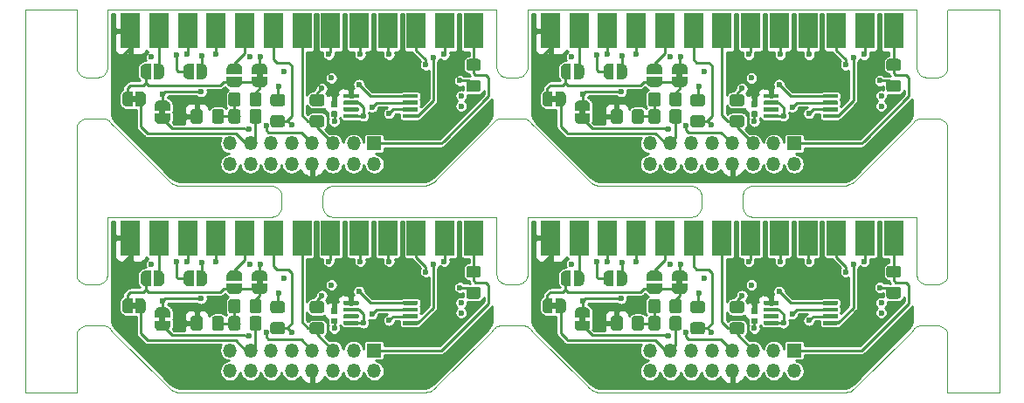
<source format=gbr>
G04 #@! TF.GenerationSoftware,KiCad,Pcbnew,5.1.5+dfsg1-2build2*
G04 #@! TF.CreationDate,2021-02-18T19:40:11-08:00*
G04 #@! TF.ProjectId,panel,70616e65-6c2e-46b6-9963-61645f706362,rev?*
G04 #@! TF.SameCoordinates,Original*
G04 #@! TF.FileFunction,Copper,L1,Top*
G04 #@! TF.FilePolarity,Positive*
%FSLAX46Y46*%
G04 Gerber Fmt 4.6, Leading zero omitted, Abs format (unit mm)*
G04 Created by KiCad (PCBNEW 5.1.5+dfsg1-2build2) date 2021-02-18 19:40:11*
%MOMM*%
%LPD*%
G04 APERTURE LIST*
G04 #@! TA.AperFunction,Profile*
%ADD10C,0.100000*%
G04 #@! TD*
G04 #@! TA.AperFunction,EtchedComponent*
%ADD11C,0.350000*%
G04 #@! TD*
G04 #@! TA.AperFunction,SMDPad,CuDef*
%ADD12C,0.350000*%
G04 #@! TD*
G04 #@! TA.AperFunction,ComponentPad*
%ADD13R,1.350000X1.350000*%
G04 #@! TD*
G04 #@! TA.AperFunction,ComponentPad*
%ADD14O,1.350000X1.350000*%
G04 #@! TD*
G04 #@! TA.AperFunction,SMDPad,CuDef*
%ADD15R,1.846667X3.480000*%
G04 #@! TD*
G04 #@! TA.AperFunction,ViaPad*
%ADD16C,0.600000*%
G04 #@! TD*
G04 #@! TA.AperFunction,Conductor*
%ADD17C,0.250000*%
G04 #@! TD*
G04 #@! TA.AperFunction,Conductor*
%ADD18C,0.254000*%
G04 #@! TD*
G04 APERTURE END LIST*
D10*
X46999000Y-75634600D02*
X46999000Y-61533200D01*
X47003800Y-75731900D02*
X46999000Y-75634600D01*
X47018000Y-75828000D02*
X47003800Y-75731900D01*
X47041600Y-75922200D02*
X47018000Y-75828000D01*
X47074400Y-76013700D02*
X47041600Y-75922200D01*
X47115900Y-76101500D02*
X47074400Y-76013700D01*
X47165900Y-76184900D02*
X47115900Y-76101500D01*
X47223700Y-76262900D02*
X47165900Y-76184900D01*
X47289000Y-76334900D02*
X47223700Y-76262900D01*
X47361000Y-76400100D02*
X47289000Y-76334900D01*
X47439000Y-76458000D02*
X47361000Y-76400100D01*
X47522300Y-76508000D02*
X47439000Y-76458000D01*
X47610100Y-76549500D02*
X47522300Y-76508000D01*
X47701600Y-76582200D02*
X47610100Y-76549500D01*
X47795900Y-76605800D02*
X47701600Y-76582200D01*
X47892000Y-76620100D02*
X47795900Y-76605800D01*
X47989200Y-76624900D02*
X47892000Y-76620100D01*
X49009400Y-76624900D02*
X47989200Y-76624900D01*
X49106700Y-76620100D02*
X49009400Y-76624900D01*
X49202800Y-76605800D02*
X49106700Y-76620100D01*
X49297000Y-76582200D02*
X49202800Y-76605800D01*
X49388500Y-76549500D02*
X49297000Y-76582200D01*
X49476300Y-76508000D02*
X49388500Y-76549500D01*
X49559600Y-76458000D02*
X49476300Y-76508000D01*
X49637600Y-76400200D02*
X49559600Y-76458000D01*
X49709600Y-76334900D02*
X49637600Y-76400200D01*
X49774900Y-76263000D02*
X49709600Y-76334900D01*
X49832700Y-76185000D02*
X49774900Y-76263000D01*
X49882700Y-76101600D02*
X49832700Y-76185000D01*
X49924200Y-76013800D02*
X49882700Y-76101600D01*
X49957000Y-75922400D02*
X49924200Y-76013800D01*
X49980600Y-75828100D02*
X49957000Y-75922400D01*
X49994900Y-75732000D02*
X49980600Y-75828100D01*
X49999700Y-75634800D02*
X49994900Y-75732000D01*
X50000500Y-70096500D02*
X49999700Y-75634800D01*
X50002000Y-70088500D02*
X50000500Y-70096500D01*
X50007000Y-70084000D02*
X50002000Y-70088500D01*
X50014100Y-70082900D02*
X50007000Y-70084000D01*
X65860500Y-70082900D02*
X50014100Y-70082900D01*
X65957800Y-70078100D02*
X65860500Y-70082900D01*
X66053900Y-70063900D02*
X65957800Y-70078100D01*
X66148100Y-70040300D02*
X66053900Y-70063900D01*
X66239600Y-70007500D02*
X66148100Y-70040300D01*
X66327400Y-69966000D02*
X66239600Y-70007500D01*
X66410800Y-69916000D02*
X66327400Y-69966000D01*
X66488800Y-69858200D02*
X66410800Y-69916000D01*
X66560800Y-69792900D02*
X66488800Y-69858200D01*
X66626000Y-69720900D02*
X66560800Y-69792900D01*
X66683900Y-69642900D02*
X66626000Y-69720900D01*
X66733900Y-69559600D02*
X66683900Y-69642900D01*
X66775400Y-69471800D02*
X66733900Y-69559600D01*
X66808100Y-69380300D02*
X66775400Y-69471800D01*
X66831700Y-69286000D02*
X66808100Y-69380300D01*
X66846000Y-69189900D02*
X66831700Y-69286000D01*
X66850800Y-69092700D02*
X66846000Y-69189900D01*
X66850800Y-68072900D02*
X66850800Y-69092700D01*
X66846000Y-67975700D02*
X66850800Y-68072900D01*
X66831700Y-67879600D02*
X66846000Y-67975700D01*
X66808100Y-67785300D02*
X66831700Y-67879600D01*
X66775400Y-67693900D02*
X66808100Y-67785300D01*
X66733900Y-67606100D02*
X66775400Y-67693900D01*
X66683900Y-67522700D02*
X66733900Y-67606100D01*
X66626100Y-67444700D02*
X66683900Y-67522700D01*
X66560800Y-67372700D02*
X66626100Y-67444700D01*
X66488900Y-67307500D02*
X66560800Y-67372700D01*
X66410800Y-67249600D02*
X66488900Y-67307500D01*
X66327500Y-67199600D02*
X66410800Y-67249600D01*
X66239700Y-67158100D02*
X66327500Y-67199600D01*
X66148300Y-67125400D02*
X66239700Y-67158100D01*
X66054000Y-67101700D02*
X66148300Y-67125400D01*
X65957900Y-67087500D02*
X66054000Y-67101700D01*
X65860700Y-67082700D02*
X65957900Y-67087500D01*
X57246500Y-67081300D02*
X65860700Y-67082700D01*
X57036500Y-67069600D02*
X57246500Y-67081300D01*
X57008600Y-67066400D02*
X57036500Y-67069600D01*
X56801700Y-67030900D02*
X57008600Y-67066400D01*
X56599400Y-66973000D02*
X56801700Y-67030900D01*
X56572800Y-66963700D02*
X56599400Y-66973000D01*
X56379000Y-66883000D02*
X56572800Y-66963700D01*
X56182700Y-66774600D02*
X56379000Y-66883000D01*
X55999800Y-66644900D02*
X56182700Y-66774600D01*
X55832100Y-66495400D02*
X55999800Y-66644900D01*
X50589700Y-61255700D02*
X55832100Y-66495400D01*
X50453800Y-61105900D02*
X50589700Y-61255700D01*
X50333400Y-60943900D02*
X50453800Y-61105900D01*
X50274900Y-60872100D02*
X50333400Y-60943900D01*
X50210100Y-60806300D02*
X50274900Y-60872100D01*
X50139500Y-60746800D02*
X50210100Y-60806300D01*
X50063600Y-60694200D02*
X50139500Y-60746800D01*
X49983100Y-60648800D02*
X50063600Y-60694200D01*
X49898800Y-60611100D02*
X49983100Y-60648800D01*
X49811300Y-60581500D02*
X49898800Y-60611100D01*
X49721500Y-60560200D02*
X49811300Y-60581500D01*
X49630000Y-60547300D02*
X49721500Y-60560200D01*
X49537500Y-60543000D02*
X49630000Y-60547300D01*
X47989200Y-60543000D02*
X49537500Y-60543000D01*
X47892000Y-60547700D02*
X47989200Y-60543000D01*
X47795900Y-60562000D02*
X47892000Y-60547700D01*
X47701600Y-60585600D02*
X47795900Y-60562000D01*
X47610100Y-60618300D02*
X47701600Y-60585600D01*
X47522300Y-60659900D02*
X47610100Y-60618300D01*
X47439000Y-60709800D02*
X47522300Y-60659900D01*
X47361000Y-60767700D02*
X47439000Y-60709800D01*
X47289000Y-60832900D02*
X47361000Y-60767700D01*
X47223700Y-60904900D02*
X47289000Y-60832900D01*
X47165900Y-60982900D02*
X47223700Y-60904900D01*
X47115900Y-61066300D02*
X47165900Y-60982900D01*
X47074400Y-61154100D02*
X47115900Y-61066300D01*
X47041600Y-61245600D02*
X47074400Y-61154100D01*
X47018000Y-61339800D02*
X47041600Y-61245600D01*
X47003800Y-61435900D02*
X47018000Y-61339800D01*
X46999000Y-61533200D02*
X47003800Y-61435900D01*
X87255200Y-61092200D02*
X87359300Y-60950100D01*
X87107800Y-61254900D02*
X87255200Y-61092200D01*
X81868200Y-66494500D02*
X87107800Y-61254900D01*
X81727400Y-66622400D02*
X81868200Y-66494500D01*
X81708400Y-66638100D02*
X81727400Y-66622400D01*
X81560100Y-66747600D02*
X81708400Y-66638100D01*
X81391700Y-66848500D02*
X81560100Y-66747600D01*
X81214100Y-66932500D02*
X81391700Y-66848500D01*
X81041200Y-66994600D02*
X81214100Y-66932500D01*
X81017600Y-67001800D02*
X81041200Y-66994600D01*
X80839200Y-67046200D02*
X81017600Y-67001800D01*
X80657000Y-67073500D02*
X80839200Y-67046200D01*
X80632500Y-67075900D02*
X80657000Y-67073500D01*
X80448700Y-67084800D02*
X80632500Y-67075900D01*
X71843200Y-67083600D02*
X80448700Y-67084800D01*
X71745900Y-67088400D02*
X71843200Y-67083600D01*
X71649800Y-67102600D02*
X71745900Y-67088400D01*
X71555500Y-67126200D02*
X71649800Y-67102600D01*
X71464000Y-67158900D02*
X71555500Y-67126200D01*
X71376200Y-67200500D02*
X71464000Y-67158900D01*
X71292800Y-67250400D02*
X71376200Y-67200500D01*
X71214800Y-67308300D02*
X71292800Y-67250400D01*
X71142800Y-67373500D02*
X71214800Y-67308300D01*
X71077500Y-67445500D02*
X71142800Y-67373500D01*
X71019600Y-67523500D02*
X71077500Y-67445500D01*
X70969700Y-67606900D02*
X71019600Y-67523500D01*
X70928100Y-67694700D02*
X70969700Y-67606900D01*
X70895400Y-67786200D02*
X70928100Y-67694700D01*
X70871800Y-67880400D02*
X70895400Y-67786200D01*
X70857500Y-67976600D02*
X70871800Y-67880400D01*
X70852800Y-68073800D02*
X70857500Y-67976600D01*
X70852800Y-69092700D02*
X70852800Y-68073800D01*
X70857500Y-69189900D02*
X70852800Y-69092700D01*
X70871800Y-69286000D02*
X70857500Y-69189900D01*
X70895400Y-69380300D02*
X70871800Y-69286000D01*
X70928100Y-69471800D02*
X70895400Y-69380300D01*
X70969700Y-69559600D02*
X70928100Y-69471800D01*
X71019600Y-69642900D02*
X70969700Y-69559600D01*
X71077500Y-69720900D02*
X71019600Y-69642900D01*
X71142700Y-69792900D02*
X71077500Y-69720900D01*
X71214700Y-69858200D02*
X71142700Y-69792900D01*
X71292800Y-69916000D02*
X71214700Y-69858200D01*
X71376100Y-69966000D02*
X71292800Y-69916000D01*
X71463900Y-70007500D02*
X71376100Y-69966000D01*
X71555400Y-70040300D02*
X71463900Y-70007500D01*
X71649600Y-70063900D02*
X71555400Y-70040300D01*
X71745700Y-70078100D02*
X71649600Y-70063900D01*
X71843000Y-70082900D02*
X71745700Y-70078100D01*
X87686000Y-70082900D02*
X71843000Y-70082900D01*
X87693100Y-70084000D02*
X87686000Y-70082900D01*
X87698100Y-70088500D02*
X87693100Y-70084000D01*
X87699600Y-70096500D02*
X87698100Y-70088500D01*
X87702400Y-75635100D02*
X87699600Y-70096500D01*
X87707200Y-75732400D02*
X87702400Y-75635100D01*
X87721500Y-75828400D02*
X87707200Y-75732400D01*
X87745100Y-75922600D02*
X87721500Y-75828400D01*
X87777900Y-76014100D02*
X87745100Y-75922600D01*
X87819400Y-76101800D02*
X87777900Y-76014100D01*
X87869400Y-76185100D02*
X87819400Y-76101800D01*
X87927300Y-76263100D02*
X87869400Y-76185100D01*
X87992500Y-76335100D02*
X87927300Y-76263100D01*
X88064500Y-76400300D02*
X87992500Y-76335100D01*
X88142500Y-76458100D02*
X88064500Y-76400300D01*
X88225800Y-76508000D02*
X88142500Y-76458100D01*
X88313600Y-76549500D02*
X88225800Y-76508000D01*
X88405100Y-76582300D02*
X88313600Y-76549500D01*
X88499300Y-76605800D02*
X88405100Y-76582300D01*
X88595300Y-76620100D02*
X88499300Y-76605800D01*
X88692600Y-76624900D02*
X88595300Y-76620100D01*
X89712900Y-76624900D02*
X88692600Y-76624900D01*
X89810200Y-76620100D02*
X89712900Y-76624900D01*
X89906300Y-76605800D02*
X89810200Y-76620100D01*
X90000500Y-76582200D02*
X89906300Y-76605800D01*
X90092000Y-76549500D02*
X90000500Y-76582200D01*
X90179800Y-76508000D02*
X90092000Y-76549500D01*
X90263100Y-76458000D02*
X90179800Y-76508000D01*
X90341100Y-76400200D02*
X90263100Y-76458000D01*
X90413100Y-76334900D02*
X90341100Y-76400200D01*
X90478400Y-76263000D02*
X90413100Y-76334900D01*
X90536200Y-76185000D02*
X90478400Y-76263000D01*
X90586200Y-76101600D02*
X90536200Y-76185000D01*
X90627700Y-76013800D02*
X90586200Y-76101600D01*
X90660500Y-75922400D02*
X90627700Y-76013800D01*
X90684100Y-75828100D02*
X90660500Y-75922400D01*
X90698400Y-75732000D02*
X90684100Y-75828100D01*
X90703200Y-75634800D02*
X90698400Y-75732000D01*
X90704000Y-70096500D02*
X90703200Y-75634800D01*
X90705500Y-70088500D02*
X90704000Y-70096500D01*
X90710500Y-70084000D02*
X90705500Y-70088500D01*
X90717600Y-70082900D02*
X90710500Y-70084000D01*
X106564000Y-70082900D02*
X90717600Y-70082900D01*
X106661300Y-70078100D02*
X106564000Y-70082900D01*
X106757400Y-70063900D02*
X106661300Y-70078100D01*
X106851700Y-70040300D02*
X106757400Y-70063900D01*
X106943100Y-70007500D02*
X106851700Y-70040300D01*
X107031000Y-69966000D02*
X106943100Y-70007500D01*
X107114300Y-69916000D02*
X107031000Y-69966000D01*
X107192300Y-69858200D02*
X107114300Y-69916000D01*
X107264300Y-69792900D02*
X107192300Y-69858200D01*
X107329600Y-69720900D02*
X107264300Y-69792900D01*
X107387400Y-69642900D02*
X107329600Y-69720900D01*
X107437400Y-69559600D02*
X107387400Y-69642900D01*
X107478900Y-69471800D02*
X107437400Y-69559600D01*
X107511600Y-69380300D02*
X107478900Y-69471800D01*
X107535200Y-69286000D02*
X107511600Y-69380300D01*
X107549500Y-69189900D02*
X107535200Y-69286000D01*
X107554300Y-69092700D02*
X107549500Y-69189900D01*
X107554300Y-68072900D02*
X107554300Y-69092700D01*
X107549500Y-67975700D02*
X107554300Y-68072900D01*
X107535300Y-67879600D02*
X107549500Y-67975700D01*
X107511600Y-67785300D02*
X107535300Y-67879600D01*
X107478900Y-67693900D02*
X107511600Y-67785300D01*
X107437400Y-67606100D02*
X107478900Y-67693900D01*
X107387500Y-67522700D02*
X107437400Y-67606100D01*
X107329600Y-67444700D02*
X107387500Y-67522700D01*
X107264400Y-67372700D02*
X107329600Y-67444700D01*
X107192400Y-67307500D02*
X107264400Y-67372700D01*
X107114400Y-67249600D02*
X107192400Y-67307500D01*
X107031000Y-67199600D02*
X107114400Y-67249600D01*
X106943200Y-67158100D02*
X107031000Y-67199600D01*
X106851800Y-67125400D02*
X106943200Y-67158100D01*
X106757500Y-67101700D02*
X106851800Y-67125400D01*
X106661500Y-67087500D02*
X106757500Y-67101700D01*
X106564200Y-67082700D02*
X106661500Y-67087500D01*
X97950000Y-67081300D02*
X106564200Y-67082700D01*
X97740100Y-67069600D02*
X97950000Y-67081300D01*
X97712100Y-67066400D02*
X97740100Y-67069600D01*
X97504700Y-67030700D02*
X97712100Y-67066400D01*
X97302600Y-66972900D02*
X97504700Y-67030700D01*
X97276300Y-66963700D02*
X97302600Y-66972900D01*
X97082500Y-66883000D02*
X97276300Y-66963700D01*
X96886200Y-66774600D02*
X97082500Y-66883000D01*
X96703300Y-66644900D02*
X96886200Y-66774600D01*
X96535600Y-66495400D02*
X96703300Y-66644900D01*
X91293200Y-61255700D02*
X96535600Y-66495400D01*
X91157400Y-61105900D02*
X91293200Y-61255700D01*
X91036900Y-60943900D02*
X91157400Y-61105900D01*
X90978400Y-60872100D02*
X91036900Y-60943900D01*
X90913600Y-60806300D02*
X90978400Y-60872100D01*
X90843000Y-60746800D02*
X90913600Y-60806300D01*
X90767100Y-60694200D02*
X90843000Y-60746800D01*
X90686600Y-60648800D02*
X90767100Y-60694200D01*
X90602300Y-60611100D02*
X90686600Y-60648800D01*
X90514800Y-60581500D02*
X90602300Y-60611100D01*
X90425000Y-60560200D02*
X90514800Y-60581500D01*
X90333500Y-60547300D02*
X90425000Y-60560200D01*
X90241000Y-60543000D02*
X90333500Y-60547300D01*
X88159700Y-60543000D02*
X90241000Y-60543000D01*
X88066500Y-60547300D02*
X88159700Y-60543000D01*
X87974300Y-60560400D02*
X88066500Y-60547300D01*
X87883700Y-60582200D02*
X87974300Y-60560400D01*
X87795600Y-60612300D02*
X87883700Y-60582200D01*
X87710700Y-60650500D02*
X87795600Y-60612300D01*
X87629800Y-60696600D02*
X87710700Y-60650500D01*
X87553500Y-60750100D02*
X87629800Y-60696600D01*
X87482600Y-60810500D02*
X87553500Y-60750100D01*
X87417800Y-60877300D02*
X87482600Y-60810500D01*
X87359300Y-60950100D02*
X87417800Y-60877300D01*
X127958800Y-61092200D02*
X128062800Y-60950100D01*
X127811300Y-61254900D02*
X127958800Y-61092200D01*
X122571700Y-66494500D02*
X127811300Y-61254900D01*
X122431000Y-66622400D02*
X122571700Y-66494500D01*
X122411900Y-66638100D02*
X122431000Y-66622400D01*
X122263700Y-66747600D02*
X122411900Y-66638100D01*
X122095200Y-66848500D02*
X122263700Y-66747600D01*
X121917700Y-66932500D02*
X122095200Y-66848500D01*
X121744700Y-66994600D02*
X121917700Y-66932500D01*
X121721100Y-67001800D02*
X121744700Y-66994600D01*
X121542700Y-67046200D02*
X121721100Y-67001800D01*
X121360500Y-67073500D02*
X121542700Y-67046200D01*
X121336000Y-67075900D02*
X121360500Y-67073500D01*
X121152200Y-67084800D02*
X121336000Y-67075900D01*
X112546700Y-67083600D02*
X121152200Y-67084800D01*
X112449400Y-67088400D02*
X112546700Y-67083600D01*
X112353300Y-67102600D02*
X112449400Y-67088400D01*
X112259000Y-67126200D02*
X112353300Y-67102600D01*
X112167500Y-67158900D02*
X112259000Y-67126200D01*
X112079700Y-67200500D02*
X112167500Y-67158900D01*
X111996400Y-67250400D02*
X112079700Y-67200500D01*
X111918300Y-67308300D02*
X111996400Y-67250400D01*
X111846300Y-67373500D02*
X111918300Y-67308300D01*
X111781100Y-67445500D02*
X111846300Y-67373500D01*
X111723200Y-67523500D02*
X111781100Y-67445500D01*
X111673200Y-67606900D02*
X111723200Y-67523500D01*
X111631700Y-67694700D02*
X111673200Y-67606900D01*
X111598900Y-67786200D02*
X111631700Y-67694700D01*
X111575300Y-67880400D02*
X111598900Y-67786200D01*
X111561100Y-67976600D02*
X111575300Y-67880400D01*
X111556300Y-68073800D02*
X111561100Y-67976600D01*
X111556300Y-69092700D02*
X111556300Y-68073800D01*
X111561100Y-69189900D02*
X111556300Y-69092700D01*
X111575300Y-69286000D02*
X111561100Y-69189900D01*
X111598900Y-69380300D02*
X111575300Y-69286000D01*
X111631700Y-69471800D02*
X111598900Y-69380300D01*
X111673200Y-69559600D02*
X111631700Y-69471800D01*
X111723100Y-69642900D02*
X111673200Y-69559600D01*
X111781000Y-69720900D02*
X111723100Y-69642900D01*
X111846300Y-69792900D02*
X111781000Y-69720900D01*
X111918200Y-69858200D02*
X111846300Y-69792900D01*
X111996300Y-69916000D02*
X111918200Y-69858200D01*
X112079600Y-69966000D02*
X111996300Y-69916000D01*
X112167400Y-70007500D02*
X112079600Y-69966000D01*
X112258900Y-70040300D02*
X112167400Y-70007500D01*
X112353100Y-70063900D02*
X112258900Y-70040300D01*
X112449200Y-70078100D02*
X112353100Y-70063900D01*
X112546500Y-70082900D02*
X112449200Y-70078100D01*
X128389500Y-70082900D02*
X112546500Y-70082900D01*
X128396600Y-70084000D02*
X128389500Y-70082900D01*
X128401600Y-70088500D02*
X128396600Y-70084000D01*
X128403100Y-70096500D02*
X128401600Y-70088500D01*
X128405900Y-75635100D02*
X128403100Y-70096500D01*
X128410700Y-75732400D02*
X128405900Y-75635100D01*
X128425000Y-75828400D02*
X128410700Y-75732400D01*
X128448600Y-75922600D02*
X128425000Y-75828400D01*
X128481400Y-76014100D02*
X128448600Y-75922600D01*
X128522900Y-76101800D02*
X128481400Y-76014100D01*
X128572900Y-76185100D02*
X128522900Y-76101800D01*
X128630800Y-76263100D02*
X128572900Y-76185100D01*
X128696000Y-76335100D02*
X128630800Y-76263100D01*
X128768000Y-76400300D02*
X128696000Y-76335100D01*
X128846000Y-76458100D02*
X128768000Y-76400300D01*
X128929300Y-76508000D02*
X128846000Y-76458100D01*
X129017100Y-76549500D02*
X128929300Y-76508000D01*
X129108600Y-76582300D02*
X129017100Y-76549500D01*
X129202800Y-76605800D02*
X129108600Y-76582300D01*
X129298900Y-76620100D02*
X129202800Y-76605800D01*
X129396100Y-76624900D02*
X129298900Y-76620100D01*
X130416800Y-76624900D02*
X129396100Y-76624900D01*
X130514100Y-76620100D02*
X130416800Y-76624900D01*
X130610200Y-76605800D02*
X130514100Y-76620100D01*
X130704400Y-76582200D02*
X130610200Y-76605800D01*
X130795900Y-76549500D02*
X130704400Y-76582200D01*
X130883700Y-76508000D02*
X130795900Y-76549500D01*
X130967000Y-76458000D02*
X130883700Y-76508000D01*
X131045100Y-76400100D02*
X130967000Y-76458000D01*
X131117100Y-76334900D02*
X131045100Y-76400100D01*
X131182300Y-76262900D02*
X131117100Y-76334900D01*
X131240200Y-76184900D02*
X131182300Y-76262900D01*
X131290100Y-76101500D02*
X131240200Y-76184900D01*
X131331700Y-76013700D02*
X131290100Y-76101500D01*
X131364400Y-75922200D02*
X131331700Y-76013700D01*
X131388000Y-75828000D02*
X131364400Y-75922200D01*
X131402300Y-75731900D02*
X131388000Y-75828000D01*
X131407000Y-75634600D02*
X131402300Y-75731900D01*
X131407000Y-61533200D02*
X131407000Y-75634600D01*
X131402300Y-61435900D02*
X131407000Y-61533200D01*
X131388000Y-61339800D02*
X131402300Y-61435900D01*
X131364400Y-61245600D02*
X131388000Y-61339800D01*
X131331700Y-61154100D02*
X131364400Y-61245600D01*
X131290100Y-61066300D02*
X131331700Y-61154100D01*
X131240200Y-60982900D02*
X131290100Y-61066300D01*
X131182300Y-60904900D02*
X131240200Y-60982900D01*
X131117100Y-60832900D02*
X131182300Y-60904900D01*
X131045100Y-60767700D02*
X131117100Y-60832900D01*
X130967000Y-60709800D02*
X131045100Y-60767700D01*
X130883700Y-60659900D02*
X130967000Y-60709800D01*
X130795900Y-60618300D02*
X130883700Y-60659900D01*
X130704400Y-60585600D02*
X130795900Y-60618300D01*
X130610200Y-60562000D02*
X130704400Y-60585600D01*
X130514100Y-60547700D02*
X130610200Y-60562000D01*
X130416800Y-60543000D02*
X130514100Y-60547700D01*
X128863200Y-60543000D02*
X130416800Y-60543000D01*
X128770000Y-60547300D02*
X128863200Y-60543000D01*
X128677800Y-60560400D02*
X128770000Y-60547300D01*
X128587200Y-60582200D02*
X128677800Y-60560400D01*
X128499100Y-60612300D02*
X128587200Y-60582200D01*
X128414200Y-60650500D02*
X128499100Y-60612300D01*
X128333300Y-60696600D02*
X128414200Y-60650500D01*
X128257000Y-60750100D02*
X128333300Y-60696600D01*
X128186200Y-60810500D02*
X128257000Y-60750100D01*
X128121300Y-60877300D02*
X128186200Y-60810500D01*
X128062800Y-60950100D02*
X128121300Y-60877300D01*
X46974500Y-49999000D02*
X42010200Y-49999700D01*
X46989800Y-49999800D02*
X46974500Y-49999000D01*
X46995700Y-50003000D02*
X46989800Y-49999800D01*
X46998200Y-50008200D02*
X46995700Y-50003000D01*
X46999000Y-50023500D02*
X46998200Y-50008200D01*
X46999000Y-55550700D02*
X46999000Y-50023500D01*
X47003800Y-55648000D02*
X46999000Y-55550700D01*
X47018000Y-55744100D02*
X47003800Y-55648000D01*
X47041600Y-55838300D02*
X47018000Y-55744100D01*
X47074400Y-55929800D02*
X47041600Y-55838300D01*
X47115900Y-56017600D02*
X47074400Y-55929800D01*
X47165900Y-56101000D02*
X47115900Y-56017600D01*
X47223700Y-56179000D02*
X47165900Y-56101000D01*
X47289000Y-56251000D02*
X47223700Y-56179000D01*
X47361000Y-56316200D02*
X47289000Y-56251000D01*
X47439000Y-56374100D02*
X47361000Y-56316200D01*
X47522300Y-56424000D02*
X47439000Y-56374100D01*
X47610100Y-56465600D02*
X47522300Y-56424000D01*
X47701600Y-56498300D02*
X47610100Y-56465600D01*
X47795900Y-56521900D02*
X47701600Y-56498300D01*
X47892000Y-56536200D02*
X47795900Y-56521900D01*
X47989200Y-56541000D02*
X47892000Y-56536200D01*
X49009400Y-56541000D02*
X47989200Y-56541000D01*
X49106700Y-56536200D02*
X49009400Y-56541000D01*
X49202800Y-56521900D02*
X49106700Y-56536200D01*
X49297000Y-56498300D02*
X49202800Y-56521900D01*
X49388500Y-56465600D02*
X49297000Y-56498300D01*
X49476300Y-56424100D02*
X49388500Y-56465600D01*
X49559600Y-56374100D02*
X49476300Y-56424100D01*
X49637600Y-56316300D02*
X49559600Y-56374100D01*
X49709600Y-56251000D02*
X49637600Y-56316300D01*
X49774900Y-56179100D02*
X49709600Y-56251000D01*
X49832700Y-56101000D02*
X49774900Y-56179100D01*
X49882700Y-56017700D02*
X49832700Y-56101000D01*
X49924200Y-55929900D02*
X49882700Y-56017700D01*
X49957000Y-55838500D02*
X49924200Y-55929900D01*
X49980600Y-55744200D02*
X49957000Y-55838500D01*
X49994900Y-55648100D02*
X49980600Y-55744200D01*
X49999700Y-55550900D02*
X49994900Y-55648100D01*
X50000500Y-50012600D02*
X49999700Y-55550900D01*
X50001300Y-50006400D02*
X50000500Y-50012600D01*
X50003800Y-50002300D02*
X50001300Y-50006400D01*
X50007900Y-49999800D02*
X50003800Y-50002300D01*
X50013200Y-49999000D02*
X50007900Y-49999800D01*
X87691200Y-49999500D02*
X50013200Y-49999000D01*
X87697600Y-50003800D02*
X87691200Y-49999500D01*
X87699600Y-50012600D02*
X87697600Y-50003800D01*
X87702400Y-55551200D02*
X87699600Y-50012600D01*
X87707200Y-55648400D02*
X87702400Y-55551200D01*
X87721500Y-55744500D02*
X87707200Y-55648400D01*
X87745100Y-55838700D02*
X87721500Y-55744500D01*
X87777900Y-55930100D02*
X87745100Y-55838700D01*
X87819400Y-56017900D02*
X87777900Y-55930100D01*
X87869400Y-56101200D02*
X87819400Y-56017900D01*
X87927300Y-56179200D02*
X87869400Y-56101200D01*
X87992500Y-56251200D02*
X87927300Y-56179200D01*
X88064500Y-56316400D02*
X87992500Y-56251200D01*
X88142500Y-56374200D02*
X88064500Y-56316400D01*
X88225800Y-56424100D02*
X88142500Y-56374200D01*
X88313600Y-56465600D02*
X88225800Y-56424100D01*
X88405100Y-56498300D02*
X88313600Y-56465600D01*
X88499300Y-56521900D02*
X88405100Y-56498300D01*
X88595300Y-56536200D02*
X88499300Y-56521900D01*
X88692600Y-56541000D02*
X88595300Y-56536200D01*
X89712900Y-56541000D02*
X88692600Y-56541000D01*
X89810200Y-56536200D02*
X89712900Y-56541000D01*
X89906300Y-56521900D02*
X89810200Y-56536200D01*
X90000500Y-56498300D02*
X89906300Y-56521900D01*
X90092000Y-56465600D02*
X90000500Y-56498300D01*
X90179800Y-56424100D02*
X90092000Y-56465600D01*
X90263100Y-56374100D02*
X90179800Y-56424100D01*
X90341100Y-56316300D02*
X90263100Y-56374100D01*
X90413100Y-56251000D02*
X90341100Y-56316300D01*
X90478400Y-56179100D02*
X90413100Y-56251000D01*
X90536200Y-56101000D02*
X90478400Y-56179100D01*
X90586200Y-56017700D02*
X90536200Y-56101000D01*
X90627700Y-55929900D02*
X90586200Y-56017700D01*
X90660500Y-55838500D02*
X90627700Y-55929900D01*
X90684100Y-55744200D02*
X90660500Y-55838500D01*
X90698400Y-55648100D02*
X90684100Y-55744200D01*
X90703200Y-55550900D02*
X90698400Y-55648100D01*
X90704000Y-50012600D02*
X90703200Y-55550900D01*
X90706000Y-50003800D02*
X90704000Y-50012600D01*
X90713300Y-49999400D02*
X90706000Y-50003800D01*
X128394700Y-49999500D02*
X90713300Y-49999400D01*
X128401100Y-50003800D02*
X128394700Y-49999500D01*
X128403100Y-50012600D02*
X128401100Y-50003800D01*
X128405900Y-55551200D02*
X128403100Y-50012600D01*
X128410700Y-55648500D02*
X128405900Y-55551200D01*
X128425000Y-55744500D02*
X128410700Y-55648500D01*
X128448600Y-55838700D02*
X128425000Y-55744500D01*
X128481400Y-55930100D02*
X128448600Y-55838700D01*
X128522900Y-56017900D02*
X128481400Y-55930100D01*
X128572900Y-56101200D02*
X128522900Y-56017900D01*
X128630800Y-56179200D02*
X128572900Y-56101200D01*
X128696000Y-56251200D02*
X128630800Y-56179200D01*
X128768000Y-56316400D02*
X128696000Y-56251200D01*
X128846000Y-56374200D02*
X128768000Y-56316400D01*
X128929300Y-56424100D02*
X128846000Y-56374200D01*
X129017100Y-56465600D02*
X128929300Y-56424100D01*
X129108600Y-56498300D02*
X129017100Y-56465600D01*
X129202800Y-56521900D02*
X129108600Y-56498300D01*
X129298900Y-56536200D02*
X129202800Y-56521900D01*
X129396100Y-56541000D02*
X129298900Y-56536200D01*
X130416800Y-56541000D02*
X129396100Y-56541000D01*
X130514100Y-56536200D02*
X130416800Y-56541000D01*
X130610200Y-56521900D02*
X130514100Y-56536200D01*
X130704400Y-56498300D02*
X130610200Y-56521900D01*
X130795900Y-56465600D02*
X130704400Y-56498300D01*
X130883700Y-56424000D02*
X130795900Y-56465600D01*
X130967000Y-56374100D02*
X130883700Y-56424000D01*
X131045100Y-56316200D02*
X130967000Y-56374100D01*
X131117100Y-56251000D02*
X131045100Y-56316200D01*
X131182300Y-56179000D02*
X131117100Y-56251000D01*
X131240200Y-56101000D02*
X131182300Y-56179000D01*
X131290100Y-56017600D02*
X131240200Y-56101000D01*
X131331700Y-55929800D02*
X131290100Y-56017600D01*
X131364400Y-55838300D02*
X131331700Y-55929800D01*
X131388000Y-55744100D02*
X131364400Y-55838300D01*
X131402300Y-55648000D02*
X131388000Y-55744100D01*
X131407000Y-55550700D02*
X131402300Y-55648000D01*
X131407000Y-50023500D02*
X131407000Y-55550700D01*
X131407800Y-50008200D02*
X131407000Y-50023500D01*
X131411000Y-50002300D02*
X131407800Y-50008200D01*
X131416300Y-49999800D02*
X131411000Y-50002300D01*
X131431600Y-49999000D02*
X131416300Y-49999800D01*
X136383500Y-49999000D02*
X131431600Y-49999000D01*
X136400700Y-50000300D02*
X136383500Y-49999000D01*
X136406800Y-50006300D02*
X136400700Y-50000300D01*
X136408000Y-50023500D02*
X136406800Y-50006300D01*
X136408000Y-87144300D02*
X136408000Y-50023500D01*
X136406800Y-87161500D02*
X136408000Y-87144300D01*
X136400700Y-87167500D02*
X136406800Y-87161500D01*
X136383500Y-87168800D02*
X136400700Y-87167500D01*
X131431600Y-87168800D02*
X136383500Y-87168800D01*
X131416300Y-87168000D02*
X131431600Y-87168800D01*
X131410300Y-87164800D02*
X131416300Y-87168000D01*
X131407800Y-87159600D02*
X131410300Y-87164800D01*
X131407000Y-87144300D02*
X131407800Y-87159600D01*
X131407000Y-81617100D02*
X131407000Y-87144300D01*
X131402300Y-81519800D02*
X131407000Y-81617100D01*
X131388000Y-81423700D02*
X131402300Y-81519800D01*
X131364400Y-81329500D02*
X131388000Y-81423700D01*
X131331700Y-81238000D02*
X131364400Y-81329500D01*
X131290100Y-81150200D02*
X131331700Y-81238000D01*
X131240200Y-81066900D02*
X131290100Y-81150200D01*
X131182300Y-80988800D02*
X131240200Y-81066900D01*
X131117100Y-80916800D02*
X131182300Y-80988800D01*
X131045100Y-80851600D02*
X131117100Y-80916800D01*
X130967000Y-80793700D02*
X131045100Y-80851600D01*
X130883700Y-80743800D02*
X130967000Y-80793700D01*
X130795900Y-80702200D02*
X130883700Y-80743800D01*
X130704400Y-80669500D02*
X130795900Y-80702200D01*
X130610200Y-80645900D02*
X130704400Y-80669500D01*
X130514100Y-80631600D02*
X130610200Y-80645900D01*
X130416800Y-80626900D02*
X130514100Y-80631600D01*
X128863200Y-80626900D02*
X130416800Y-80626900D01*
X128770000Y-80631300D02*
X128863200Y-80626900D01*
X128677800Y-80644400D02*
X128770000Y-80631300D01*
X128587200Y-80666100D02*
X128677800Y-80644400D01*
X128499100Y-80696200D02*
X128587200Y-80666100D01*
X128414200Y-80734400D02*
X128499100Y-80696200D01*
X128333300Y-80780500D02*
X128414200Y-80734400D01*
X128257000Y-80834000D02*
X128333300Y-80780500D01*
X128186200Y-80894400D02*
X128257000Y-80834000D01*
X128121300Y-80961200D02*
X128186200Y-80894400D01*
X128062800Y-81034000D02*
X128121300Y-80961200D01*
X127958800Y-81176100D02*
X128062800Y-81034000D01*
X127811300Y-81338800D02*
X127958800Y-81176100D01*
X122571700Y-86578400D02*
X127811300Y-81338800D01*
X122431000Y-86706300D02*
X122571700Y-86578400D01*
X122411900Y-86722000D02*
X122431000Y-86706300D01*
X122274000Y-86824300D02*
X122411900Y-86722000D01*
X122253500Y-86838000D02*
X122274000Y-86824300D01*
X122095200Y-86932400D02*
X122253500Y-86838000D01*
X121929200Y-87011300D02*
X122095200Y-86932400D01*
X121906400Y-87020700D02*
X121929200Y-87011300D01*
X121732800Y-87082500D02*
X121906400Y-87020700D01*
X121542300Y-87130200D02*
X121732800Y-87082500D01*
X121348000Y-87158900D02*
X121542300Y-87130200D01*
X121146000Y-87168800D02*
X121348000Y-87158900D01*
X97956900Y-87165300D02*
X121146000Y-87168800D01*
X97726300Y-87152300D02*
X97956900Y-87165300D01*
X97518500Y-87117400D02*
X97726300Y-87152300D01*
X97491300Y-87111200D02*
X97518500Y-87117400D01*
X97289200Y-87052500D02*
X97491300Y-87111200D01*
X97095200Y-86972600D02*
X97289200Y-87052500D01*
X97069800Y-86960400D02*
X97095200Y-86972600D01*
X96886200Y-86858500D02*
X97069800Y-86960400D01*
X96714400Y-86737100D02*
X96886200Y-86858500D01*
X96692400Y-86719600D02*
X96714400Y-86737100D01*
X96535800Y-86579500D02*
X96692400Y-86719600D01*
X91293200Y-81339600D02*
X96535800Y-86579500D01*
X91157400Y-81189800D02*
X91293200Y-81339600D01*
X91036900Y-81027800D02*
X91157400Y-81189800D01*
X90978400Y-80956000D02*
X91036900Y-81027800D01*
X90913600Y-80890200D02*
X90978400Y-80956000D01*
X90843000Y-80830700D02*
X90913600Y-80890200D01*
X90767100Y-80778100D02*
X90843000Y-80830700D01*
X90686600Y-80732700D02*
X90767100Y-80778100D01*
X90602300Y-80695100D02*
X90686600Y-80732700D01*
X90514800Y-80665400D02*
X90602300Y-80695100D01*
X90425000Y-80644100D02*
X90514800Y-80665400D01*
X90333500Y-80631200D02*
X90425000Y-80644100D01*
X90241000Y-80626900D02*
X90333500Y-80631200D01*
X88159700Y-80626900D02*
X90241000Y-80626900D01*
X88066500Y-80631300D02*
X88159700Y-80626900D01*
X87974300Y-80644400D02*
X88066500Y-80631300D01*
X87883700Y-80666100D02*
X87974300Y-80644400D01*
X87795600Y-80696200D02*
X87883700Y-80666100D01*
X87710700Y-80734400D02*
X87795600Y-80696200D01*
X87629800Y-80780500D02*
X87710700Y-80734400D01*
X87553500Y-80834000D02*
X87629800Y-80780500D01*
X87482600Y-80894400D02*
X87553500Y-80834000D01*
X87417800Y-80961200D02*
X87482600Y-80894400D01*
X87359300Y-81034000D02*
X87417800Y-80961200D01*
X87255200Y-81176100D02*
X87359300Y-81034000D01*
X87107800Y-81338800D02*
X87255200Y-81176100D01*
X81868200Y-86578400D02*
X87107800Y-81338800D01*
X81718300Y-86714300D02*
X81868200Y-86578400D01*
X81560500Y-86831200D02*
X81718300Y-86714300D01*
X81392100Y-86932200D02*
X81560500Y-86831200D01*
X81214600Y-87016200D02*
X81392100Y-86932200D01*
X81041200Y-87078500D02*
X81214600Y-87016200D01*
X81017600Y-87085700D02*
X81041200Y-87078500D01*
X80851000Y-87127400D02*
X81017600Y-87085700D01*
X80826900Y-87132200D02*
X80851000Y-87127400D01*
X80644500Y-87158900D02*
X80826900Y-87132200D01*
X80442500Y-87168800D02*
X80644500Y-87158900D01*
X57253400Y-87165300D02*
X80442500Y-87168800D01*
X57022800Y-87152300D02*
X57253400Y-87165300D01*
X56801700Y-87114800D02*
X57022800Y-87152300D01*
X56585700Y-87052500D02*
X56801700Y-87114800D01*
X56391600Y-86972600D02*
X56585700Y-87052500D01*
X56366300Y-86960400D02*
X56391600Y-86972600D01*
X56182700Y-86858500D02*
X56366300Y-86960400D01*
X56010900Y-86737100D02*
X56182700Y-86858500D01*
X55988900Y-86719600D02*
X56010900Y-86737100D01*
X55832300Y-86579500D02*
X55988900Y-86719600D01*
X50589800Y-81339700D02*
X55832300Y-86579500D01*
X50453500Y-81189400D02*
X50589800Y-81339700D01*
X50338400Y-81034800D02*
X50453500Y-81189400D01*
X50288900Y-80972000D02*
X50338400Y-81034800D01*
X50223800Y-80903100D02*
X50288900Y-80972000D01*
X50152500Y-80840800D02*
X50223800Y-80903100D01*
X50075500Y-80785700D02*
X50152500Y-80840800D01*
X49993600Y-80738100D02*
X50075500Y-80785700D01*
X49907500Y-80698500D02*
X49993600Y-80738100D01*
X49818100Y-80667400D02*
X49907500Y-80698500D01*
X49726100Y-80645000D02*
X49818100Y-80667400D01*
X49632400Y-80631400D02*
X49726100Y-80645000D01*
X49537500Y-80626900D02*
X49632400Y-80631400D01*
X47989200Y-80626900D02*
X49537500Y-80626900D01*
X47892000Y-80631600D02*
X47989200Y-80626900D01*
X47795900Y-80645900D02*
X47892000Y-80631600D01*
X47701600Y-80669500D02*
X47795900Y-80645900D01*
X47610100Y-80702200D02*
X47701600Y-80669500D01*
X47522300Y-80743800D02*
X47610100Y-80702200D01*
X47439000Y-80793700D02*
X47522300Y-80743800D01*
X47361000Y-80851600D02*
X47439000Y-80793700D01*
X47289000Y-80916800D02*
X47361000Y-80851600D01*
X47223700Y-80988800D02*
X47289000Y-80916800D01*
X47165900Y-81066900D02*
X47223700Y-80988800D01*
X47115900Y-81150200D02*
X47165900Y-81066900D01*
X47074400Y-81238000D02*
X47115900Y-81150200D01*
X47041600Y-81329500D02*
X47074400Y-81238000D01*
X47018000Y-81423700D02*
X47041600Y-81329500D01*
X47003800Y-81519800D02*
X47018000Y-81423700D01*
X46999000Y-81617100D02*
X47003800Y-81519800D01*
X46999000Y-87144300D02*
X46999000Y-81617100D01*
X46998200Y-87159600D02*
X46999000Y-87144300D01*
X46995700Y-87164800D02*
X46998200Y-87159600D01*
X46989800Y-87168000D02*
X46995700Y-87164800D01*
X46974500Y-87168800D02*
X46989800Y-87168000D01*
X42024500Y-87168800D02*
X46974500Y-87168800D01*
X42007300Y-87167500D02*
X42024500Y-87168800D01*
X42001300Y-87161500D02*
X42007300Y-87167500D01*
X42000000Y-87144300D02*
X42001300Y-87161500D01*
X42000000Y-50023500D02*
X42000000Y-87144300D01*
X42001600Y-50005400D02*
X42000000Y-50023500D01*
X42004700Y-50001600D02*
X42001600Y-50005400D01*
X42010200Y-49999700D02*
X42004700Y-50001600D01*
D11*
G04 #@! TO.C,JP1*
G36*
X95728122Y-79757911D02*
G01*
X95728122Y-80257911D01*
X96328122Y-80257911D01*
X96328122Y-79757911D01*
X95728122Y-79757911D01*
G37*
G04 #@! TO.C,JP2*
G36*
X93028122Y-79019911D02*
G01*
X93528122Y-79019911D01*
X93528122Y-78419911D01*
X93028122Y-78419911D01*
X93028122Y-79019911D01*
G37*
G04 #@! TO.C,JP3*
G36*
X105151122Y-76183911D02*
G01*
X105151122Y-76683911D01*
X105751122Y-76683911D01*
X105751122Y-76183911D01*
X105151122Y-76183911D01*
G37*
G04 #@! TO.C,JP1*
G36*
X55024601Y-79757911D02*
G01*
X55024601Y-80257911D01*
X55624601Y-80257911D01*
X55624601Y-79757911D01*
X55024601Y-79757911D01*
G37*
G04 #@! TO.C,JP2*
G36*
X52324601Y-79019911D02*
G01*
X52824601Y-79019911D01*
X52824601Y-78419911D01*
X52324601Y-78419911D01*
X52324601Y-79019911D01*
G37*
G04 #@! TO.C,JP3*
G36*
X64447601Y-76183911D02*
G01*
X64447601Y-76683911D01*
X65047601Y-76683911D01*
X65047601Y-76183911D01*
X64447601Y-76183911D01*
G37*
G04 #@! TO.C,JP1*
G36*
X95728122Y-59674001D02*
G01*
X95728122Y-60174001D01*
X96328122Y-60174001D01*
X96328122Y-59674001D01*
X95728122Y-59674001D01*
G37*
G04 #@! TO.C,JP2*
G36*
X93028122Y-58936001D02*
G01*
X93528122Y-58936001D01*
X93528122Y-58336001D01*
X93028122Y-58336001D01*
X93028122Y-58936001D01*
G37*
G04 #@! TO.C,JP3*
G36*
X105151122Y-56100001D02*
G01*
X105151122Y-56600001D01*
X105751122Y-56600001D01*
X105751122Y-56100001D01*
X105151122Y-56100001D01*
G37*
G04 #@! TO.C,JP1*
G36*
X55024601Y-59674001D02*
G01*
X55024601Y-60174001D01*
X55624601Y-60174001D01*
X55624601Y-59674001D01*
X55024601Y-59674001D01*
G37*
G04 #@! TO.C,JP2*
G36*
X52324601Y-58936001D02*
G01*
X52824601Y-58936001D01*
X52824601Y-58336001D01*
X52324601Y-58336001D01*
X52324601Y-58936001D01*
G37*
G04 #@! TO.C,JP3*
G36*
X64447601Y-56100001D02*
G01*
X64447601Y-56600001D01*
X65047601Y-56600001D01*
X65047601Y-56100001D01*
X64447601Y-56100001D01*
G37*
G04 #@! TD*
G04 #@! TA.AperFunction,SMDPad,CuDef*
D12*
G04 #@! TO.P,JP1,2*
G04 #@! TO.N,Board_4-/RIGHT_OUT*
G36*
X95278724Y-79357911D02*
G01*
X95278724Y-79333377D01*
X95283534Y-79284546D01*
X95293106Y-79236421D01*
X95307350Y-79189466D01*
X95326127Y-79144133D01*
X95349258Y-79100860D01*
X95376518Y-79060061D01*
X95407646Y-79022132D01*
X95442343Y-78987435D01*
X95480272Y-78956307D01*
X95521071Y-78929047D01*
X95564344Y-78905916D01*
X95609677Y-78887139D01*
X95656632Y-78872895D01*
X95704757Y-78863323D01*
X95753588Y-78858513D01*
X95778122Y-78858513D01*
X95778122Y-78857911D01*
X96278122Y-78857911D01*
X96278122Y-78858513D01*
X96302656Y-78858513D01*
X96351487Y-78863323D01*
X96399612Y-78872895D01*
X96446567Y-78887139D01*
X96491900Y-78905916D01*
X96535173Y-78929047D01*
X96575972Y-78956307D01*
X96613901Y-78987435D01*
X96648598Y-79022132D01*
X96679726Y-79060061D01*
X96706986Y-79100860D01*
X96730117Y-79144133D01*
X96748894Y-79189466D01*
X96763138Y-79236421D01*
X96772710Y-79284546D01*
X96777520Y-79333377D01*
X96777520Y-79357911D01*
X96778122Y-79357911D01*
X96778122Y-79857911D01*
X95278122Y-79857911D01*
X95278122Y-79357911D01*
X95278724Y-79357911D01*
G37*
G04 #@! TD.AperFunction*
G04 #@! TA.AperFunction,SMDPad,CuDef*
G04 #@! TO.P,JP1,1*
G04 #@! TO.N,Board_4-/AUDIO_OUT*
G36*
X96778122Y-80157911D02*
G01*
X96778122Y-80657911D01*
X96777520Y-80657911D01*
X96777520Y-80682445D01*
X96772710Y-80731276D01*
X96763138Y-80779401D01*
X96748894Y-80826356D01*
X96730117Y-80871689D01*
X96706986Y-80914962D01*
X96679726Y-80955761D01*
X96648598Y-80993690D01*
X96613901Y-81028387D01*
X96575972Y-81059515D01*
X96535173Y-81086775D01*
X96491900Y-81109906D01*
X96446567Y-81128683D01*
X96399612Y-81142927D01*
X96351487Y-81152499D01*
X96302656Y-81157309D01*
X96278122Y-81157309D01*
X96278122Y-81157911D01*
X95778122Y-81157911D01*
X95778122Y-81157309D01*
X95753588Y-81157309D01*
X95704757Y-81152499D01*
X95656632Y-81142927D01*
X95609677Y-81128683D01*
X95564344Y-81109906D01*
X95521071Y-81086775D01*
X95480272Y-81059515D01*
X95442343Y-81028387D01*
X95407646Y-80993690D01*
X95376518Y-80955761D01*
X95349258Y-80914962D01*
X95326127Y-80871689D01*
X95307350Y-80826356D01*
X95293106Y-80779401D01*
X95283534Y-80731276D01*
X95278724Y-80682445D01*
X95278724Y-80657911D01*
X95278122Y-80657911D01*
X95278122Y-80157911D01*
X96778122Y-80157911D01*
G37*
G04 #@! TD.AperFunction*
G04 #@! TD*
G04 #@! TA.AperFunction,SMDPad,CuDef*
G04 #@! TO.P,JP2,2*
G04 #@! TO.N,Board_4-Net-(C2-Pad1)*
G36*
X92628122Y-79469309D02*
G01*
X92603588Y-79469309D01*
X92554757Y-79464499D01*
X92506632Y-79454927D01*
X92459677Y-79440683D01*
X92414344Y-79421906D01*
X92371071Y-79398775D01*
X92330272Y-79371515D01*
X92292343Y-79340387D01*
X92257646Y-79305690D01*
X92226518Y-79267761D01*
X92199258Y-79226962D01*
X92176127Y-79183689D01*
X92157350Y-79138356D01*
X92143106Y-79091401D01*
X92133534Y-79043276D01*
X92128724Y-78994445D01*
X92128724Y-78969911D01*
X92128122Y-78969911D01*
X92128122Y-78469911D01*
X92128724Y-78469911D01*
X92128724Y-78445377D01*
X92133534Y-78396546D01*
X92143106Y-78348421D01*
X92157350Y-78301466D01*
X92176127Y-78256133D01*
X92199258Y-78212860D01*
X92226518Y-78172061D01*
X92257646Y-78134132D01*
X92292343Y-78099435D01*
X92330272Y-78068307D01*
X92371071Y-78041047D01*
X92414344Y-78017916D01*
X92459677Y-77999139D01*
X92506632Y-77984895D01*
X92554757Y-77975323D01*
X92603588Y-77970513D01*
X92628122Y-77970513D01*
X92628122Y-77969911D01*
X93128122Y-77969911D01*
X93128122Y-79469911D01*
X92628122Y-79469911D01*
X92628122Y-79469309D01*
G37*
G04 #@! TD.AperFunction*
G04 #@! TA.AperFunction,SMDPad,CuDef*
G04 #@! TO.P,JP2,1*
G04 #@! TO.N,Board_4-/MIC*
G36*
X93428122Y-77969911D02*
G01*
X93928122Y-77969911D01*
X93928122Y-77970513D01*
X93952656Y-77970513D01*
X94001487Y-77975323D01*
X94049612Y-77984895D01*
X94096567Y-77999139D01*
X94141900Y-78017916D01*
X94185173Y-78041047D01*
X94225972Y-78068307D01*
X94263901Y-78099435D01*
X94298598Y-78134132D01*
X94329726Y-78172061D01*
X94356986Y-78212860D01*
X94380117Y-78256133D01*
X94398894Y-78301466D01*
X94413138Y-78348421D01*
X94422710Y-78396546D01*
X94427520Y-78445377D01*
X94427520Y-78469911D01*
X94428122Y-78469911D01*
X94428122Y-78969911D01*
X94427520Y-78969911D01*
X94427520Y-78994445D01*
X94422710Y-79043276D01*
X94413138Y-79091401D01*
X94398894Y-79138356D01*
X94380117Y-79183689D01*
X94356986Y-79226962D01*
X94329726Y-79267761D01*
X94298598Y-79305690D01*
X94263901Y-79340387D01*
X94225972Y-79371515D01*
X94185173Y-79398775D01*
X94141900Y-79421906D01*
X94096567Y-79440683D01*
X94049612Y-79454927D01*
X94001487Y-79464499D01*
X93952656Y-79469309D01*
X93928122Y-79469309D01*
X93928122Y-79469911D01*
X93428122Y-79469911D01*
X93428122Y-77969911D01*
G37*
G04 #@! TD.AperFunction*
G04 #@! TD*
G04 #@! TA.AperFunction,SMDPad,CuDef*
G04 #@! TO.P,JP3,2*
G04 #@! TO.N,Board_4-/MIC_AC*
G36*
X104701724Y-75783911D02*
G01*
X104701724Y-75759377D01*
X104706534Y-75710546D01*
X104716106Y-75662421D01*
X104730350Y-75615466D01*
X104749127Y-75570133D01*
X104772258Y-75526860D01*
X104799518Y-75486061D01*
X104830646Y-75448132D01*
X104865343Y-75413435D01*
X104903272Y-75382307D01*
X104944071Y-75355047D01*
X104987344Y-75331916D01*
X105032677Y-75313139D01*
X105079632Y-75298895D01*
X105127757Y-75289323D01*
X105176588Y-75284513D01*
X105201122Y-75284513D01*
X105201122Y-75283911D01*
X105701122Y-75283911D01*
X105701122Y-75284513D01*
X105725656Y-75284513D01*
X105774487Y-75289323D01*
X105822612Y-75298895D01*
X105869567Y-75313139D01*
X105914900Y-75331916D01*
X105958173Y-75355047D01*
X105998972Y-75382307D01*
X106036901Y-75413435D01*
X106071598Y-75448132D01*
X106102726Y-75486061D01*
X106129986Y-75526860D01*
X106153117Y-75570133D01*
X106171894Y-75615466D01*
X106186138Y-75662421D01*
X106195710Y-75710546D01*
X106200520Y-75759377D01*
X106200520Y-75783911D01*
X106201122Y-75783911D01*
X106201122Y-76283911D01*
X104701122Y-76283911D01*
X104701122Y-75783911D01*
X104701724Y-75783911D01*
G37*
G04 #@! TD.AperFunction*
G04 #@! TA.AperFunction,SMDPad,CuDef*
G04 #@! TO.P,JP3,1*
G04 #@! TO.N,Board_4-Net-(C2-Pad1)*
G36*
X106201122Y-76583911D02*
G01*
X106201122Y-77083911D01*
X106200520Y-77083911D01*
X106200520Y-77108445D01*
X106195710Y-77157276D01*
X106186138Y-77205401D01*
X106171894Y-77252356D01*
X106153117Y-77297689D01*
X106129986Y-77340962D01*
X106102726Y-77381761D01*
X106071598Y-77419690D01*
X106036901Y-77454387D01*
X105998972Y-77485515D01*
X105958173Y-77512775D01*
X105914900Y-77535906D01*
X105869567Y-77554683D01*
X105822612Y-77568927D01*
X105774487Y-77578499D01*
X105725656Y-77583309D01*
X105701122Y-77583309D01*
X105701122Y-77583911D01*
X105201122Y-77583911D01*
X105201122Y-77583309D01*
X105176588Y-77583309D01*
X105127757Y-77578499D01*
X105079632Y-77568927D01*
X105032677Y-77554683D01*
X104987344Y-77535906D01*
X104944071Y-77512775D01*
X104903272Y-77485515D01*
X104865343Y-77454387D01*
X104830646Y-77419690D01*
X104799518Y-77381761D01*
X104772258Y-77340962D01*
X104749127Y-77297689D01*
X104730350Y-77252356D01*
X104716106Y-77205401D01*
X104706534Y-77157276D01*
X104701724Y-77108445D01*
X104701724Y-77083911D01*
X104701122Y-77083911D01*
X104701122Y-76583911D01*
X106201122Y-76583911D01*
G37*
G04 #@! TD.AperFunction*
G04 #@! TD*
G04 #@! TA.AperFunction,SMDPad,CuDef*
G04 #@! TO.P,JP4,1*
G04 #@! TO.N,Board_4-Net-(C2-Pad1)*
G36*
X94901022Y-76802911D02*
G01*
X94401022Y-76802911D01*
X94401022Y-76802309D01*
X94376488Y-76802309D01*
X94327657Y-76797499D01*
X94279532Y-76787927D01*
X94232577Y-76773683D01*
X94187244Y-76754906D01*
X94143971Y-76731775D01*
X94103172Y-76704515D01*
X94065243Y-76673387D01*
X94030546Y-76638690D01*
X93999418Y-76600761D01*
X93972158Y-76559962D01*
X93949027Y-76516689D01*
X93930250Y-76471356D01*
X93916006Y-76424401D01*
X93906434Y-76376276D01*
X93901624Y-76327445D01*
X93901624Y-76302911D01*
X93901022Y-76302911D01*
X93901022Y-75802911D01*
X93901624Y-75802911D01*
X93901624Y-75778377D01*
X93906434Y-75729546D01*
X93916006Y-75681421D01*
X93930250Y-75634466D01*
X93949027Y-75589133D01*
X93972158Y-75545860D01*
X93999418Y-75505061D01*
X94030546Y-75467132D01*
X94065243Y-75432435D01*
X94103172Y-75401307D01*
X94143971Y-75374047D01*
X94187244Y-75350916D01*
X94232577Y-75332139D01*
X94279532Y-75317895D01*
X94327657Y-75308323D01*
X94376488Y-75303513D01*
X94401022Y-75303513D01*
X94401022Y-75302911D01*
X94901022Y-75302911D01*
X94901022Y-76802911D01*
G37*
G04 #@! TD.AperFunction*
G04 #@! TA.AperFunction,SMDPad,CuDef*
G04 #@! TO.P,JP4,2*
G04 #@! TO.N,Board_4-/AOUT_6DB*
G36*
X95701022Y-75303513D02*
G01*
X95725556Y-75303513D01*
X95774387Y-75308323D01*
X95822512Y-75317895D01*
X95869467Y-75332139D01*
X95914800Y-75350916D01*
X95958073Y-75374047D01*
X95998872Y-75401307D01*
X96036801Y-75432435D01*
X96071498Y-75467132D01*
X96102626Y-75505061D01*
X96129886Y-75545860D01*
X96153017Y-75589133D01*
X96171794Y-75634466D01*
X96186038Y-75681421D01*
X96195610Y-75729546D01*
X96200420Y-75778377D01*
X96200420Y-75802911D01*
X96201022Y-75802911D01*
X96201022Y-76302911D01*
X96200420Y-76302911D01*
X96200420Y-76327445D01*
X96195610Y-76376276D01*
X96186038Y-76424401D01*
X96171794Y-76471356D01*
X96153017Y-76516689D01*
X96129886Y-76559962D01*
X96102626Y-76600761D01*
X96071498Y-76638690D01*
X96036801Y-76673387D01*
X95998872Y-76704515D01*
X95958073Y-76731775D01*
X95914800Y-76754906D01*
X95869467Y-76773683D01*
X95822512Y-76787927D01*
X95774387Y-76797499D01*
X95725556Y-76802309D01*
X95701022Y-76802309D01*
X95701022Y-76802911D01*
X95201022Y-76802911D01*
X95201022Y-75302911D01*
X95701022Y-75302911D01*
X95701022Y-75303513D01*
G37*
G04 #@! TD.AperFunction*
G04 #@! TD*
G04 #@! TA.AperFunction,SMDPad,CuDef*
G04 #@! TO.P,JP5,1*
G04 #@! TO.N,Board_4-/RIGHT_OUT*
G36*
X99356022Y-75302911D02*
G01*
X99856022Y-75302911D01*
X99856022Y-75303513D01*
X99880556Y-75303513D01*
X99929387Y-75308323D01*
X99977512Y-75317895D01*
X100024467Y-75332139D01*
X100069800Y-75350916D01*
X100113073Y-75374047D01*
X100153872Y-75401307D01*
X100191801Y-75432435D01*
X100226498Y-75467132D01*
X100257626Y-75505061D01*
X100284886Y-75545860D01*
X100308017Y-75589133D01*
X100326794Y-75634466D01*
X100341038Y-75681421D01*
X100350610Y-75729546D01*
X100355420Y-75778377D01*
X100355420Y-75802911D01*
X100356022Y-75802911D01*
X100356022Y-76302911D01*
X100355420Y-76302911D01*
X100355420Y-76327445D01*
X100350610Y-76376276D01*
X100341038Y-76424401D01*
X100326794Y-76471356D01*
X100308017Y-76516689D01*
X100284886Y-76559962D01*
X100257626Y-76600761D01*
X100226498Y-76638690D01*
X100191801Y-76673387D01*
X100153872Y-76704515D01*
X100113073Y-76731775D01*
X100069800Y-76754906D01*
X100024467Y-76773683D01*
X99977512Y-76787927D01*
X99929387Y-76797499D01*
X99880556Y-76802309D01*
X99856022Y-76802309D01*
X99856022Y-76802911D01*
X99356022Y-76802911D01*
X99356022Y-75302911D01*
G37*
G04 #@! TD.AperFunction*
G04 #@! TA.AperFunction,SMDPad,CuDef*
G04 #@! TO.P,JP5,2*
G04 #@! TO.N,Board_4-/AIN_6DB*
G36*
X98556022Y-76802309D02*
G01*
X98531488Y-76802309D01*
X98482657Y-76797499D01*
X98434532Y-76787927D01*
X98387577Y-76773683D01*
X98342244Y-76754906D01*
X98298971Y-76731775D01*
X98258172Y-76704515D01*
X98220243Y-76673387D01*
X98185546Y-76638690D01*
X98154418Y-76600761D01*
X98127158Y-76559962D01*
X98104027Y-76516689D01*
X98085250Y-76471356D01*
X98071006Y-76424401D01*
X98061434Y-76376276D01*
X98056624Y-76327445D01*
X98056624Y-76302911D01*
X98056022Y-76302911D01*
X98056022Y-75802911D01*
X98056624Y-75802911D01*
X98056624Y-75778377D01*
X98061434Y-75729546D01*
X98071006Y-75681421D01*
X98085250Y-75634466D01*
X98104027Y-75589133D01*
X98127158Y-75545860D01*
X98154418Y-75505061D01*
X98185546Y-75467132D01*
X98220243Y-75432435D01*
X98258172Y-75401307D01*
X98298971Y-75374047D01*
X98342244Y-75350916D01*
X98387577Y-75332139D01*
X98434532Y-75317895D01*
X98482657Y-75308323D01*
X98531488Y-75303513D01*
X98556022Y-75303513D01*
X98556022Y-75302911D01*
X99056022Y-75302911D01*
X99056022Y-76802911D01*
X98556022Y-76802911D01*
X98556022Y-76802309D01*
G37*
G04 #@! TD.AperFunction*
G04 #@! TD*
G04 #@! TA.AperFunction,SMDPad,CuDef*
G04 #@! TO.P,JP6,1*
G04 #@! TO.N,Board_4-Net-(C2-Pad1)*
G36*
X103752122Y-76583911D02*
G01*
X103752122Y-77083911D01*
X103751520Y-77083911D01*
X103751520Y-77108445D01*
X103746710Y-77157276D01*
X103737138Y-77205401D01*
X103722894Y-77252356D01*
X103704117Y-77297689D01*
X103680986Y-77340962D01*
X103653726Y-77381761D01*
X103622598Y-77419690D01*
X103587901Y-77454387D01*
X103549972Y-77485515D01*
X103509173Y-77512775D01*
X103465900Y-77535906D01*
X103420567Y-77554683D01*
X103373612Y-77568927D01*
X103325487Y-77578499D01*
X103276656Y-77583309D01*
X103252122Y-77583309D01*
X103252122Y-77583911D01*
X102752122Y-77583911D01*
X102752122Y-77583309D01*
X102727588Y-77583309D01*
X102678757Y-77578499D01*
X102630632Y-77568927D01*
X102583677Y-77554683D01*
X102538344Y-77535906D01*
X102495071Y-77512775D01*
X102454272Y-77485515D01*
X102416343Y-77454387D01*
X102381646Y-77419690D01*
X102350518Y-77381761D01*
X102323258Y-77340962D01*
X102300127Y-77297689D01*
X102281350Y-77252356D01*
X102267106Y-77205401D01*
X102257534Y-77157276D01*
X102252724Y-77108445D01*
X102252724Y-77083911D01*
X102252122Y-77083911D01*
X102252122Y-76583911D01*
X103752122Y-76583911D01*
G37*
G04 #@! TD.AperFunction*
G04 #@! TA.AperFunction,SMDPad,CuDef*
G04 #@! TO.P,JP6,2*
G04 #@! TO.N,Board_4-/MIC_IN*
G36*
X102252724Y-75783911D02*
G01*
X102252724Y-75759377D01*
X102257534Y-75710546D01*
X102267106Y-75662421D01*
X102281350Y-75615466D01*
X102300127Y-75570133D01*
X102323258Y-75526860D01*
X102350518Y-75486061D01*
X102381646Y-75448132D01*
X102416343Y-75413435D01*
X102454272Y-75382307D01*
X102495071Y-75355047D01*
X102538344Y-75331916D01*
X102583677Y-75313139D01*
X102630632Y-75298895D01*
X102678757Y-75289323D01*
X102727588Y-75284513D01*
X102752122Y-75284513D01*
X102752122Y-75283911D01*
X103252122Y-75283911D01*
X103252122Y-75284513D01*
X103276656Y-75284513D01*
X103325487Y-75289323D01*
X103373612Y-75298895D01*
X103420567Y-75313139D01*
X103465900Y-75331916D01*
X103509173Y-75355047D01*
X103549972Y-75382307D01*
X103587901Y-75413435D01*
X103622598Y-75448132D01*
X103653726Y-75486061D01*
X103680986Y-75526860D01*
X103704117Y-75570133D01*
X103722894Y-75615466D01*
X103737138Y-75662421D01*
X103746710Y-75710546D01*
X103751520Y-75759377D01*
X103751520Y-75783911D01*
X103752122Y-75783911D01*
X103752122Y-76283911D01*
X102252122Y-76283911D01*
X102252122Y-75783911D01*
X102252724Y-75783911D01*
G37*
G04 #@! TD.AperFunction*
G04 #@! TD*
G04 #@! TA.AperFunction,SMDPad,CuDef*
G04 #@! TO.P,U1,1*
G04 #@! TO.N,Board_4-/EEP_CS*
G36*
X120687924Y-80183393D02*
G01*
X120697631Y-80184832D01*
X120707150Y-80187217D01*
X120716390Y-80190523D01*
X120725262Y-80194719D01*
X120733679Y-80199764D01*
X120741561Y-80205610D01*
X120748833Y-80212200D01*
X120755423Y-80219472D01*
X120761269Y-80227354D01*
X120766314Y-80235771D01*
X120770510Y-80244643D01*
X120773816Y-80253883D01*
X120776201Y-80263402D01*
X120777640Y-80273109D01*
X120778122Y-80282911D01*
X120778122Y-80482911D01*
X120777640Y-80492713D01*
X120776201Y-80502420D01*
X120773816Y-80511939D01*
X120770510Y-80521179D01*
X120766314Y-80530051D01*
X120761269Y-80538468D01*
X120755423Y-80546350D01*
X120748833Y-80553622D01*
X120741561Y-80560212D01*
X120733679Y-80566058D01*
X120725262Y-80571103D01*
X120716390Y-80575299D01*
X120707150Y-80578605D01*
X120697631Y-80580990D01*
X120687924Y-80582429D01*
X120678122Y-80582911D01*
X119403122Y-80582911D01*
X119393320Y-80582429D01*
X119383613Y-80580990D01*
X119374094Y-80578605D01*
X119364854Y-80575299D01*
X119355982Y-80571103D01*
X119347565Y-80566058D01*
X119339683Y-80560212D01*
X119332411Y-80553622D01*
X119325821Y-80546350D01*
X119319975Y-80538468D01*
X119314930Y-80530051D01*
X119310734Y-80521179D01*
X119307428Y-80511939D01*
X119305043Y-80502420D01*
X119303604Y-80492713D01*
X119303122Y-80482911D01*
X119303122Y-80282911D01*
X119303604Y-80273109D01*
X119305043Y-80263402D01*
X119307428Y-80253883D01*
X119310734Y-80244643D01*
X119314930Y-80235771D01*
X119319975Y-80227354D01*
X119325821Y-80219472D01*
X119332411Y-80212200D01*
X119339683Y-80205610D01*
X119347565Y-80199764D01*
X119355982Y-80194719D01*
X119364854Y-80190523D01*
X119374094Y-80187217D01*
X119383613Y-80184832D01*
X119393320Y-80183393D01*
X119403122Y-80182911D01*
X120678122Y-80182911D01*
X120687924Y-80183393D01*
G37*
G04 #@! TD.AperFunction*
G04 #@! TA.AperFunction,SMDPad,CuDef*
G04 #@! TO.P,U1,2*
G04 #@! TO.N,Board_4-/EEP_CK*
G36*
X120687924Y-79533393D02*
G01*
X120697631Y-79534832D01*
X120707150Y-79537217D01*
X120716390Y-79540523D01*
X120725262Y-79544719D01*
X120733679Y-79549764D01*
X120741561Y-79555610D01*
X120748833Y-79562200D01*
X120755423Y-79569472D01*
X120761269Y-79577354D01*
X120766314Y-79585771D01*
X120770510Y-79594643D01*
X120773816Y-79603883D01*
X120776201Y-79613402D01*
X120777640Y-79623109D01*
X120778122Y-79632911D01*
X120778122Y-79832911D01*
X120777640Y-79842713D01*
X120776201Y-79852420D01*
X120773816Y-79861939D01*
X120770510Y-79871179D01*
X120766314Y-79880051D01*
X120761269Y-79888468D01*
X120755423Y-79896350D01*
X120748833Y-79903622D01*
X120741561Y-79910212D01*
X120733679Y-79916058D01*
X120725262Y-79921103D01*
X120716390Y-79925299D01*
X120707150Y-79928605D01*
X120697631Y-79930990D01*
X120687924Y-79932429D01*
X120678122Y-79932911D01*
X119403122Y-79932911D01*
X119393320Y-79932429D01*
X119383613Y-79930990D01*
X119374094Y-79928605D01*
X119364854Y-79925299D01*
X119355982Y-79921103D01*
X119347565Y-79916058D01*
X119339683Y-79910212D01*
X119332411Y-79903622D01*
X119325821Y-79896350D01*
X119319975Y-79888468D01*
X119314930Y-79880051D01*
X119310734Y-79871179D01*
X119307428Y-79861939D01*
X119305043Y-79852420D01*
X119303604Y-79842713D01*
X119303122Y-79832911D01*
X119303122Y-79632911D01*
X119303604Y-79623109D01*
X119305043Y-79613402D01*
X119307428Y-79603883D01*
X119310734Y-79594643D01*
X119314930Y-79585771D01*
X119319975Y-79577354D01*
X119325821Y-79569472D01*
X119332411Y-79562200D01*
X119339683Y-79555610D01*
X119347565Y-79549764D01*
X119355982Y-79544719D01*
X119364854Y-79540523D01*
X119374094Y-79537217D01*
X119383613Y-79534832D01*
X119393320Y-79533393D01*
X119403122Y-79532911D01*
X120678122Y-79532911D01*
X120687924Y-79533393D01*
G37*
G04 #@! TD.AperFunction*
G04 #@! TA.AperFunction,SMDPad,CuDef*
G04 #@! TO.P,U1,3*
G04 #@! TO.N,Board_4-/EEP_DI*
G36*
X120687924Y-78883393D02*
G01*
X120697631Y-78884832D01*
X120707150Y-78887217D01*
X120716390Y-78890523D01*
X120725262Y-78894719D01*
X120733679Y-78899764D01*
X120741561Y-78905610D01*
X120748833Y-78912200D01*
X120755423Y-78919472D01*
X120761269Y-78927354D01*
X120766314Y-78935771D01*
X120770510Y-78944643D01*
X120773816Y-78953883D01*
X120776201Y-78963402D01*
X120777640Y-78973109D01*
X120778122Y-78982911D01*
X120778122Y-79182911D01*
X120777640Y-79192713D01*
X120776201Y-79202420D01*
X120773816Y-79211939D01*
X120770510Y-79221179D01*
X120766314Y-79230051D01*
X120761269Y-79238468D01*
X120755423Y-79246350D01*
X120748833Y-79253622D01*
X120741561Y-79260212D01*
X120733679Y-79266058D01*
X120725262Y-79271103D01*
X120716390Y-79275299D01*
X120707150Y-79278605D01*
X120697631Y-79280990D01*
X120687924Y-79282429D01*
X120678122Y-79282911D01*
X119403122Y-79282911D01*
X119393320Y-79282429D01*
X119383613Y-79280990D01*
X119374094Y-79278605D01*
X119364854Y-79275299D01*
X119355982Y-79271103D01*
X119347565Y-79266058D01*
X119339683Y-79260212D01*
X119332411Y-79253622D01*
X119325821Y-79246350D01*
X119319975Y-79238468D01*
X119314930Y-79230051D01*
X119310734Y-79221179D01*
X119307428Y-79211939D01*
X119305043Y-79202420D01*
X119303604Y-79192713D01*
X119303122Y-79182911D01*
X119303122Y-78982911D01*
X119303604Y-78973109D01*
X119305043Y-78963402D01*
X119307428Y-78953883D01*
X119310734Y-78944643D01*
X119314930Y-78935771D01*
X119319975Y-78927354D01*
X119325821Y-78919472D01*
X119332411Y-78912200D01*
X119339683Y-78905610D01*
X119347565Y-78899764D01*
X119355982Y-78894719D01*
X119364854Y-78890523D01*
X119374094Y-78887217D01*
X119383613Y-78884832D01*
X119393320Y-78883393D01*
X119403122Y-78882911D01*
X120678122Y-78882911D01*
X120687924Y-78883393D01*
G37*
G04 #@! TD.AperFunction*
G04 #@! TA.AperFunction,SMDPad,CuDef*
G04 #@! TO.P,U1,4*
G04 #@! TO.N,Board_4-/EEP_DO*
G36*
X120687924Y-78233393D02*
G01*
X120697631Y-78234832D01*
X120707150Y-78237217D01*
X120716390Y-78240523D01*
X120725262Y-78244719D01*
X120733679Y-78249764D01*
X120741561Y-78255610D01*
X120748833Y-78262200D01*
X120755423Y-78269472D01*
X120761269Y-78277354D01*
X120766314Y-78285771D01*
X120770510Y-78294643D01*
X120773816Y-78303883D01*
X120776201Y-78313402D01*
X120777640Y-78323109D01*
X120778122Y-78332911D01*
X120778122Y-78532911D01*
X120777640Y-78542713D01*
X120776201Y-78552420D01*
X120773816Y-78561939D01*
X120770510Y-78571179D01*
X120766314Y-78580051D01*
X120761269Y-78588468D01*
X120755423Y-78596350D01*
X120748833Y-78603622D01*
X120741561Y-78610212D01*
X120733679Y-78616058D01*
X120725262Y-78621103D01*
X120716390Y-78625299D01*
X120707150Y-78628605D01*
X120697631Y-78630990D01*
X120687924Y-78632429D01*
X120678122Y-78632911D01*
X119403122Y-78632911D01*
X119393320Y-78632429D01*
X119383613Y-78630990D01*
X119374094Y-78628605D01*
X119364854Y-78625299D01*
X119355982Y-78621103D01*
X119347565Y-78616058D01*
X119339683Y-78610212D01*
X119332411Y-78603622D01*
X119325821Y-78596350D01*
X119319975Y-78588468D01*
X119314930Y-78580051D01*
X119310734Y-78571179D01*
X119307428Y-78561939D01*
X119305043Y-78552420D01*
X119303604Y-78542713D01*
X119303122Y-78532911D01*
X119303122Y-78332911D01*
X119303604Y-78323109D01*
X119305043Y-78313402D01*
X119307428Y-78303883D01*
X119310734Y-78294643D01*
X119314930Y-78285771D01*
X119319975Y-78277354D01*
X119325821Y-78269472D01*
X119332411Y-78262200D01*
X119339683Y-78255610D01*
X119347565Y-78249764D01*
X119355982Y-78244719D01*
X119364854Y-78240523D01*
X119374094Y-78237217D01*
X119383613Y-78234832D01*
X119393320Y-78233393D01*
X119403122Y-78232911D01*
X120678122Y-78232911D01*
X120687924Y-78233393D01*
G37*
G04 #@! TD.AperFunction*
G04 #@! TA.AperFunction,SMDPad,CuDef*
G04 #@! TO.P,U1,5*
G04 #@! TO.N,Board_4-GND*
G36*
X114962924Y-78233393D02*
G01*
X114972631Y-78234832D01*
X114982150Y-78237217D01*
X114991390Y-78240523D01*
X115000262Y-78244719D01*
X115008679Y-78249764D01*
X115016561Y-78255610D01*
X115023833Y-78262200D01*
X115030423Y-78269472D01*
X115036269Y-78277354D01*
X115041314Y-78285771D01*
X115045510Y-78294643D01*
X115048816Y-78303883D01*
X115051201Y-78313402D01*
X115052640Y-78323109D01*
X115053122Y-78332911D01*
X115053122Y-78532911D01*
X115052640Y-78542713D01*
X115051201Y-78552420D01*
X115048816Y-78561939D01*
X115045510Y-78571179D01*
X115041314Y-78580051D01*
X115036269Y-78588468D01*
X115030423Y-78596350D01*
X115023833Y-78603622D01*
X115016561Y-78610212D01*
X115008679Y-78616058D01*
X115000262Y-78621103D01*
X114991390Y-78625299D01*
X114982150Y-78628605D01*
X114972631Y-78630990D01*
X114962924Y-78632429D01*
X114953122Y-78632911D01*
X113678122Y-78632911D01*
X113668320Y-78632429D01*
X113658613Y-78630990D01*
X113649094Y-78628605D01*
X113639854Y-78625299D01*
X113630982Y-78621103D01*
X113622565Y-78616058D01*
X113614683Y-78610212D01*
X113607411Y-78603622D01*
X113600821Y-78596350D01*
X113594975Y-78588468D01*
X113589930Y-78580051D01*
X113585734Y-78571179D01*
X113582428Y-78561939D01*
X113580043Y-78552420D01*
X113578604Y-78542713D01*
X113578122Y-78532911D01*
X113578122Y-78332911D01*
X113578604Y-78323109D01*
X113580043Y-78313402D01*
X113582428Y-78303883D01*
X113585734Y-78294643D01*
X113589930Y-78285771D01*
X113594975Y-78277354D01*
X113600821Y-78269472D01*
X113607411Y-78262200D01*
X113614683Y-78255610D01*
X113622565Y-78249764D01*
X113630982Y-78244719D01*
X113639854Y-78240523D01*
X113649094Y-78237217D01*
X113658613Y-78234832D01*
X113668320Y-78233393D01*
X113678122Y-78232911D01*
X114953122Y-78232911D01*
X114962924Y-78233393D01*
G37*
G04 #@! TD.AperFunction*
G04 #@! TA.AperFunction,SMDPad,CuDef*
G04 #@! TO.P,U1,6*
G04 #@! TO.N,Board_4-+5V*
G36*
X114962924Y-78883393D02*
G01*
X114972631Y-78884832D01*
X114982150Y-78887217D01*
X114991390Y-78890523D01*
X115000262Y-78894719D01*
X115008679Y-78899764D01*
X115016561Y-78905610D01*
X115023833Y-78912200D01*
X115030423Y-78919472D01*
X115036269Y-78927354D01*
X115041314Y-78935771D01*
X115045510Y-78944643D01*
X115048816Y-78953883D01*
X115051201Y-78963402D01*
X115052640Y-78973109D01*
X115053122Y-78982911D01*
X115053122Y-79182911D01*
X115052640Y-79192713D01*
X115051201Y-79202420D01*
X115048816Y-79211939D01*
X115045510Y-79221179D01*
X115041314Y-79230051D01*
X115036269Y-79238468D01*
X115030423Y-79246350D01*
X115023833Y-79253622D01*
X115016561Y-79260212D01*
X115008679Y-79266058D01*
X115000262Y-79271103D01*
X114991390Y-79275299D01*
X114982150Y-79278605D01*
X114972631Y-79280990D01*
X114962924Y-79282429D01*
X114953122Y-79282911D01*
X113678122Y-79282911D01*
X113668320Y-79282429D01*
X113658613Y-79280990D01*
X113649094Y-79278605D01*
X113639854Y-79275299D01*
X113630982Y-79271103D01*
X113622565Y-79266058D01*
X113614683Y-79260212D01*
X113607411Y-79253622D01*
X113600821Y-79246350D01*
X113594975Y-79238468D01*
X113589930Y-79230051D01*
X113585734Y-79221179D01*
X113582428Y-79211939D01*
X113580043Y-79202420D01*
X113578604Y-79192713D01*
X113578122Y-79182911D01*
X113578122Y-78982911D01*
X113578604Y-78973109D01*
X113580043Y-78963402D01*
X113582428Y-78953883D01*
X113585734Y-78944643D01*
X113589930Y-78935771D01*
X113594975Y-78927354D01*
X113600821Y-78919472D01*
X113607411Y-78912200D01*
X113614683Y-78905610D01*
X113622565Y-78899764D01*
X113630982Y-78894719D01*
X113639854Y-78890523D01*
X113649094Y-78887217D01*
X113658613Y-78884832D01*
X113668320Y-78883393D01*
X113678122Y-78882911D01*
X114953122Y-78882911D01*
X114962924Y-78883393D01*
G37*
G04 #@! TD.AperFunction*
G04 #@! TA.AperFunction,SMDPad,CuDef*
G04 #@! TO.P,U1,7*
G04 #@! TO.N,N/C*
G36*
X114962924Y-79533393D02*
G01*
X114972631Y-79534832D01*
X114982150Y-79537217D01*
X114991390Y-79540523D01*
X115000262Y-79544719D01*
X115008679Y-79549764D01*
X115016561Y-79555610D01*
X115023833Y-79562200D01*
X115030423Y-79569472D01*
X115036269Y-79577354D01*
X115041314Y-79585771D01*
X115045510Y-79594643D01*
X115048816Y-79603883D01*
X115051201Y-79613402D01*
X115052640Y-79623109D01*
X115053122Y-79632911D01*
X115053122Y-79832911D01*
X115052640Y-79842713D01*
X115051201Y-79852420D01*
X115048816Y-79861939D01*
X115045510Y-79871179D01*
X115041314Y-79880051D01*
X115036269Y-79888468D01*
X115030423Y-79896350D01*
X115023833Y-79903622D01*
X115016561Y-79910212D01*
X115008679Y-79916058D01*
X115000262Y-79921103D01*
X114991390Y-79925299D01*
X114982150Y-79928605D01*
X114972631Y-79930990D01*
X114962924Y-79932429D01*
X114953122Y-79932911D01*
X113678122Y-79932911D01*
X113668320Y-79932429D01*
X113658613Y-79930990D01*
X113649094Y-79928605D01*
X113639854Y-79925299D01*
X113630982Y-79921103D01*
X113622565Y-79916058D01*
X113614683Y-79910212D01*
X113607411Y-79903622D01*
X113600821Y-79896350D01*
X113594975Y-79888468D01*
X113589930Y-79880051D01*
X113585734Y-79871179D01*
X113582428Y-79861939D01*
X113580043Y-79852420D01*
X113578604Y-79842713D01*
X113578122Y-79832911D01*
X113578122Y-79632911D01*
X113578604Y-79623109D01*
X113580043Y-79613402D01*
X113582428Y-79603883D01*
X113585734Y-79594643D01*
X113589930Y-79585771D01*
X113594975Y-79577354D01*
X113600821Y-79569472D01*
X113607411Y-79562200D01*
X113614683Y-79555610D01*
X113622565Y-79549764D01*
X113630982Y-79544719D01*
X113639854Y-79540523D01*
X113649094Y-79537217D01*
X113658613Y-79534832D01*
X113668320Y-79533393D01*
X113678122Y-79532911D01*
X114953122Y-79532911D01*
X114962924Y-79533393D01*
G37*
G04 #@! TD.AperFunction*
G04 #@! TA.AperFunction,SMDPad,CuDef*
G04 #@! TO.P,U1,8*
G04 #@! TO.N,Board_4-+5V*
G36*
X114962924Y-80183393D02*
G01*
X114972631Y-80184832D01*
X114982150Y-80187217D01*
X114991390Y-80190523D01*
X115000262Y-80194719D01*
X115008679Y-80199764D01*
X115016561Y-80205610D01*
X115023833Y-80212200D01*
X115030423Y-80219472D01*
X115036269Y-80227354D01*
X115041314Y-80235771D01*
X115045510Y-80244643D01*
X115048816Y-80253883D01*
X115051201Y-80263402D01*
X115052640Y-80273109D01*
X115053122Y-80282911D01*
X115053122Y-80482911D01*
X115052640Y-80492713D01*
X115051201Y-80502420D01*
X115048816Y-80511939D01*
X115045510Y-80521179D01*
X115041314Y-80530051D01*
X115036269Y-80538468D01*
X115030423Y-80546350D01*
X115023833Y-80553622D01*
X115016561Y-80560212D01*
X115008679Y-80566058D01*
X115000262Y-80571103D01*
X114991390Y-80575299D01*
X114982150Y-80578605D01*
X114972631Y-80580990D01*
X114962924Y-80582429D01*
X114953122Y-80582911D01*
X113678122Y-80582911D01*
X113668320Y-80582429D01*
X113658613Y-80580990D01*
X113649094Y-80578605D01*
X113639854Y-80575299D01*
X113630982Y-80571103D01*
X113622565Y-80566058D01*
X113614683Y-80560212D01*
X113607411Y-80553622D01*
X113600821Y-80546350D01*
X113594975Y-80538468D01*
X113589930Y-80530051D01*
X113585734Y-80521179D01*
X113582428Y-80511939D01*
X113580043Y-80502420D01*
X113578604Y-80492713D01*
X113578122Y-80482911D01*
X113578122Y-80282911D01*
X113578604Y-80273109D01*
X113580043Y-80263402D01*
X113582428Y-80253883D01*
X113585734Y-80244643D01*
X113589930Y-80235771D01*
X113594975Y-80227354D01*
X113600821Y-80219472D01*
X113607411Y-80212200D01*
X113614683Y-80205610D01*
X113622565Y-80199764D01*
X113630982Y-80194719D01*
X113639854Y-80190523D01*
X113649094Y-80187217D01*
X113658613Y-80184832D01*
X113668320Y-80183393D01*
X113678122Y-80182911D01*
X114953122Y-80182911D01*
X114962924Y-80183393D01*
G37*
G04 #@! TD.AperFunction*
G04 #@! TD*
G04 #@! TA.AperFunction,SMDPad,CuDef*
G04 #@! TO.P,C1,1*
G04 #@! TO.N,Board_4-GND*
G36*
X112865080Y-78928621D02*
G01*
X112879398Y-78930745D01*
X112893439Y-78934262D01*
X112907068Y-78939139D01*
X112920153Y-78945328D01*
X112932569Y-78952769D01*
X112944195Y-78961392D01*
X112954920Y-78971113D01*
X112964641Y-78981838D01*
X112973264Y-78993464D01*
X112980705Y-79005880D01*
X112986894Y-79018965D01*
X112991771Y-79032594D01*
X112995288Y-79046635D01*
X112997412Y-79060953D01*
X112998122Y-79075411D01*
X112998122Y-79370411D01*
X112997412Y-79384869D01*
X112995288Y-79399187D01*
X112991771Y-79413228D01*
X112986894Y-79426857D01*
X112980705Y-79439942D01*
X112973264Y-79452358D01*
X112964641Y-79463984D01*
X112954920Y-79474709D01*
X112944195Y-79484430D01*
X112932569Y-79493053D01*
X112920153Y-79500494D01*
X112907068Y-79506683D01*
X112893439Y-79511560D01*
X112879398Y-79515077D01*
X112865080Y-79517201D01*
X112850622Y-79517911D01*
X112505622Y-79517911D01*
X112491164Y-79517201D01*
X112476846Y-79515077D01*
X112462805Y-79511560D01*
X112449176Y-79506683D01*
X112436091Y-79500494D01*
X112423675Y-79493053D01*
X112412049Y-79484430D01*
X112401324Y-79474709D01*
X112391603Y-79463984D01*
X112382980Y-79452358D01*
X112375539Y-79439942D01*
X112369350Y-79426857D01*
X112364473Y-79413228D01*
X112360956Y-79399187D01*
X112358832Y-79384869D01*
X112358122Y-79370411D01*
X112358122Y-79075411D01*
X112358832Y-79060953D01*
X112360956Y-79046635D01*
X112364473Y-79032594D01*
X112369350Y-79018965D01*
X112375539Y-79005880D01*
X112382980Y-78993464D01*
X112391603Y-78981838D01*
X112401324Y-78971113D01*
X112412049Y-78961392D01*
X112423675Y-78952769D01*
X112436091Y-78945328D01*
X112449176Y-78939139D01*
X112462805Y-78934262D01*
X112476846Y-78930745D01*
X112491164Y-78928621D01*
X112505622Y-78927911D01*
X112850622Y-78927911D01*
X112865080Y-78928621D01*
G37*
G04 #@! TD.AperFunction*
G04 #@! TA.AperFunction,SMDPad,CuDef*
G04 #@! TO.P,C1,2*
G04 #@! TO.N,Board_4-+5V*
G36*
X112865080Y-79898621D02*
G01*
X112879398Y-79900745D01*
X112893439Y-79904262D01*
X112907068Y-79909139D01*
X112920153Y-79915328D01*
X112932569Y-79922769D01*
X112944195Y-79931392D01*
X112954920Y-79941113D01*
X112964641Y-79951838D01*
X112973264Y-79963464D01*
X112980705Y-79975880D01*
X112986894Y-79988965D01*
X112991771Y-80002594D01*
X112995288Y-80016635D01*
X112997412Y-80030953D01*
X112998122Y-80045411D01*
X112998122Y-80340411D01*
X112997412Y-80354869D01*
X112995288Y-80369187D01*
X112991771Y-80383228D01*
X112986894Y-80396857D01*
X112980705Y-80409942D01*
X112973264Y-80422358D01*
X112964641Y-80433984D01*
X112954920Y-80444709D01*
X112944195Y-80454430D01*
X112932569Y-80463053D01*
X112920153Y-80470494D01*
X112907068Y-80476683D01*
X112893439Y-80481560D01*
X112879398Y-80485077D01*
X112865080Y-80487201D01*
X112850622Y-80487911D01*
X112505622Y-80487911D01*
X112491164Y-80487201D01*
X112476846Y-80485077D01*
X112462805Y-80481560D01*
X112449176Y-80476683D01*
X112436091Y-80470494D01*
X112423675Y-80463053D01*
X112412049Y-80454430D01*
X112401324Y-80444709D01*
X112391603Y-80433984D01*
X112382980Y-80422358D01*
X112375539Y-80409942D01*
X112369350Y-80396857D01*
X112364473Y-80383228D01*
X112360956Y-80369187D01*
X112358832Y-80354869D01*
X112358122Y-80340411D01*
X112358122Y-80045411D01*
X112358832Y-80030953D01*
X112360956Y-80016635D01*
X112364473Y-80002594D01*
X112369350Y-79988965D01*
X112375539Y-79975880D01*
X112382980Y-79963464D01*
X112391603Y-79951838D01*
X112401324Y-79941113D01*
X112412049Y-79931392D01*
X112423675Y-79922769D01*
X112436091Y-79915328D01*
X112449176Y-79909139D01*
X112462805Y-79904262D01*
X112476846Y-79900745D01*
X112491164Y-79898621D01*
X112505622Y-79897911D01*
X112850622Y-79897911D01*
X112865080Y-79898621D01*
G37*
G04 #@! TD.AperFunction*
G04 #@! TD*
G04 #@! TA.AperFunction,SMDPad,CuDef*
G04 #@! TO.P,R8,1*
G04 #@! TO.N,Board_4-+5V*
G36*
X126645527Y-76885115D02*
G01*
X126669795Y-76888715D01*
X126693594Y-76894676D01*
X126716693Y-76902941D01*
X126738872Y-76913431D01*
X126759915Y-76926043D01*
X126779621Y-76940658D01*
X126797799Y-76957134D01*
X126814275Y-76975312D01*
X126828890Y-76995018D01*
X126841502Y-77016061D01*
X126851992Y-77038240D01*
X126860257Y-77061339D01*
X126866218Y-77085138D01*
X126869818Y-77109406D01*
X126871022Y-77133910D01*
X126871022Y-77783912D01*
X126869818Y-77808416D01*
X126866218Y-77832684D01*
X126860257Y-77856483D01*
X126851992Y-77879582D01*
X126841502Y-77901761D01*
X126828890Y-77922804D01*
X126814275Y-77942510D01*
X126797799Y-77960688D01*
X126779621Y-77977164D01*
X126759915Y-77991779D01*
X126738872Y-78004391D01*
X126716693Y-78014881D01*
X126693594Y-78023146D01*
X126669795Y-78029107D01*
X126645527Y-78032707D01*
X126621023Y-78033911D01*
X125721021Y-78033911D01*
X125696517Y-78032707D01*
X125672249Y-78029107D01*
X125648450Y-78023146D01*
X125625351Y-78014881D01*
X125603172Y-78004391D01*
X125582129Y-77991779D01*
X125562423Y-77977164D01*
X125544245Y-77960688D01*
X125527769Y-77942510D01*
X125513154Y-77922804D01*
X125500542Y-77901761D01*
X125490052Y-77879582D01*
X125481787Y-77856483D01*
X125475826Y-77832684D01*
X125472226Y-77808416D01*
X125471022Y-77783912D01*
X125471022Y-77133910D01*
X125472226Y-77109406D01*
X125475826Y-77085138D01*
X125481787Y-77061339D01*
X125490052Y-77038240D01*
X125500542Y-77016061D01*
X125513154Y-76995018D01*
X125527769Y-76975312D01*
X125544245Y-76957134D01*
X125562423Y-76940658D01*
X125582129Y-76926043D01*
X125603172Y-76913431D01*
X125625351Y-76902941D01*
X125648450Y-76894676D01*
X125672249Y-76888715D01*
X125696517Y-76885115D01*
X125721021Y-76883911D01*
X126621023Y-76883911D01*
X126645527Y-76885115D01*
G37*
G04 #@! TD.AperFunction*
G04 #@! TA.AperFunction,SMDPad,CuDef*
G04 #@! TO.P,R8,2*
G04 #@! TO.N,Board_4-/PTT*
G36*
X126645527Y-74835115D02*
G01*
X126669795Y-74838715D01*
X126693594Y-74844676D01*
X126716693Y-74852941D01*
X126738872Y-74863431D01*
X126759915Y-74876043D01*
X126779621Y-74890658D01*
X126797799Y-74907134D01*
X126814275Y-74925312D01*
X126828890Y-74945018D01*
X126841502Y-74966061D01*
X126851992Y-74988240D01*
X126860257Y-75011339D01*
X126866218Y-75035138D01*
X126869818Y-75059406D01*
X126871022Y-75083910D01*
X126871022Y-75733912D01*
X126869818Y-75758416D01*
X126866218Y-75782684D01*
X126860257Y-75806483D01*
X126851992Y-75829582D01*
X126841502Y-75851761D01*
X126828890Y-75872804D01*
X126814275Y-75892510D01*
X126797799Y-75910688D01*
X126779621Y-75927164D01*
X126759915Y-75941779D01*
X126738872Y-75954391D01*
X126716693Y-75964881D01*
X126693594Y-75973146D01*
X126669795Y-75979107D01*
X126645527Y-75982707D01*
X126621023Y-75983911D01*
X125721021Y-75983911D01*
X125696517Y-75982707D01*
X125672249Y-75979107D01*
X125648450Y-75973146D01*
X125625351Y-75964881D01*
X125603172Y-75954391D01*
X125582129Y-75941779D01*
X125562423Y-75927164D01*
X125544245Y-75910688D01*
X125527769Y-75892510D01*
X125513154Y-75872804D01*
X125500542Y-75851761D01*
X125490052Y-75829582D01*
X125481787Y-75806483D01*
X125475826Y-75782684D01*
X125472226Y-75758416D01*
X125471022Y-75733912D01*
X125471022Y-75083910D01*
X125472226Y-75059406D01*
X125475826Y-75035138D01*
X125481787Y-75011339D01*
X125490052Y-74988240D01*
X125500542Y-74966061D01*
X125513154Y-74945018D01*
X125527769Y-74925312D01*
X125544245Y-74907134D01*
X125562423Y-74890658D01*
X125582129Y-74876043D01*
X125603172Y-74863431D01*
X125625351Y-74852941D01*
X125648450Y-74844676D01*
X125672249Y-74838715D01*
X125696517Y-74835115D01*
X125721021Y-74833911D01*
X126621023Y-74833911D01*
X126645527Y-74835115D01*
G37*
G04 #@! TD.AperFunction*
G04 #@! TD*
G04 #@! TA.AperFunction,SMDPad,CuDef*
G04 #@! TO.P,R9,1*
G04 #@! TO.N,Board_4-+5V*
G36*
X111477627Y-78264115D02*
G01*
X111501895Y-78267715D01*
X111525694Y-78273676D01*
X111548793Y-78281941D01*
X111570972Y-78292431D01*
X111592015Y-78305043D01*
X111611721Y-78319658D01*
X111629899Y-78336134D01*
X111646375Y-78354312D01*
X111660990Y-78374018D01*
X111673602Y-78395061D01*
X111684092Y-78417240D01*
X111692357Y-78440339D01*
X111698318Y-78464138D01*
X111701918Y-78488406D01*
X111703122Y-78512910D01*
X111703122Y-79162912D01*
X111701918Y-79187416D01*
X111698318Y-79211684D01*
X111692357Y-79235483D01*
X111684092Y-79258582D01*
X111673602Y-79280761D01*
X111660990Y-79301804D01*
X111646375Y-79321510D01*
X111629899Y-79339688D01*
X111611721Y-79356164D01*
X111592015Y-79370779D01*
X111570972Y-79383391D01*
X111548793Y-79393881D01*
X111525694Y-79402146D01*
X111501895Y-79408107D01*
X111477627Y-79411707D01*
X111453123Y-79412911D01*
X110553121Y-79412911D01*
X110528617Y-79411707D01*
X110504349Y-79408107D01*
X110480550Y-79402146D01*
X110457451Y-79393881D01*
X110435272Y-79383391D01*
X110414229Y-79370779D01*
X110394523Y-79356164D01*
X110376345Y-79339688D01*
X110359869Y-79321510D01*
X110345254Y-79301804D01*
X110332642Y-79280761D01*
X110322152Y-79258582D01*
X110313887Y-79235483D01*
X110307926Y-79211684D01*
X110304326Y-79187416D01*
X110303122Y-79162912D01*
X110303122Y-78512910D01*
X110304326Y-78488406D01*
X110307926Y-78464138D01*
X110313887Y-78440339D01*
X110322152Y-78417240D01*
X110332642Y-78395061D01*
X110345254Y-78374018D01*
X110359869Y-78354312D01*
X110376345Y-78336134D01*
X110394523Y-78319658D01*
X110414229Y-78305043D01*
X110435272Y-78292431D01*
X110457451Y-78281941D01*
X110480550Y-78273676D01*
X110504349Y-78267715D01*
X110528617Y-78264115D01*
X110553121Y-78262911D01*
X111453123Y-78262911D01*
X111477627Y-78264115D01*
G37*
G04 #@! TD.AperFunction*
G04 #@! TA.AperFunction,SMDPad,CuDef*
G04 #@! TO.P,R9,2*
G04 #@! TO.N,Board_4-/CTCSS_DET*
G36*
X111477627Y-80314115D02*
G01*
X111501895Y-80317715D01*
X111525694Y-80323676D01*
X111548793Y-80331941D01*
X111570972Y-80342431D01*
X111592015Y-80355043D01*
X111611721Y-80369658D01*
X111629899Y-80386134D01*
X111646375Y-80404312D01*
X111660990Y-80424018D01*
X111673602Y-80445061D01*
X111684092Y-80467240D01*
X111692357Y-80490339D01*
X111698318Y-80514138D01*
X111701918Y-80538406D01*
X111703122Y-80562910D01*
X111703122Y-81212912D01*
X111701918Y-81237416D01*
X111698318Y-81261684D01*
X111692357Y-81285483D01*
X111684092Y-81308582D01*
X111673602Y-81330761D01*
X111660990Y-81351804D01*
X111646375Y-81371510D01*
X111629899Y-81389688D01*
X111611721Y-81406164D01*
X111592015Y-81420779D01*
X111570972Y-81433391D01*
X111548793Y-81443881D01*
X111525694Y-81452146D01*
X111501895Y-81458107D01*
X111477627Y-81461707D01*
X111453123Y-81462911D01*
X110553121Y-81462911D01*
X110528617Y-81461707D01*
X110504349Y-81458107D01*
X110480550Y-81452146D01*
X110457451Y-81443881D01*
X110435272Y-81433391D01*
X110414229Y-81420779D01*
X110394523Y-81406164D01*
X110376345Y-81389688D01*
X110359869Y-81371510D01*
X110345254Y-81351804D01*
X110332642Y-81330761D01*
X110322152Y-81308582D01*
X110313887Y-81285483D01*
X110307926Y-81261684D01*
X110304326Y-81237416D01*
X110303122Y-81212912D01*
X110303122Y-80562910D01*
X110304326Y-80538406D01*
X110307926Y-80514138D01*
X110313887Y-80490339D01*
X110322152Y-80467240D01*
X110332642Y-80445061D01*
X110345254Y-80424018D01*
X110359869Y-80404312D01*
X110376345Y-80386134D01*
X110394523Y-80369658D01*
X110414229Y-80355043D01*
X110435272Y-80342431D01*
X110457451Y-80331941D01*
X110480550Y-80323676D01*
X110504349Y-80317715D01*
X110528617Y-80314115D01*
X110553121Y-80312911D01*
X111453123Y-80312911D01*
X111477627Y-80314115D01*
G37*
G04 #@! TD.AperFunction*
G04 #@! TD*
G04 #@! TA.AperFunction,SMDPad,CuDef*
G04 #@! TO.P,R10,1*
G04 #@! TO.N,Board_4-+5V*
G36*
X107667627Y-78264115D02*
G01*
X107691895Y-78267715D01*
X107715694Y-78273676D01*
X107738793Y-78281941D01*
X107760972Y-78292431D01*
X107782015Y-78305043D01*
X107801721Y-78319658D01*
X107819899Y-78336134D01*
X107836375Y-78354312D01*
X107850990Y-78374018D01*
X107863602Y-78395061D01*
X107874092Y-78417240D01*
X107882357Y-78440339D01*
X107888318Y-78464138D01*
X107891918Y-78488406D01*
X107893122Y-78512910D01*
X107893122Y-79162912D01*
X107891918Y-79187416D01*
X107888318Y-79211684D01*
X107882357Y-79235483D01*
X107874092Y-79258582D01*
X107863602Y-79280761D01*
X107850990Y-79301804D01*
X107836375Y-79321510D01*
X107819899Y-79339688D01*
X107801721Y-79356164D01*
X107782015Y-79370779D01*
X107760972Y-79383391D01*
X107738793Y-79393881D01*
X107715694Y-79402146D01*
X107691895Y-79408107D01*
X107667627Y-79411707D01*
X107643123Y-79412911D01*
X106743121Y-79412911D01*
X106718617Y-79411707D01*
X106694349Y-79408107D01*
X106670550Y-79402146D01*
X106647451Y-79393881D01*
X106625272Y-79383391D01*
X106604229Y-79370779D01*
X106584523Y-79356164D01*
X106566345Y-79339688D01*
X106549869Y-79321510D01*
X106535254Y-79301804D01*
X106522642Y-79280761D01*
X106512152Y-79258582D01*
X106503887Y-79235483D01*
X106497926Y-79211684D01*
X106494326Y-79187416D01*
X106493122Y-79162912D01*
X106493122Y-78512910D01*
X106494326Y-78488406D01*
X106497926Y-78464138D01*
X106503887Y-78440339D01*
X106512152Y-78417240D01*
X106522642Y-78395061D01*
X106535254Y-78374018D01*
X106549869Y-78354312D01*
X106566345Y-78336134D01*
X106584523Y-78319658D01*
X106604229Y-78305043D01*
X106625272Y-78292431D01*
X106647451Y-78281941D01*
X106670550Y-78273676D01*
X106694349Y-78267715D01*
X106718617Y-78264115D01*
X106743121Y-78262911D01*
X107643123Y-78262911D01*
X107667627Y-78264115D01*
G37*
G04 #@! TD.AperFunction*
G04 #@! TA.AperFunction,SMDPad,CuDef*
G04 #@! TO.P,R10,2*
G04 #@! TO.N,Board_4-/COR_DET*
G36*
X107667627Y-80314115D02*
G01*
X107691895Y-80317715D01*
X107715694Y-80323676D01*
X107738793Y-80331941D01*
X107760972Y-80342431D01*
X107782015Y-80355043D01*
X107801721Y-80369658D01*
X107819899Y-80386134D01*
X107836375Y-80404312D01*
X107850990Y-80424018D01*
X107863602Y-80445061D01*
X107874092Y-80467240D01*
X107882357Y-80490339D01*
X107888318Y-80514138D01*
X107891918Y-80538406D01*
X107893122Y-80562910D01*
X107893122Y-81212912D01*
X107891918Y-81237416D01*
X107888318Y-81261684D01*
X107882357Y-81285483D01*
X107874092Y-81308582D01*
X107863602Y-81330761D01*
X107850990Y-81351804D01*
X107836375Y-81371510D01*
X107819899Y-81389688D01*
X107801721Y-81406164D01*
X107782015Y-81420779D01*
X107760972Y-81433391D01*
X107738793Y-81443881D01*
X107715694Y-81452146D01*
X107691895Y-81458107D01*
X107667627Y-81461707D01*
X107643123Y-81462911D01*
X106743121Y-81462911D01*
X106718617Y-81461707D01*
X106694349Y-81458107D01*
X106670550Y-81452146D01*
X106647451Y-81443881D01*
X106625272Y-81433391D01*
X106604229Y-81420779D01*
X106584523Y-81406164D01*
X106566345Y-81389688D01*
X106549869Y-81371510D01*
X106535254Y-81351804D01*
X106522642Y-81330761D01*
X106512152Y-81308582D01*
X106503887Y-81285483D01*
X106497926Y-81261684D01*
X106494326Y-81237416D01*
X106493122Y-81212912D01*
X106493122Y-80562910D01*
X106494326Y-80538406D01*
X106497926Y-80514138D01*
X106503887Y-80490339D01*
X106512152Y-80467240D01*
X106522642Y-80445061D01*
X106535254Y-80424018D01*
X106549869Y-80404312D01*
X106566345Y-80386134D01*
X106584523Y-80369658D01*
X106604229Y-80355043D01*
X106625272Y-80342431D01*
X106647451Y-80331941D01*
X106670550Y-80323676D01*
X106694349Y-80317715D01*
X106718617Y-80314115D01*
X106743121Y-80312911D01*
X107643123Y-80312911D01*
X107667627Y-80314115D01*
G37*
G04 #@! TD.AperFunction*
G04 #@! TD*
D13*
G04 #@! TO.P,J1,1*
G04 #@! TO.N,Board_4-/PTT*
X116551022Y-83037911D03*
D14*
G04 #@! TO.P,J1,2*
G04 #@! TO.N,Board_4-/GPIO2*
X116551022Y-85037911D03*
G04 #@! TO.P,J1,3*
G04 #@! TO.N,Board_4-+5V*
X114551022Y-83037911D03*
G04 #@! TO.P,J1,4*
G04 #@! TO.N,Board_4-/GPIO1*
X114551022Y-85037911D03*
G04 #@! TO.P,J1,5*
G04 #@! TO.N,Board_4-/CTCSS_DET*
X112551022Y-83037911D03*
G04 #@! TO.P,J1,6*
G04 #@! TO.N,Board_4-/GPIO4*
X112551022Y-85037911D03*
G04 #@! TO.P,J1,7*
G04 #@! TO.N,Board_4-/LEFT_OUT*
X110551022Y-83037911D03*
G04 #@! TO.P,J1,8*
G04 #@! TO.N,Board_4-GND*
X110551022Y-85037911D03*
G04 #@! TO.P,J1,9*
G04 #@! TO.N,Board_4-/COR_DET*
X108551022Y-83037911D03*
G04 #@! TO.P,J1,10*
G04 #@! TO.N,Board_4-/GPIO5*
X108551022Y-85037911D03*
G04 #@! TO.P,J1,11*
G04 #@! TO.N,Board_4-/AUDIO_OUT*
X106551022Y-83037911D03*
G04 #@! TO.P,J1,12*
G04 #@! TO.N,Board_4-/GPIO6*
X106551022Y-85037911D03*
G04 #@! TO.P,J1,13*
G04 #@! TO.N,Board_4-/MIC*
X104551022Y-83037911D03*
G04 #@! TO.P,J1,14*
G04 #@! TO.N,Board_4-/GPIO7*
X104551022Y-85037911D03*
G04 #@! TO.P,J1,15*
G04 #@! TO.N,Board_4-/GPIO8*
X102551022Y-83037911D03*
G04 #@! TO.P,J1,16*
G04 #@! TO.N,Board_4-+12V*
X102551022Y-85037911D03*
G04 #@! TD*
G04 #@! TA.AperFunction,SMDPad,CuDef*
D12*
G04 #@! TO.P,C2,1*
G04 #@! TO.N,Board_4-Net-(C2-Pad1)*
G36*
X105402627Y-78059115D02*
G01*
X105426895Y-78062715D01*
X105450694Y-78068676D01*
X105473793Y-78076941D01*
X105495972Y-78087431D01*
X105517015Y-78100043D01*
X105536721Y-78114658D01*
X105554899Y-78131134D01*
X105571375Y-78149312D01*
X105585990Y-78169018D01*
X105598602Y-78190061D01*
X105609092Y-78212240D01*
X105617357Y-78235339D01*
X105623318Y-78259138D01*
X105626918Y-78283406D01*
X105628122Y-78307910D01*
X105628122Y-79207912D01*
X105626918Y-79232416D01*
X105623318Y-79256684D01*
X105617357Y-79280483D01*
X105609092Y-79303582D01*
X105598602Y-79325761D01*
X105585990Y-79346804D01*
X105571375Y-79366510D01*
X105554899Y-79384688D01*
X105536721Y-79401164D01*
X105517015Y-79415779D01*
X105495972Y-79428391D01*
X105473793Y-79438881D01*
X105450694Y-79447146D01*
X105426895Y-79453107D01*
X105402627Y-79456707D01*
X105378123Y-79457911D01*
X104728121Y-79457911D01*
X104703617Y-79456707D01*
X104679349Y-79453107D01*
X104655550Y-79447146D01*
X104632451Y-79438881D01*
X104610272Y-79428391D01*
X104589229Y-79415779D01*
X104569523Y-79401164D01*
X104551345Y-79384688D01*
X104534869Y-79366510D01*
X104520254Y-79346804D01*
X104507642Y-79325761D01*
X104497152Y-79303582D01*
X104488887Y-79280483D01*
X104482926Y-79256684D01*
X104479326Y-79232416D01*
X104478122Y-79207912D01*
X104478122Y-78307910D01*
X104479326Y-78283406D01*
X104482926Y-78259138D01*
X104488887Y-78235339D01*
X104497152Y-78212240D01*
X104507642Y-78190061D01*
X104520254Y-78169018D01*
X104534869Y-78149312D01*
X104551345Y-78131134D01*
X104569523Y-78114658D01*
X104589229Y-78100043D01*
X104610272Y-78087431D01*
X104632451Y-78076941D01*
X104655550Y-78068676D01*
X104679349Y-78062715D01*
X104703617Y-78059115D01*
X104728121Y-78057911D01*
X105378123Y-78057911D01*
X105402627Y-78059115D01*
G37*
G04 #@! TD.AperFunction*
G04 #@! TA.AperFunction,SMDPad,CuDef*
G04 #@! TO.P,C2,2*
G04 #@! TO.N,Board_4-Net-(C2-Pad2)*
G36*
X103352627Y-78059115D02*
G01*
X103376895Y-78062715D01*
X103400694Y-78068676D01*
X103423793Y-78076941D01*
X103445972Y-78087431D01*
X103467015Y-78100043D01*
X103486721Y-78114658D01*
X103504899Y-78131134D01*
X103521375Y-78149312D01*
X103535990Y-78169018D01*
X103548602Y-78190061D01*
X103559092Y-78212240D01*
X103567357Y-78235339D01*
X103573318Y-78259138D01*
X103576918Y-78283406D01*
X103578122Y-78307910D01*
X103578122Y-79207912D01*
X103576918Y-79232416D01*
X103573318Y-79256684D01*
X103567357Y-79280483D01*
X103559092Y-79303582D01*
X103548602Y-79325761D01*
X103535990Y-79346804D01*
X103521375Y-79366510D01*
X103504899Y-79384688D01*
X103486721Y-79401164D01*
X103467015Y-79415779D01*
X103445972Y-79428391D01*
X103423793Y-79438881D01*
X103400694Y-79447146D01*
X103376895Y-79453107D01*
X103352627Y-79456707D01*
X103328123Y-79457911D01*
X102678121Y-79457911D01*
X102653617Y-79456707D01*
X102629349Y-79453107D01*
X102605550Y-79447146D01*
X102582451Y-79438881D01*
X102560272Y-79428391D01*
X102539229Y-79415779D01*
X102519523Y-79401164D01*
X102501345Y-79384688D01*
X102484869Y-79366510D01*
X102470254Y-79346804D01*
X102457642Y-79325761D01*
X102447152Y-79303582D01*
X102438887Y-79280483D01*
X102432926Y-79256684D01*
X102429326Y-79232416D01*
X102428122Y-79207912D01*
X102428122Y-78307910D01*
X102429326Y-78283406D01*
X102432926Y-78259138D01*
X102438887Y-78235339D01*
X102447152Y-78212240D01*
X102457642Y-78190061D01*
X102470254Y-78169018D01*
X102484869Y-78149312D01*
X102501345Y-78131134D01*
X102519523Y-78114658D01*
X102539229Y-78100043D01*
X102560272Y-78087431D01*
X102582451Y-78076941D01*
X102605550Y-78068676D01*
X102629349Y-78062715D01*
X102653617Y-78059115D01*
X102678121Y-78057911D01*
X103328123Y-78057911D01*
X103352627Y-78059115D01*
G37*
G04 #@! TD.AperFunction*
G04 #@! TD*
G04 #@! TA.AperFunction,SMDPad,CuDef*
G04 #@! TO.P,R11,1*
G04 #@! TO.N,Board_4-Net-(C2-Pad2)*
G36*
X103352627Y-79709115D02*
G01*
X103376895Y-79712715D01*
X103400694Y-79718676D01*
X103423793Y-79726941D01*
X103445972Y-79737431D01*
X103467015Y-79750043D01*
X103486721Y-79764658D01*
X103504899Y-79781134D01*
X103521375Y-79799312D01*
X103535990Y-79819018D01*
X103548602Y-79840061D01*
X103559092Y-79862240D01*
X103567357Y-79885339D01*
X103573318Y-79909138D01*
X103576918Y-79933406D01*
X103578122Y-79957910D01*
X103578122Y-80857912D01*
X103576918Y-80882416D01*
X103573318Y-80906684D01*
X103567357Y-80930483D01*
X103559092Y-80953582D01*
X103548602Y-80975761D01*
X103535990Y-80996804D01*
X103521375Y-81016510D01*
X103504899Y-81034688D01*
X103486721Y-81051164D01*
X103467015Y-81065779D01*
X103445972Y-81078391D01*
X103423793Y-81088881D01*
X103400694Y-81097146D01*
X103376895Y-81103107D01*
X103352627Y-81106707D01*
X103328123Y-81107911D01*
X102678121Y-81107911D01*
X102653617Y-81106707D01*
X102629349Y-81103107D01*
X102605550Y-81097146D01*
X102582451Y-81088881D01*
X102560272Y-81078391D01*
X102539229Y-81065779D01*
X102519523Y-81051164D01*
X102501345Y-81034688D01*
X102484869Y-81016510D01*
X102470254Y-80996804D01*
X102457642Y-80975761D01*
X102447152Y-80953582D01*
X102438887Y-80930483D01*
X102432926Y-80906684D01*
X102429326Y-80882416D01*
X102428122Y-80857912D01*
X102428122Y-79957910D01*
X102429326Y-79933406D01*
X102432926Y-79909138D01*
X102438887Y-79885339D01*
X102447152Y-79862240D01*
X102457642Y-79840061D01*
X102470254Y-79819018D01*
X102484869Y-79799312D01*
X102501345Y-79781134D01*
X102519523Y-79764658D01*
X102539229Y-79750043D01*
X102560272Y-79737431D01*
X102582451Y-79726941D01*
X102605550Y-79718676D01*
X102629349Y-79712715D01*
X102653617Y-79709115D01*
X102678121Y-79707911D01*
X103328123Y-79707911D01*
X103352627Y-79709115D01*
G37*
G04 #@! TD.AperFunction*
G04 #@! TA.AperFunction,SMDPad,CuDef*
G04 #@! TO.P,R11,2*
G04 #@! TO.N,Board_4-/MIC*
G36*
X105402627Y-79709115D02*
G01*
X105426895Y-79712715D01*
X105450694Y-79718676D01*
X105473793Y-79726941D01*
X105495972Y-79737431D01*
X105517015Y-79750043D01*
X105536721Y-79764658D01*
X105554899Y-79781134D01*
X105571375Y-79799312D01*
X105585990Y-79819018D01*
X105598602Y-79840061D01*
X105609092Y-79862240D01*
X105617357Y-79885339D01*
X105623318Y-79909138D01*
X105626918Y-79933406D01*
X105628122Y-79957910D01*
X105628122Y-80857912D01*
X105626918Y-80882416D01*
X105623318Y-80906684D01*
X105617357Y-80930483D01*
X105609092Y-80953582D01*
X105598602Y-80975761D01*
X105585990Y-80996804D01*
X105571375Y-81016510D01*
X105554899Y-81034688D01*
X105536721Y-81051164D01*
X105517015Y-81065779D01*
X105495972Y-81078391D01*
X105473793Y-81088881D01*
X105450694Y-81097146D01*
X105426895Y-81103107D01*
X105402627Y-81106707D01*
X105378123Y-81107911D01*
X104728121Y-81107911D01*
X104703617Y-81106707D01*
X104679349Y-81103107D01*
X104655550Y-81097146D01*
X104632451Y-81088881D01*
X104610272Y-81078391D01*
X104589229Y-81065779D01*
X104569523Y-81051164D01*
X104551345Y-81034688D01*
X104534869Y-81016510D01*
X104520254Y-80996804D01*
X104507642Y-80975761D01*
X104497152Y-80953582D01*
X104488887Y-80930483D01*
X104482926Y-80906684D01*
X104479326Y-80882416D01*
X104478122Y-80857912D01*
X104478122Y-79957910D01*
X104479326Y-79933406D01*
X104482926Y-79909138D01*
X104488887Y-79885339D01*
X104497152Y-79862240D01*
X104507642Y-79840061D01*
X104520254Y-79819018D01*
X104534869Y-79799312D01*
X104551345Y-79781134D01*
X104569523Y-79764658D01*
X104589229Y-79750043D01*
X104610272Y-79737431D01*
X104632451Y-79726941D01*
X104655550Y-79718676D01*
X104679349Y-79712715D01*
X104703617Y-79709115D01*
X104728121Y-79707911D01*
X105378123Y-79707911D01*
X105402627Y-79709115D01*
G37*
G04 #@! TD.AperFunction*
G04 #@! TD*
G04 #@! TA.AperFunction,SMDPad,CuDef*
G04 #@! TO.P,R12,1*
G04 #@! TO.N,Board_4-GND*
G36*
X99702627Y-79709115D02*
G01*
X99726895Y-79712715D01*
X99750694Y-79718676D01*
X99773793Y-79726941D01*
X99795972Y-79737431D01*
X99817015Y-79750043D01*
X99836721Y-79764658D01*
X99854899Y-79781134D01*
X99871375Y-79799312D01*
X99885990Y-79819018D01*
X99898602Y-79840061D01*
X99909092Y-79862240D01*
X99917357Y-79885339D01*
X99923318Y-79909138D01*
X99926918Y-79933406D01*
X99928122Y-79957910D01*
X99928122Y-80857912D01*
X99926918Y-80882416D01*
X99923318Y-80906684D01*
X99917357Y-80930483D01*
X99909092Y-80953582D01*
X99898602Y-80975761D01*
X99885990Y-80996804D01*
X99871375Y-81016510D01*
X99854899Y-81034688D01*
X99836721Y-81051164D01*
X99817015Y-81065779D01*
X99795972Y-81078391D01*
X99773793Y-81088881D01*
X99750694Y-81097146D01*
X99726895Y-81103107D01*
X99702627Y-81106707D01*
X99678123Y-81107911D01*
X99028121Y-81107911D01*
X99003617Y-81106707D01*
X98979349Y-81103107D01*
X98955550Y-81097146D01*
X98932451Y-81088881D01*
X98910272Y-81078391D01*
X98889229Y-81065779D01*
X98869523Y-81051164D01*
X98851345Y-81034688D01*
X98834869Y-81016510D01*
X98820254Y-80996804D01*
X98807642Y-80975761D01*
X98797152Y-80953582D01*
X98788887Y-80930483D01*
X98782926Y-80906684D01*
X98779326Y-80882416D01*
X98778122Y-80857912D01*
X98778122Y-79957910D01*
X98779326Y-79933406D01*
X98782926Y-79909138D01*
X98788887Y-79885339D01*
X98797152Y-79862240D01*
X98807642Y-79840061D01*
X98820254Y-79819018D01*
X98834869Y-79799312D01*
X98851345Y-79781134D01*
X98869523Y-79764658D01*
X98889229Y-79750043D01*
X98910272Y-79737431D01*
X98932451Y-79726941D01*
X98955550Y-79718676D01*
X98979349Y-79712715D01*
X99003617Y-79709115D01*
X99028121Y-79707911D01*
X99678123Y-79707911D01*
X99702627Y-79709115D01*
G37*
G04 #@! TD.AperFunction*
G04 #@! TA.AperFunction,SMDPad,CuDef*
G04 #@! TO.P,R12,2*
G04 #@! TO.N,Board_4-Net-(C2-Pad2)*
G36*
X101752627Y-79709115D02*
G01*
X101776895Y-79712715D01*
X101800694Y-79718676D01*
X101823793Y-79726941D01*
X101845972Y-79737431D01*
X101867015Y-79750043D01*
X101886721Y-79764658D01*
X101904899Y-79781134D01*
X101921375Y-79799312D01*
X101935990Y-79819018D01*
X101948602Y-79840061D01*
X101959092Y-79862240D01*
X101967357Y-79885339D01*
X101973318Y-79909138D01*
X101976918Y-79933406D01*
X101978122Y-79957910D01*
X101978122Y-80857912D01*
X101976918Y-80882416D01*
X101973318Y-80906684D01*
X101967357Y-80930483D01*
X101959092Y-80953582D01*
X101948602Y-80975761D01*
X101935990Y-80996804D01*
X101921375Y-81016510D01*
X101904899Y-81034688D01*
X101886721Y-81051164D01*
X101867015Y-81065779D01*
X101845972Y-81078391D01*
X101823793Y-81088881D01*
X101800694Y-81097146D01*
X101776895Y-81103107D01*
X101752627Y-81106707D01*
X101728123Y-81107911D01*
X101078121Y-81107911D01*
X101053617Y-81106707D01*
X101029349Y-81103107D01*
X101005550Y-81097146D01*
X100982451Y-81088881D01*
X100960272Y-81078391D01*
X100939229Y-81065779D01*
X100919523Y-81051164D01*
X100901345Y-81034688D01*
X100884869Y-81016510D01*
X100870254Y-80996804D01*
X100857642Y-80975761D01*
X100847152Y-80953582D01*
X100838887Y-80930483D01*
X100832926Y-80906684D01*
X100829326Y-80882416D01*
X100828122Y-80857912D01*
X100828122Y-79957910D01*
X100829326Y-79933406D01*
X100832926Y-79909138D01*
X100838887Y-79885339D01*
X100847152Y-79862240D01*
X100857642Y-79840061D01*
X100870254Y-79819018D01*
X100884869Y-79799312D01*
X100901345Y-79781134D01*
X100919523Y-79764658D01*
X100939229Y-79750043D01*
X100960272Y-79737431D01*
X100982451Y-79726941D01*
X101005550Y-79718676D01*
X101029349Y-79712715D01*
X101053617Y-79709115D01*
X101078121Y-79707911D01*
X101728123Y-79707911D01*
X101752627Y-79709115D01*
G37*
G04 #@! TD.AperFunction*
G04 #@! TD*
D15*
G04 #@! TO.P,J2,1*
G04 #@! TO.N,Board_4-/PTT*
X126171022Y-72115911D03*
G04 #@! TO.P,J2,2*
G04 #@! TO.N,Board_4-/GPIO1*
X123401022Y-72115911D03*
G04 #@! TO.P,J2,3*
G04 #@! TO.N,Board_4-/GPIO2*
X120631022Y-72115911D03*
G04 #@! TO.P,J2,4*
G04 #@! TO.N,Board_4-/GPIO4*
X117861022Y-72115911D03*
G04 #@! TO.P,J2,5*
G04 #@! TO.N,Board_4-/GPIO5*
X115091022Y-72115911D03*
G04 #@! TO.P,J2,6*
G04 #@! TO.N,Board_4-/GPIO6*
X112321022Y-72115911D03*
G04 #@! TO.P,J2,7*
G04 #@! TO.N,Board_4-/CTCSS_DET*
X109551022Y-72115911D03*
G04 #@! TO.P,J2,8*
G04 #@! TO.N,Board_4-/COR_DET*
X106781022Y-72115911D03*
G04 #@! TO.P,J2,9*
G04 #@! TO.N,Board_4-/MIC_IN*
X104011022Y-72115911D03*
G04 #@! TO.P,J2,10*
G04 #@! TO.N,Board_4-/GPIO7*
X101241022Y-72115911D03*
G04 #@! TO.P,J2,11*
G04 #@! TO.N,Board_4-/GPIO8*
X98471022Y-72115911D03*
G04 #@! TO.P,J2,12*
G04 #@! TO.N,Board_4-/AOUT_6DB*
X95701022Y-72115911D03*
G04 #@! TO.P,J2,13*
G04 #@! TO.N,Board_4-GND*
X92931022Y-72115911D03*
G04 #@! TD*
G04 #@! TA.AperFunction,SMDPad,CuDef*
D12*
G04 #@! TO.P,JP1,2*
G04 #@! TO.N,Board_3-/RIGHT_OUT*
G36*
X54575203Y-79357911D02*
G01*
X54575203Y-79333377D01*
X54580013Y-79284546D01*
X54589585Y-79236421D01*
X54603829Y-79189466D01*
X54622606Y-79144133D01*
X54645737Y-79100860D01*
X54672997Y-79060061D01*
X54704125Y-79022132D01*
X54738822Y-78987435D01*
X54776751Y-78956307D01*
X54817550Y-78929047D01*
X54860823Y-78905916D01*
X54906156Y-78887139D01*
X54953111Y-78872895D01*
X55001236Y-78863323D01*
X55050067Y-78858513D01*
X55074601Y-78858513D01*
X55074601Y-78857911D01*
X55574601Y-78857911D01*
X55574601Y-78858513D01*
X55599135Y-78858513D01*
X55647966Y-78863323D01*
X55696091Y-78872895D01*
X55743046Y-78887139D01*
X55788379Y-78905916D01*
X55831652Y-78929047D01*
X55872451Y-78956307D01*
X55910380Y-78987435D01*
X55945077Y-79022132D01*
X55976205Y-79060061D01*
X56003465Y-79100860D01*
X56026596Y-79144133D01*
X56045373Y-79189466D01*
X56059617Y-79236421D01*
X56069189Y-79284546D01*
X56073999Y-79333377D01*
X56073999Y-79357911D01*
X56074601Y-79357911D01*
X56074601Y-79857911D01*
X54574601Y-79857911D01*
X54574601Y-79357911D01*
X54575203Y-79357911D01*
G37*
G04 #@! TD.AperFunction*
G04 #@! TA.AperFunction,SMDPad,CuDef*
G04 #@! TO.P,JP1,1*
G04 #@! TO.N,Board_3-/AUDIO_OUT*
G36*
X56074601Y-80157911D02*
G01*
X56074601Y-80657911D01*
X56073999Y-80657911D01*
X56073999Y-80682445D01*
X56069189Y-80731276D01*
X56059617Y-80779401D01*
X56045373Y-80826356D01*
X56026596Y-80871689D01*
X56003465Y-80914962D01*
X55976205Y-80955761D01*
X55945077Y-80993690D01*
X55910380Y-81028387D01*
X55872451Y-81059515D01*
X55831652Y-81086775D01*
X55788379Y-81109906D01*
X55743046Y-81128683D01*
X55696091Y-81142927D01*
X55647966Y-81152499D01*
X55599135Y-81157309D01*
X55574601Y-81157309D01*
X55574601Y-81157911D01*
X55074601Y-81157911D01*
X55074601Y-81157309D01*
X55050067Y-81157309D01*
X55001236Y-81152499D01*
X54953111Y-81142927D01*
X54906156Y-81128683D01*
X54860823Y-81109906D01*
X54817550Y-81086775D01*
X54776751Y-81059515D01*
X54738822Y-81028387D01*
X54704125Y-80993690D01*
X54672997Y-80955761D01*
X54645737Y-80914962D01*
X54622606Y-80871689D01*
X54603829Y-80826356D01*
X54589585Y-80779401D01*
X54580013Y-80731276D01*
X54575203Y-80682445D01*
X54575203Y-80657911D01*
X54574601Y-80657911D01*
X54574601Y-80157911D01*
X56074601Y-80157911D01*
G37*
G04 #@! TD.AperFunction*
G04 #@! TD*
G04 #@! TA.AperFunction,SMDPad,CuDef*
G04 #@! TO.P,JP2,2*
G04 #@! TO.N,Board_3-Net-(C2-Pad1)*
G36*
X51924601Y-79469309D02*
G01*
X51900067Y-79469309D01*
X51851236Y-79464499D01*
X51803111Y-79454927D01*
X51756156Y-79440683D01*
X51710823Y-79421906D01*
X51667550Y-79398775D01*
X51626751Y-79371515D01*
X51588822Y-79340387D01*
X51554125Y-79305690D01*
X51522997Y-79267761D01*
X51495737Y-79226962D01*
X51472606Y-79183689D01*
X51453829Y-79138356D01*
X51439585Y-79091401D01*
X51430013Y-79043276D01*
X51425203Y-78994445D01*
X51425203Y-78969911D01*
X51424601Y-78969911D01*
X51424601Y-78469911D01*
X51425203Y-78469911D01*
X51425203Y-78445377D01*
X51430013Y-78396546D01*
X51439585Y-78348421D01*
X51453829Y-78301466D01*
X51472606Y-78256133D01*
X51495737Y-78212860D01*
X51522997Y-78172061D01*
X51554125Y-78134132D01*
X51588822Y-78099435D01*
X51626751Y-78068307D01*
X51667550Y-78041047D01*
X51710823Y-78017916D01*
X51756156Y-77999139D01*
X51803111Y-77984895D01*
X51851236Y-77975323D01*
X51900067Y-77970513D01*
X51924601Y-77970513D01*
X51924601Y-77969911D01*
X52424601Y-77969911D01*
X52424601Y-79469911D01*
X51924601Y-79469911D01*
X51924601Y-79469309D01*
G37*
G04 #@! TD.AperFunction*
G04 #@! TA.AperFunction,SMDPad,CuDef*
G04 #@! TO.P,JP2,1*
G04 #@! TO.N,Board_3-/MIC*
G36*
X52724601Y-77969911D02*
G01*
X53224601Y-77969911D01*
X53224601Y-77970513D01*
X53249135Y-77970513D01*
X53297966Y-77975323D01*
X53346091Y-77984895D01*
X53393046Y-77999139D01*
X53438379Y-78017916D01*
X53481652Y-78041047D01*
X53522451Y-78068307D01*
X53560380Y-78099435D01*
X53595077Y-78134132D01*
X53626205Y-78172061D01*
X53653465Y-78212860D01*
X53676596Y-78256133D01*
X53695373Y-78301466D01*
X53709617Y-78348421D01*
X53719189Y-78396546D01*
X53723999Y-78445377D01*
X53723999Y-78469911D01*
X53724601Y-78469911D01*
X53724601Y-78969911D01*
X53723999Y-78969911D01*
X53723999Y-78994445D01*
X53719189Y-79043276D01*
X53709617Y-79091401D01*
X53695373Y-79138356D01*
X53676596Y-79183689D01*
X53653465Y-79226962D01*
X53626205Y-79267761D01*
X53595077Y-79305690D01*
X53560380Y-79340387D01*
X53522451Y-79371515D01*
X53481652Y-79398775D01*
X53438379Y-79421906D01*
X53393046Y-79440683D01*
X53346091Y-79454927D01*
X53297966Y-79464499D01*
X53249135Y-79469309D01*
X53224601Y-79469309D01*
X53224601Y-79469911D01*
X52724601Y-79469911D01*
X52724601Y-77969911D01*
G37*
G04 #@! TD.AperFunction*
G04 #@! TD*
G04 #@! TA.AperFunction,SMDPad,CuDef*
G04 #@! TO.P,JP3,2*
G04 #@! TO.N,Board_3-/MIC_AC*
G36*
X63998203Y-75783911D02*
G01*
X63998203Y-75759377D01*
X64003013Y-75710546D01*
X64012585Y-75662421D01*
X64026829Y-75615466D01*
X64045606Y-75570133D01*
X64068737Y-75526860D01*
X64095997Y-75486061D01*
X64127125Y-75448132D01*
X64161822Y-75413435D01*
X64199751Y-75382307D01*
X64240550Y-75355047D01*
X64283823Y-75331916D01*
X64329156Y-75313139D01*
X64376111Y-75298895D01*
X64424236Y-75289323D01*
X64473067Y-75284513D01*
X64497601Y-75284513D01*
X64497601Y-75283911D01*
X64997601Y-75283911D01*
X64997601Y-75284513D01*
X65022135Y-75284513D01*
X65070966Y-75289323D01*
X65119091Y-75298895D01*
X65166046Y-75313139D01*
X65211379Y-75331916D01*
X65254652Y-75355047D01*
X65295451Y-75382307D01*
X65333380Y-75413435D01*
X65368077Y-75448132D01*
X65399205Y-75486061D01*
X65426465Y-75526860D01*
X65449596Y-75570133D01*
X65468373Y-75615466D01*
X65482617Y-75662421D01*
X65492189Y-75710546D01*
X65496999Y-75759377D01*
X65496999Y-75783911D01*
X65497601Y-75783911D01*
X65497601Y-76283911D01*
X63997601Y-76283911D01*
X63997601Y-75783911D01*
X63998203Y-75783911D01*
G37*
G04 #@! TD.AperFunction*
G04 #@! TA.AperFunction,SMDPad,CuDef*
G04 #@! TO.P,JP3,1*
G04 #@! TO.N,Board_3-Net-(C2-Pad1)*
G36*
X65497601Y-76583911D02*
G01*
X65497601Y-77083911D01*
X65496999Y-77083911D01*
X65496999Y-77108445D01*
X65492189Y-77157276D01*
X65482617Y-77205401D01*
X65468373Y-77252356D01*
X65449596Y-77297689D01*
X65426465Y-77340962D01*
X65399205Y-77381761D01*
X65368077Y-77419690D01*
X65333380Y-77454387D01*
X65295451Y-77485515D01*
X65254652Y-77512775D01*
X65211379Y-77535906D01*
X65166046Y-77554683D01*
X65119091Y-77568927D01*
X65070966Y-77578499D01*
X65022135Y-77583309D01*
X64997601Y-77583309D01*
X64997601Y-77583911D01*
X64497601Y-77583911D01*
X64497601Y-77583309D01*
X64473067Y-77583309D01*
X64424236Y-77578499D01*
X64376111Y-77568927D01*
X64329156Y-77554683D01*
X64283823Y-77535906D01*
X64240550Y-77512775D01*
X64199751Y-77485515D01*
X64161822Y-77454387D01*
X64127125Y-77419690D01*
X64095997Y-77381761D01*
X64068737Y-77340962D01*
X64045606Y-77297689D01*
X64026829Y-77252356D01*
X64012585Y-77205401D01*
X64003013Y-77157276D01*
X63998203Y-77108445D01*
X63998203Y-77083911D01*
X63997601Y-77083911D01*
X63997601Y-76583911D01*
X65497601Y-76583911D01*
G37*
G04 #@! TD.AperFunction*
G04 #@! TD*
G04 #@! TA.AperFunction,SMDPad,CuDef*
G04 #@! TO.P,JP4,1*
G04 #@! TO.N,Board_3-Net-(C2-Pad1)*
G36*
X54197501Y-76802911D02*
G01*
X53697501Y-76802911D01*
X53697501Y-76802309D01*
X53672967Y-76802309D01*
X53624136Y-76797499D01*
X53576011Y-76787927D01*
X53529056Y-76773683D01*
X53483723Y-76754906D01*
X53440450Y-76731775D01*
X53399651Y-76704515D01*
X53361722Y-76673387D01*
X53327025Y-76638690D01*
X53295897Y-76600761D01*
X53268637Y-76559962D01*
X53245506Y-76516689D01*
X53226729Y-76471356D01*
X53212485Y-76424401D01*
X53202913Y-76376276D01*
X53198103Y-76327445D01*
X53198103Y-76302911D01*
X53197501Y-76302911D01*
X53197501Y-75802911D01*
X53198103Y-75802911D01*
X53198103Y-75778377D01*
X53202913Y-75729546D01*
X53212485Y-75681421D01*
X53226729Y-75634466D01*
X53245506Y-75589133D01*
X53268637Y-75545860D01*
X53295897Y-75505061D01*
X53327025Y-75467132D01*
X53361722Y-75432435D01*
X53399651Y-75401307D01*
X53440450Y-75374047D01*
X53483723Y-75350916D01*
X53529056Y-75332139D01*
X53576011Y-75317895D01*
X53624136Y-75308323D01*
X53672967Y-75303513D01*
X53697501Y-75303513D01*
X53697501Y-75302911D01*
X54197501Y-75302911D01*
X54197501Y-76802911D01*
G37*
G04 #@! TD.AperFunction*
G04 #@! TA.AperFunction,SMDPad,CuDef*
G04 #@! TO.P,JP4,2*
G04 #@! TO.N,Board_3-/AOUT_6DB*
G36*
X54997501Y-75303513D02*
G01*
X55022035Y-75303513D01*
X55070866Y-75308323D01*
X55118991Y-75317895D01*
X55165946Y-75332139D01*
X55211279Y-75350916D01*
X55254552Y-75374047D01*
X55295351Y-75401307D01*
X55333280Y-75432435D01*
X55367977Y-75467132D01*
X55399105Y-75505061D01*
X55426365Y-75545860D01*
X55449496Y-75589133D01*
X55468273Y-75634466D01*
X55482517Y-75681421D01*
X55492089Y-75729546D01*
X55496899Y-75778377D01*
X55496899Y-75802911D01*
X55497501Y-75802911D01*
X55497501Y-76302911D01*
X55496899Y-76302911D01*
X55496899Y-76327445D01*
X55492089Y-76376276D01*
X55482517Y-76424401D01*
X55468273Y-76471356D01*
X55449496Y-76516689D01*
X55426365Y-76559962D01*
X55399105Y-76600761D01*
X55367977Y-76638690D01*
X55333280Y-76673387D01*
X55295351Y-76704515D01*
X55254552Y-76731775D01*
X55211279Y-76754906D01*
X55165946Y-76773683D01*
X55118991Y-76787927D01*
X55070866Y-76797499D01*
X55022035Y-76802309D01*
X54997501Y-76802309D01*
X54997501Y-76802911D01*
X54497501Y-76802911D01*
X54497501Y-75302911D01*
X54997501Y-75302911D01*
X54997501Y-75303513D01*
G37*
G04 #@! TD.AperFunction*
G04 #@! TD*
G04 #@! TA.AperFunction,SMDPad,CuDef*
G04 #@! TO.P,JP5,1*
G04 #@! TO.N,Board_3-/RIGHT_OUT*
G36*
X58652501Y-75302911D02*
G01*
X59152501Y-75302911D01*
X59152501Y-75303513D01*
X59177035Y-75303513D01*
X59225866Y-75308323D01*
X59273991Y-75317895D01*
X59320946Y-75332139D01*
X59366279Y-75350916D01*
X59409552Y-75374047D01*
X59450351Y-75401307D01*
X59488280Y-75432435D01*
X59522977Y-75467132D01*
X59554105Y-75505061D01*
X59581365Y-75545860D01*
X59604496Y-75589133D01*
X59623273Y-75634466D01*
X59637517Y-75681421D01*
X59647089Y-75729546D01*
X59651899Y-75778377D01*
X59651899Y-75802911D01*
X59652501Y-75802911D01*
X59652501Y-76302911D01*
X59651899Y-76302911D01*
X59651899Y-76327445D01*
X59647089Y-76376276D01*
X59637517Y-76424401D01*
X59623273Y-76471356D01*
X59604496Y-76516689D01*
X59581365Y-76559962D01*
X59554105Y-76600761D01*
X59522977Y-76638690D01*
X59488280Y-76673387D01*
X59450351Y-76704515D01*
X59409552Y-76731775D01*
X59366279Y-76754906D01*
X59320946Y-76773683D01*
X59273991Y-76787927D01*
X59225866Y-76797499D01*
X59177035Y-76802309D01*
X59152501Y-76802309D01*
X59152501Y-76802911D01*
X58652501Y-76802911D01*
X58652501Y-75302911D01*
G37*
G04 #@! TD.AperFunction*
G04 #@! TA.AperFunction,SMDPad,CuDef*
G04 #@! TO.P,JP5,2*
G04 #@! TO.N,Board_3-/AIN_6DB*
G36*
X57852501Y-76802309D02*
G01*
X57827967Y-76802309D01*
X57779136Y-76797499D01*
X57731011Y-76787927D01*
X57684056Y-76773683D01*
X57638723Y-76754906D01*
X57595450Y-76731775D01*
X57554651Y-76704515D01*
X57516722Y-76673387D01*
X57482025Y-76638690D01*
X57450897Y-76600761D01*
X57423637Y-76559962D01*
X57400506Y-76516689D01*
X57381729Y-76471356D01*
X57367485Y-76424401D01*
X57357913Y-76376276D01*
X57353103Y-76327445D01*
X57353103Y-76302911D01*
X57352501Y-76302911D01*
X57352501Y-75802911D01*
X57353103Y-75802911D01*
X57353103Y-75778377D01*
X57357913Y-75729546D01*
X57367485Y-75681421D01*
X57381729Y-75634466D01*
X57400506Y-75589133D01*
X57423637Y-75545860D01*
X57450897Y-75505061D01*
X57482025Y-75467132D01*
X57516722Y-75432435D01*
X57554651Y-75401307D01*
X57595450Y-75374047D01*
X57638723Y-75350916D01*
X57684056Y-75332139D01*
X57731011Y-75317895D01*
X57779136Y-75308323D01*
X57827967Y-75303513D01*
X57852501Y-75303513D01*
X57852501Y-75302911D01*
X58352501Y-75302911D01*
X58352501Y-76802911D01*
X57852501Y-76802911D01*
X57852501Y-76802309D01*
G37*
G04 #@! TD.AperFunction*
G04 #@! TD*
G04 #@! TA.AperFunction,SMDPad,CuDef*
G04 #@! TO.P,JP6,1*
G04 #@! TO.N,Board_3-Net-(C2-Pad1)*
G36*
X63048601Y-76583911D02*
G01*
X63048601Y-77083911D01*
X63047999Y-77083911D01*
X63047999Y-77108445D01*
X63043189Y-77157276D01*
X63033617Y-77205401D01*
X63019373Y-77252356D01*
X63000596Y-77297689D01*
X62977465Y-77340962D01*
X62950205Y-77381761D01*
X62919077Y-77419690D01*
X62884380Y-77454387D01*
X62846451Y-77485515D01*
X62805652Y-77512775D01*
X62762379Y-77535906D01*
X62717046Y-77554683D01*
X62670091Y-77568927D01*
X62621966Y-77578499D01*
X62573135Y-77583309D01*
X62548601Y-77583309D01*
X62548601Y-77583911D01*
X62048601Y-77583911D01*
X62048601Y-77583309D01*
X62024067Y-77583309D01*
X61975236Y-77578499D01*
X61927111Y-77568927D01*
X61880156Y-77554683D01*
X61834823Y-77535906D01*
X61791550Y-77512775D01*
X61750751Y-77485515D01*
X61712822Y-77454387D01*
X61678125Y-77419690D01*
X61646997Y-77381761D01*
X61619737Y-77340962D01*
X61596606Y-77297689D01*
X61577829Y-77252356D01*
X61563585Y-77205401D01*
X61554013Y-77157276D01*
X61549203Y-77108445D01*
X61549203Y-77083911D01*
X61548601Y-77083911D01*
X61548601Y-76583911D01*
X63048601Y-76583911D01*
G37*
G04 #@! TD.AperFunction*
G04 #@! TA.AperFunction,SMDPad,CuDef*
G04 #@! TO.P,JP6,2*
G04 #@! TO.N,Board_3-/MIC_IN*
G36*
X61549203Y-75783911D02*
G01*
X61549203Y-75759377D01*
X61554013Y-75710546D01*
X61563585Y-75662421D01*
X61577829Y-75615466D01*
X61596606Y-75570133D01*
X61619737Y-75526860D01*
X61646997Y-75486061D01*
X61678125Y-75448132D01*
X61712822Y-75413435D01*
X61750751Y-75382307D01*
X61791550Y-75355047D01*
X61834823Y-75331916D01*
X61880156Y-75313139D01*
X61927111Y-75298895D01*
X61975236Y-75289323D01*
X62024067Y-75284513D01*
X62048601Y-75284513D01*
X62048601Y-75283911D01*
X62548601Y-75283911D01*
X62548601Y-75284513D01*
X62573135Y-75284513D01*
X62621966Y-75289323D01*
X62670091Y-75298895D01*
X62717046Y-75313139D01*
X62762379Y-75331916D01*
X62805652Y-75355047D01*
X62846451Y-75382307D01*
X62884380Y-75413435D01*
X62919077Y-75448132D01*
X62950205Y-75486061D01*
X62977465Y-75526860D01*
X63000596Y-75570133D01*
X63019373Y-75615466D01*
X63033617Y-75662421D01*
X63043189Y-75710546D01*
X63047999Y-75759377D01*
X63047999Y-75783911D01*
X63048601Y-75783911D01*
X63048601Y-76283911D01*
X61548601Y-76283911D01*
X61548601Y-75783911D01*
X61549203Y-75783911D01*
G37*
G04 #@! TD.AperFunction*
G04 #@! TD*
G04 #@! TA.AperFunction,SMDPad,CuDef*
G04 #@! TO.P,U1,1*
G04 #@! TO.N,Board_3-/EEP_CS*
G36*
X79984403Y-80183393D02*
G01*
X79994110Y-80184832D01*
X80003629Y-80187217D01*
X80012869Y-80190523D01*
X80021741Y-80194719D01*
X80030158Y-80199764D01*
X80038040Y-80205610D01*
X80045312Y-80212200D01*
X80051902Y-80219472D01*
X80057748Y-80227354D01*
X80062793Y-80235771D01*
X80066989Y-80244643D01*
X80070295Y-80253883D01*
X80072680Y-80263402D01*
X80074119Y-80273109D01*
X80074601Y-80282911D01*
X80074601Y-80482911D01*
X80074119Y-80492713D01*
X80072680Y-80502420D01*
X80070295Y-80511939D01*
X80066989Y-80521179D01*
X80062793Y-80530051D01*
X80057748Y-80538468D01*
X80051902Y-80546350D01*
X80045312Y-80553622D01*
X80038040Y-80560212D01*
X80030158Y-80566058D01*
X80021741Y-80571103D01*
X80012869Y-80575299D01*
X80003629Y-80578605D01*
X79994110Y-80580990D01*
X79984403Y-80582429D01*
X79974601Y-80582911D01*
X78699601Y-80582911D01*
X78689799Y-80582429D01*
X78680092Y-80580990D01*
X78670573Y-80578605D01*
X78661333Y-80575299D01*
X78652461Y-80571103D01*
X78644044Y-80566058D01*
X78636162Y-80560212D01*
X78628890Y-80553622D01*
X78622300Y-80546350D01*
X78616454Y-80538468D01*
X78611409Y-80530051D01*
X78607213Y-80521179D01*
X78603907Y-80511939D01*
X78601522Y-80502420D01*
X78600083Y-80492713D01*
X78599601Y-80482911D01*
X78599601Y-80282911D01*
X78600083Y-80273109D01*
X78601522Y-80263402D01*
X78603907Y-80253883D01*
X78607213Y-80244643D01*
X78611409Y-80235771D01*
X78616454Y-80227354D01*
X78622300Y-80219472D01*
X78628890Y-80212200D01*
X78636162Y-80205610D01*
X78644044Y-80199764D01*
X78652461Y-80194719D01*
X78661333Y-80190523D01*
X78670573Y-80187217D01*
X78680092Y-80184832D01*
X78689799Y-80183393D01*
X78699601Y-80182911D01*
X79974601Y-80182911D01*
X79984403Y-80183393D01*
G37*
G04 #@! TD.AperFunction*
G04 #@! TA.AperFunction,SMDPad,CuDef*
G04 #@! TO.P,U1,2*
G04 #@! TO.N,Board_3-/EEP_CK*
G36*
X79984403Y-79533393D02*
G01*
X79994110Y-79534832D01*
X80003629Y-79537217D01*
X80012869Y-79540523D01*
X80021741Y-79544719D01*
X80030158Y-79549764D01*
X80038040Y-79555610D01*
X80045312Y-79562200D01*
X80051902Y-79569472D01*
X80057748Y-79577354D01*
X80062793Y-79585771D01*
X80066989Y-79594643D01*
X80070295Y-79603883D01*
X80072680Y-79613402D01*
X80074119Y-79623109D01*
X80074601Y-79632911D01*
X80074601Y-79832911D01*
X80074119Y-79842713D01*
X80072680Y-79852420D01*
X80070295Y-79861939D01*
X80066989Y-79871179D01*
X80062793Y-79880051D01*
X80057748Y-79888468D01*
X80051902Y-79896350D01*
X80045312Y-79903622D01*
X80038040Y-79910212D01*
X80030158Y-79916058D01*
X80021741Y-79921103D01*
X80012869Y-79925299D01*
X80003629Y-79928605D01*
X79994110Y-79930990D01*
X79984403Y-79932429D01*
X79974601Y-79932911D01*
X78699601Y-79932911D01*
X78689799Y-79932429D01*
X78680092Y-79930990D01*
X78670573Y-79928605D01*
X78661333Y-79925299D01*
X78652461Y-79921103D01*
X78644044Y-79916058D01*
X78636162Y-79910212D01*
X78628890Y-79903622D01*
X78622300Y-79896350D01*
X78616454Y-79888468D01*
X78611409Y-79880051D01*
X78607213Y-79871179D01*
X78603907Y-79861939D01*
X78601522Y-79852420D01*
X78600083Y-79842713D01*
X78599601Y-79832911D01*
X78599601Y-79632911D01*
X78600083Y-79623109D01*
X78601522Y-79613402D01*
X78603907Y-79603883D01*
X78607213Y-79594643D01*
X78611409Y-79585771D01*
X78616454Y-79577354D01*
X78622300Y-79569472D01*
X78628890Y-79562200D01*
X78636162Y-79555610D01*
X78644044Y-79549764D01*
X78652461Y-79544719D01*
X78661333Y-79540523D01*
X78670573Y-79537217D01*
X78680092Y-79534832D01*
X78689799Y-79533393D01*
X78699601Y-79532911D01*
X79974601Y-79532911D01*
X79984403Y-79533393D01*
G37*
G04 #@! TD.AperFunction*
G04 #@! TA.AperFunction,SMDPad,CuDef*
G04 #@! TO.P,U1,3*
G04 #@! TO.N,Board_3-/EEP_DI*
G36*
X79984403Y-78883393D02*
G01*
X79994110Y-78884832D01*
X80003629Y-78887217D01*
X80012869Y-78890523D01*
X80021741Y-78894719D01*
X80030158Y-78899764D01*
X80038040Y-78905610D01*
X80045312Y-78912200D01*
X80051902Y-78919472D01*
X80057748Y-78927354D01*
X80062793Y-78935771D01*
X80066989Y-78944643D01*
X80070295Y-78953883D01*
X80072680Y-78963402D01*
X80074119Y-78973109D01*
X80074601Y-78982911D01*
X80074601Y-79182911D01*
X80074119Y-79192713D01*
X80072680Y-79202420D01*
X80070295Y-79211939D01*
X80066989Y-79221179D01*
X80062793Y-79230051D01*
X80057748Y-79238468D01*
X80051902Y-79246350D01*
X80045312Y-79253622D01*
X80038040Y-79260212D01*
X80030158Y-79266058D01*
X80021741Y-79271103D01*
X80012869Y-79275299D01*
X80003629Y-79278605D01*
X79994110Y-79280990D01*
X79984403Y-79282429D01*
X79974601Y-79282911D01*
X78699601Y-79282911D01*
X78689799Y-79282429D01*
X78680092Y-79280990D01*
X78670573Y-79278605D01*
X78661333Y-79275299D01*
X78652461Y-79271103D01*
X78644044Y-79266058D01*
X78636162Y-79260212D01*
X78628890Y-79253622D01*
X78622300Y-79246350D01*
X78616454Y-79238468D01*
X78611409Y-79230051D01*
X78607213Y-79221179D01*
X78603907Y-79211939D01*
X78601522Y-79202420D01*
X78600083Y-79192713D01*
X78599601Y-79182911D01*
X78599601Y-78982911D01*
X78600083Y-78973109D01*
X78601522Y-78963402D01*
X78603907Y-78953883D01*
X78607213Y-78944643D01*
X78611409Y-78935771D01*
X78616454Y-78927354D01*
X78622300Y-78919472D01*
X78628890Y-78912200D01*
X78636162Y-78905610D01*
X78644044Y-78899764D01*
X78652461Y-78894719D01*
X78661333Y-78890523D01*
X78670573Y-78887217D01*
X78680092Y-78884832D01*
X78689799Y-78883393D01*
X78699601Y-78882911D01*
X79974601Y-78882911D01*
X79984403Y-78883393D01*
G37*
G04 #@! TD.AperFunction*
G04 #@! TA.AperFunction,SMDPad,CuDef*
G04 #@! TO.P,U1,4*
G04 #@! TO.N,Board_3-/EEP_DO*
G36*
X79984403Y-78233393D02*
G01*
X79994110Y-78234832D01*
X80003629Y-78237217D01*
X80012869Y-78240523D01*
X80021741Y-78244719D01*
X80030158Y-78249764D01*
X80038040Y-78255610D01*
X80045312Y-78262200D01*
X80051902Y-78269472D01*
X80057748Y-78277354D01*
X80062793Y-78285771D01*
X80066989Y-78294643D01*
X80070295Y-78303883D01*
X80072680Y-78313402D01*
X80074119Y-78323109D01*
X80074601Y-78332911D01*
X80074601Y-78532911D01*
X80074119Y-78542713D01*
X80072680Y-78552420D01*
X80070295Y-78561939D01*
X80066989Y-78571179D01*
X80062793Y-78580051D01*
X80057748Y-78588468D01*
X80051902Y-78596350D01*
X80045312Y-78603622D01*
X80038040Y-78610212D01*
X80030158Y-78616058D01*
X80021741Y-78621103D01*
X80012869Y-78625299D01*
X80003629Y-78628605D01*
X79994110Y-78630990D01*
X79984403Y-78632429D01*
X79974601Y-78632911D01*
X78699601Y-78632911D01*
X78689799Y-78632429D01*
X78680092Y-78630990D01*
X78670573Y-78628605D01*
X78661333Y-78625299D01*
X78652461Y-78621103D01*
X78644044Y-78616058D01*
X78636162Y-78610212D01*
X78628890Y-78603622D01*
X78622300Y-78596350D01*
X78616454Y-78588468D01*
X78611409Y-78580051D01*
X78607213Y-78571179D01*
X78603907Y-78561939D01*
X78601522Y-78552420D01*
X78600083Y-78542713D01*
X78599601Y-78532911D01*
X78599601Y-78332911D01*
X78600083Y-78323109D01*
X78601522Y-78313402D01*
X78603907Y-78303883D01*
X78607213Y-78294643D01*
X78611409Y-78285771D01*
X78616454Y-78277354D01*
X78622300Y-78269472D01*
X78628890Y-78262200D01*
X78636162Y-78255610D01*
X78644044Y-78249764D01*
X78652461Y-78244719D01*
X78661333Y-78240523D01*
X78670573Y-78237217D01*
X78680092Y-78234832D01*
X78689799Y-78233393D01*
X78699601Y-78232911D01*
X79974601Y-78232911D01*
X79984403Y-78233393D01*
G37*
G04 #@! TD.AperFunction*
G04 #@! TA.AperFunction,SMDPad,CuDef*
G04 #@! TO.P,U1,5*
G04 #@! TO.N,Board_3-GND*
G36*
X74259403Y-78233393D02*
G01*
X74269110Y-78234832D01*
X74278629Y-78237217D01*
X74287869Y-78240523D01*
X74296741Y-78244719D01*
X74305158Y-78249764D01*
X74313040Y-78255610D01*
X74320312Y-78262200D01*
X74326902Y-78269472D01*
X74332748Y-78277354D01*
X74337793Y-78285771D01*
X74341989Y-78294643D01*
X74345295Y-78303883D01*
X74347680Y-78313402D01*
X74349119Y-78323109D01*
X74349601Y-78332911D01*
X74349601Y-78532911D01*
X74349119Y-78542713D01*
X74347680Y-78552420D01*
X74345295Y-78561939D01*
X74341989Y-78571179D01*
X74337793Y-78580051D01*
X74332748Y-78588468D01*
X74326902Y-78596350D01*
X74320312Y-78603622D01*
X74313040Y-78610212D01*
X74305158Y-78616058D01*
X74296741Y-78621103D01*
X74287869Y-78625299D01*
X74278629Y-78628605D01*
X74269110Y-78630990D01*
X74259403Y-78632429D01*
X74249601Y-78632911D01*
X72974601Y-78632911D01*
X72964799Y-78632429D01*
X72955092Y-78630990D01*
X72945573Y-78628605D01*
X72936333Y-78625299D01*
X72927461Y-78621103D01*
X72919044Y-78616058D01*
X72911162Y-78610212D01*
X72903890Y-78603622D01*
X72897300Y-78596350D01*
X72891454Y-78588468D01*
X72886409Y-78580051D01*
X72882213Y-78571179D01*
X72878907Y-78561939D01*
X72876522Y-78552420D01*
X72875083Y-78542713D01*
X72874601Y-78532911D01*
X72874601Y-78332911D01*
X72875083Y-78323109D01*
X72876522Y-78313402D01*
X72878907Y-78303883D01*
X72882213Y-78294643D01*
X72886409Y-78285771D01*
X72891454Y-78277354D01*
X72897300Y-78269472D01*
X72903890Y-78262200D01*
X72911162Y-78255610D01*
X72919044Y-78249764D01*
X72927461Y-78244719D01*
X72936333Y-78240523D01*
X72945573Y-78237217D01*
X72955092Y-78234832D01*
X72964799Y-78233393D01*
X72974601Y-78232911D01*
X74249601Y-78232911D01*
X74259403Y-78233393D01*
G37*
G04 #@! TD.AperFunction*
G04 #@! TA.AperFunction,SMDPad,CuDef*
G04 #@! TO.P,U1,6*
G04 #@! TO.N,Board_3-+5V*
G36*
X74259403Y-78883393D02*
G01*
X74269110Y-78884832D01*
X74278629Y-78887217D01*
X74287869Y-78890523D01*
X74296741Y-78894719D01*
X74305158Y-78899764D01*
X74313040Y-78905610D01*
X74320312Y-78912200D01*
X74326902Y-78919472D01*
X74332748Y-78927354D01*
X74337793Y-78935771D01*
X74341989Y-78944643D01*
X74345295Y-78953883D01*
X74347680Y-78963402D01*
X74349119Y-78973109D01*
X74349601Y-78982911D01*
X74349601Y-79182911D01*
X74349119Y-79192713D01*
X74347680Y-79202420D01*
X74345295Y-79211939D01*
X74341989Y-79221179D01*
X74337793Y-79230051D01*
X74332748Y-79238468D01*
X74326902Y-79246350D01*
X74320312Y-79253622D01*
X74313040Y-79260212D01*
X74305158Y-79266058D01*
X74296741Y-79271103D01*
X74287869Y-79275299D01*
X74278629Y-79278605D01*
X74269110Y-79280990D01*
X74259403Y-79282429D01*
X74249601Y-79282911D01*
X72974601Y-79282911D01*
X72964799Y-79282429D01*
X72955092Y-79280990D01*
X72945573Y-79278605D01*
X72936333Y-79275299D01*
X72927461Y-79271103D01*
X72919044Y-79266058D01*
X72911162Y-79260212D01*
X72903890Y-79253622D01*
X72897300Y-79246350D01*
X72891454Y-79238468D01*
X72886409Y-79230051D01*
X72882213Y-79221179D01*
X72878907Y-79211939D01*
X72876522Y-79202420D01*
X72875083Y-79192713D01*
X72874601Y-79182911D01*
X72874601Y-78982911D01*
X72875083Y-78973109D01*
X72876522Y-78963402D01*
X72878907Y-78953883D01*
X72882213Y-78944643D01*
X72886409Y-78935771D01*
X72891454Y-78927354D01*
X72897300Y-78919472D01*
X72903890Y-78912200D01*
X72911162Y-78905610D01*
X72919044Y-78899764D01*
X72927461Y-78894719D01*
X72936333Y-78890523D01*
X72945573Y-78887217D01*
X72955092Y-78884832D01*
X72964799Y-78883393D01*
X72974601Y-78882911D01*
X74249601Y-78882911D01*
X74259403Y-78883393D01*
G37*
G04 #@! TD.AperFunction*
G04 #@! TA.AperFunction,SMDPad,CuDef*
G04 #@! TO.P,U1,7*
G04 #@! TO.N,N/C*
G36*
X74259403Y-79533393D02*
G01*
X74269110Y-79534832D01*
X74278629Y-79537217D01*
X74287869Y-79540523D01*
X74296741Y-79544719D01*
X74305158Y-79549764D01*
X74313040Y-79555610D01*
X74320312Y-79562200D01*
X74326902Y-79569472D01*
X74332748Y-79577354D01*
X74337793Y-79585771D01*
X74341989Y-79594643D01*
X74345295Y-79603883D01*
X74347680Y-79613402D01*
X74349119Y-79623109D01*
X74349601Y-79632911D01*
X74349601Y-79832911D01*
X74349119Y-79842713D01*
X74347680Y-79852420D01*
X74345295Y-79861939D01*
X74341989Y-79871179D01*
X74337793Y-79880051D01*
X74332748Y-79888468D01*
X74326902Y-79896350D01*
X74320312Y-79903622D01*
X74313040Y-79910212D01*
X74305158Y-79916058D01*
X74296741Y-79921103D01*
X74287869Y-79925299D01*
X74278629Y-79928605D01*
X74269110Y-79930990D01*
X74259403Y-79932429D01*
X74249601Y-79932911D01*
X72974601Y-79932911D01*
X72964799Y-79932429D01*
X72955092Y-79930990D01*
X72945573Y-79928605D01*
X72936333Y-79925299D01*
X72927461Y-79921103D01*
X72919044Y-79916058D01*
X72911162Y-79910212D01*
X72903890Y-79903622D01*
X72897300Y-79896350D01*
X72891454Y-79888468D01*
X72886409Y-79880051D01*
X72882213Y-79871179D01*
X72878907Y-79861939D01*
X72876522Y-79852420D01*
X72875083Y-79842713D01*
X72874601Y-79832911D01*
X72874601Y-79632911D01*
X72875083Y-79623109D01*
X72876522Y-79613402D01*
X72878907Y-79603883D01*
X72882213Y-79594643D01*
X72886409Y-79585771D01*
X72891454Y-79577354D01*
X72897300Y-79569472D01*
X72903890Y-79562200D01*
X72911162Y-79555610D01*
X72919044Y-79549764D01*
X72927461Y-79544719D01*
X72936333Y-79540523D01*
X72945573Y-79537217D01*
X72955092Y-79534832D01*
X72964799Y-79533393D01*
X72974601Y-79532911D01*
X74249601Y-79532911D01*
X74259403Y-79533393D01*
G37*
G04 #@! TD.AperFunction*
G04 #@! TA.AperFunction,SMDPad,CuDef*
G04 #@! TO.P,U1,8*
G04 #@! TO.N,Board_3-+5V*
G36*
X74259403Y-80183393D02*
G01*
X74269110Y-80184832D01*
X74278629Y-80187217D01*
X74287869Y-80190523D01*
X74296741Y-80194719D01*
X74305158Y-80199764D01*
X74313040Y-80205610D01*
X74320312Y-80212200D01*
X74326902Y-80219472D01*
X74332748Y-80227354D01*
X74337793Y-80235771D01*
X74341989Y-80244643D01*
X74345295Y-80253883D01*
X74347680Y-80263402D01*
X74349119Y-80273109D01*
X74349601Y-80282911D01*
X74349601Y-80482911D01*
X74349119Y-80492713D01*
X74347680Y-80502420D01*
X74345295Y-80511939D01*
X74341989Y-80521179D01*
X74337793Y-80530051D01*
X74332748Y-80538468D01*
X74326902Y-80546350D01*
X74320312Y-80553622D01*
X74313040Y-80560212D01*
X74305158Y-80566058D01*
X74296741Y-80571103D01*
X74287869Y-80575299D01*
X74278629Y-80578605D01*
X74269110Y-80580990D01*
X74259403Y-80582429D01*
X74249601Y-80582911D01*
X72974601Y-80582911D01*
X72964799Y-80582429D01*
X72955092Y-80580990D01*
X72945573Y-80578605D01*
X72936333Y-80575299D01*
X72927461Y-80571103D01*
X72919044Y-80566058D01*
X72911162Y-80560212D01*
X72903890Y-80553622D01*
X72897300Y-80546350D01*
X72891454Y-80538468D01*
X72886409Y-80530051D01*
X72882213Y-80521179D01*
X72878907Y-80511939D01*
X72876522Y-80502420D01*
X72875083Y-80492713D01*
X72874601Y-80482911D01*
X72874601Y-80282911D01*
X72875083Y-80273109D01*
X72876522Y-80263402D01*
X72878907Y-80253883D01*
X72882213Y-80244643D01*
X72886409Y-80235771D01*
X72891454Y-80227354D01*
X72897300Y-80219472D01*
X72903890Y-80212200D01*
X72911162Y-80205610D01*
X72919044Y-80199764D01*
X72927461Y-80194719D01*
X72936333Y-80190523D01*
X72945573Y-80187217D01*
X72955092Y-80184832D01*
X72964799Y-80183393D01*
X72974601Y-80182911D01*
X74249601Y-80182911D01*
X74259403Y-80183393D01*
G37*
G04 #@! TD.AperFunction*
G04 #@! TD*
G04 #@! TA.AperFunction,SMDPad,CuDef*
G04 #@! TO.P,C1,1*
G04 #@! TO.N,Board_3-GND*
G36*
X72161559Y-78928621D02*
G01*
X72175877Y-78930745D01*
X72189918Y-78934262D01*
X72203547Y-78939139D01*
X72216632Y-78945328D01*
X72229048Y-78952769D01*
X72240674Y-78961392D01*
X72251399Y-78971113D01*
X72261120Y-78981838D01*
X72269743Y-78993464D01*
X72277184Y-79005880D01*
X72283373Y-79018965D01*
X72288250Y-79032594D01*
X72291767Y-79046635D01*
X72293891Y-79060953D01*
X72294601Y-79075411D01*
X72294601Y-79370411D01*
X72293891Y-79384869D01*
X72291767Y-79399187D01*
X72288250Y-79413228D01*
X72283373Y-79426857D01*
X72277184Y-79439942D01*
X72269743Y-79452358D01*
X72261120Y-79463984D01*
X72251399Y-79474709D01*
X72240674Y-79484430D01*
X72229048Y-79493053D01*
X72216632Y-79500494D01*
X72203547Y-79506683D01*
X72189918Y-79511560D01*
X72175877Y-79515077D01*
X72161559Y-79517201D01*
X72147101Y-79517911D01*
X71802101Y-79517911D01*
X71787643Y-79517201D01*
X71773325Y-79515077D01*
X71759284Y-79511560D01*
X71745655Y-79506683D01*
X71732570Y-79500494D01*
X71720154Y-79493053D01*
X71708528Y-79484430D01*
X71697803Y-79474709D01*
X71688082Y-79463984D01*
X71679459Y-79452358D01*
X71672018Y-79439942D01*
X71665829Y-79426857D01*
X71660952Y-79413228D01*
X71657435Y-79399187D01*
X71655311Y-79384869D01*
X71654601Y-79370411D01*
X71654601Y-79075411D01*
X71655311Y-79060953D01*
X71657435Y-79046635D01*
X71660952Y-79032594D01*
X71665829Y-79018965D01*
X71672018Y-79005880D01*
X71679459Y-78993464D01*
X71688082Y-78981838D01*
X71697803Y-78971113D01*
X71708528Y-78961392D01*
X71720154Y-78952769D01*
X71732570Y-78945328D01*
X71745655Y-78939139D01*
X71759284Y-78934262D01*
X71773325Y-78930745D01*
X71787643Y-78928621D01*
X71802101Y-78927911D01*
X72147101Y-78927911D01*
X72161559Y-78928621D01*
G37*
G04 #@! TD.AperFunction*
G04 #@! TA.AperFunction,SMDPad,CuDef*
G04 #@! TO.P,C1,2*
G04 #@! TO.N,Board_3-+5V*
G36*
X72161559Y-79898621D02*
G01*
X72175877Y-79900745D01*
X72189918Y-79904262D01*
X72203547Y-79909139D01*
X72216632Y-79915328D01*
X72229048Y-79922769D01*
X72240674Y-79931392D01*
X72251399Y-79941113D01*
X72261120Y-79951838D01*
X72269743Y-79963464D01*
X72277184Y-79975880D01*
X72283373Y-79988965D01*
X72288250Y-80002594D01*
X72291767Y-80016635D01*
X72293891Y-80030953D01*
X72294601Y-80045411D01*
X72294601Y-80340411D01*
X72293891Y-80354869D01*
X72291767Y-80369187D01*
X72288250Y-80383228D01*
X72283373Y-80396857D01*
X72277184Y-80409942D01*
X72269743Y-80422358D01*
X72261120Y-80433984D01*
X72251399Y-80444709D01*
X72240674Y-80454430D01*
X72229048Y-80463053D01*
X72216632Y-80470494D01*
X72203547Y-80476683D01*
X72189918Y-80481560D01*
X72175877Y-80485077D01*
X72161559Y-80487201D01*
X72147101Y-80487911D01*
X71802101Y-80487911D01*
X71787643Y-80487201D01*
X71773325Y-80485077D01*
X71759284Y-80481560D01*
X71745655Y-80476683D01*
X71732570Y-80470494D01*
X71720154Y-80463053D01*
X71708528Y-80454430D01*
X71697803Y-80444709D01*
X71688082Y-80433984D01*
X71679459Y-80422358D01*
X71672018Y-80409942D01*
X71665829Y-80396857D01*
X71660952Y-80383228D01*
X71657435Y-80369187D01*
X71655311Y-80354869D01*
X71654601Y-80340411D01*
X71654601Y-80045411D01*
X71655311Y-80030953D01*
X71657435Y-80016635D01*
X71660952Y-80002594D01*
X71665829Y-79988965D01*
X71672018Y-79975880D01*
X71679459Y-79963464D01*
X71688082Y-79951838D01*
X71697803Y-79941113D01*
X71708528Y-79931392D01*
X71720154Y-79922769D01*
X71732570Y-79915328D01*
X71745655Y-79909139D01*
X71759284Y-79904262D01*
X71773325Y-79900745D01*
X71787643Y-79898621D01*
X71802101Y-79897911D01*
X72147101Y-79897911D01*
X72161559Y-79898621D01*
G37*
G04 #@! TD.AperFunction*
G04 #@! TD*
G04 #@! TA.AperFunction,SMDPad,CuDef*
G04 #@! TO.P,R8,1*
G04 #@! TO.N,Board_3-+5V*
G36*
X85942006Y-76885115D02*
G01*
X85966274Y-76888715D01*
X85990073Y-76894676D01*
X86013172Y-76902941D01*
X86035351Y-76913431D01*
X86056394Y-76926043D01*
X86076100Y-76940658D01*
X86094278Y-76957134D01*
X86110754Y-76975312D01*
X86125369Y-76995018D01*
X86137981Y-77016061D01*
X86148471Y-77038240D01*
X86156736Y-77061339D01*
X86162697Y-77085138D01*
X86166297Y-77109406D01*
X86167501Y-77133910D01*
X86167501Y-77783912D01*
X86166297Y-77808416D01*
X86162697Y-77832684D01*
X86156736Y-77856483D01*
X86148471Y-77879582D01*
X86137981Y-77901761D01*
X86125369Y-77922804D01*
X86110754Y-77942510D01*
X86094278Y-77960688D01*
X86076100Y-77977164D01*
X86056394Y-77991779D01*
X86035351Y-78004391D01*
X86013172Y-78014881D01*
X85990073Y-78023146D01*
X85966274Y-78029107D01*
X85942006Y-78032707D01*
X85917502Y-78033911D01*
X85017500Y-78033911D01*
X84992996Y-78032707D01*
X84968728Y-78029107D01*
X84944929Y-78023146D01*
X84921830Y-78014881D01*
X84899651Y-78004391D01*
X84878608Y-77991779D01*
X84858902Y-77977164D01*
X84840724Y-77960688D01*
X84824248Y-77942510D01*
X84809633Y-77922804D01*
X84797021Y-77901761D01*
X84786531Y-77879582D01*
X84778266Y-77856483D01*
X84772305Y-77832684D01*
X84768705Y-77808416D01*
X84767501Y-77783912D01*
X84767501Y-77133910D01*
X84768705Y-77109406D01*
X84772305Y-77085138D01*
X84778266Y-77061339D01*
X84786531Y-77038240D01*
X84797021Y-77016061D01*
X84809633Y-76995018D01*
X84824248Y-76975312D01*
X84840724Y-76957134D01*
X84858902Y-76940658D01*
X84878608Y-76926043D01*
X84899651Y-76913431D01*
X84921830Y-76902941D01*
X84944929Y-76894676D01*
X84968728Y-76888715D01*
X84992996Y-76885115D01*
X85017500Y-76883911D01*
X85917502Y-76883911D01*
X85942006Y-76885115D01*
G37*
G04 #@! TD.AperFunction*
G04 #@! TA.AperFunction,SMDPad,CuDef*
G04 #@! TO.P,R8,2*
G04 #@! TO.N,Board_3-/PTT*
G36*
X85942006Y-74835115D02*
G01*
X85966274Y-74838715D01*
X85990073Y-74844676D01*
X86013172Y-74852941D01*
X86035351Y-74863431D01*
X86056394Y-74876043D01*
X86076100Y-74890658D01*
X86094278Y-74907134D01*
X86110754Y-74925312D01*
X86125369Y-74945018D01*
X86137981Y-74966061D01*
X86148471Y-74988240D01*
X86156736Y-75011339D01*
X86162697Y-75035138D01*
X86166297Y-75059406D01*
X86167501Y-75083910D01*
X86167501Y-75733912D01*
X86166297Y-75758416D01*
X86162697Y-75782684D01*
X86156736Y-75806483D01*
X86148471Y-75829582D01*
X86137981Y-75851761D01*
X86125369Y-75872804D01*
X86110754Y-75892510D01*
X86094278Y-75910688D01*
X86076100Y-75927164D01*
X86056394Y-75941779D01*
X86035351Y-75954391D01*
X86013172Y-75964881D01*
X85990073Y-75973146D01*
X85966274Y-75979107D01*
X85942006Y-75982707D01*
X85917502Y-75983911D01*
X85017500Y-75983911D01*
X84992996Y-75982707D01*
X84968728Y-75979107D01*
X84944929Y-75973146D01*
X84921830Y-75964881D01*
X84899651Y-75954391D01*
X84878608Y-75941779D01*
X84858902Y-75927164D01*
X84840724Y-75910688D01*
X84824248Y-75892510D01*
X84809633Y-75872804D01*
X84797021Y-75851761D01*
X84786531Y-75829582D01*
X84778266Y-75806483D01*
X84772305Y-75782684D01*
X84768705Y-75758416D01*
X84767501Y-75733912D01*
X84767501Y-75083910D01*
X84768705Y-75059406D01*
X84772305Y-75035138D01*
X84778266Y-75011339D01*
X84786531Y-74988240D01*
X84797021Y-74966061D01*
X84809633Y-74945018D01*
X84824248Y-74925312D01*
X84840724Y-74907134D01*
X84858902Y-74890658D01*
X84878608Y-74876043D01*
X84899651Y-74863431D01*
X84921830Y-74852941D01*
X84944929Y-74844676D01*
X84968728Y-74838715D01*
X84992996Y-74835115D01*
X85017500Y-74833911D01*
X85917502Y-74833911D01*
X85942006Y-74835115D01*
G37*
G04 #@! TD.AperFunction*
G04 #@! TD*
G04 #@! TA.AperFunction,SMDPad,CuDef*
G04 #@! TO.P,R9,1*
G04 #@! TO.N,Board_3-+5V*
G36*
X70774106Y-78264115D02*
G01*
X70798374Y-78267715D01*
X70822173Y-78273676D01*
X70845272Y-78281941D01*
X70867451Y-78292431D01*
X70888494Y-78305043D01*
X70908200Y-78319658D01*
X70926378Y-78336134D01*
X70942854Y-78354312D01*
X70957469Y-78374018D01*
X70970081Y-78395061D01*
X70980571Y-78417240D01*
X70988836Y-78440339D01*
X70994797Y-78464138D01*
X70998397Y-78488406D01*
X70999601Y-78512910D01*
X70999601Y-79162912D01*
X70998397Y-79187416D01*
X70994797Y-79211684D01*
X70988836Y-79235483D01*
X70980571Y-79258582D01*
X70970081Y-79280761D01*
X70957469Y-79301804D01*
X70942854Y-79321510D01*
X70926378Y-79339688D01*
X70908200Y-79356164D01*
X70888494Y-79370779D01*
X70867451Y-79383391D01*
X70845272Y-79393881D01*
X70822173Y-79402146D01*
X70798374Y-79408107D01*
X70774106Y-79411707D01*
X70749602Y-79412911D01*
X69849600Y-79412911D01*
X69825096Y-79411707D01*
X69800828Y-79408107D01*
X69777029Y-79402146D01*
X69753930Y-79393881D01*
X69731751Y-79383391D01*
X69710708Y-79370779D01*
X69691002Y-79356164D01*
X69672824Y-79339688D01*
X69656348Y-79321510D01*
X69641733Y-79301804D01*
X69629121Y-79280761D01*
X69618631Y-79258582D01*
X69610366Y-79235483D01*
X69604405Y-79211684D01*
X69600805Y-79187416D01*
X69599601Y-79162912D01*
X69599601Y-78512910D01*
X69600805Y-78488406D01*
X69604405Y-78464138D01*
X69610366Y-78440339D01*
X69618631Y-78417240D01*
X69629121Y-78395061D01*
X69641733Y-78374018D01*
X69656348Y-78354312D01*
X69672824Y-78336134D01*
X69691002Y-78319658D01*
X69710708Y-78305043D01*
X69731751Y-78292431D01*
X69753930Y-78281941D01*
X69777029Y-78273676D01*
X69800828Y-78267715D01*
X69825096Y-78264115D01*
X69849600Y-78262911D01*
X70749602Y-78262911D01*
X70774106Y-78264115D01*
G37*
G04 #@! TD.AperFunction*
G04 #@! TA.AperFunction,SMDPad,CuDef*
G04 #@! TO.P,R9,2*
G04 #@! TO.N,Board_3-/CTCSS_DET*
G36*
X70774106Y-80314115D02*
G01*
X70798374Y-80317715D01*
X70822173Y-80323676D01*
X70845272Y-80331941D01*
X70867451Y-80342431D01*
X70888494Y-80355043D01*
X70908200Y-80369658D01*
X70926378Y-80386134D01*
X70942854Y-80404312D01*
X70957469Y-80424018D01*
X70970081Y-80445061D01*
X70980571Y-80467240D01*
X70988836Y-80490339D01*
X70994797Y-80514138D01*
X70998397Y-80538406D01*
X70999601Y-80562910D01*
X70999601Y-81212912D01*
X70998397Y-81237416D01*
X70994797Y-81261684D01*
X70988836Y-81285483D01*
X70980571Y-81308582D01*
X70970081Y-81330761D01*
X70957469Y-81351804D01*
X70942854Y-81371510D01*
X70926378Y-81389688D01*
X70908200Y-81406164D01*
X70888494Y-81420779D01*
X70867451Y-81433391D01*
X70845272Y-81443881D01*
X70822173Y-81452146D01*
X70798374Y-81458107D01*
X70774106Y-81461707D01*
X70749602Y-81462911D01*
X69849600Y-81462911D01*
X69825096Y-81461707D01*
X69800828Y-81458107D01*
X69777029Y-81452146D01*
X69753930Y-81443881D01*
X69731751Y-81433391D01*
X69710708Y-81420779D01*
X69691002Y-81406164D01*
X69672824Y-81389688D01*
X69656348Y-81371510D01*
X69641733Y-81351804D01*
X69629121Y-81330761D01*
X69618631Y-81308582D01*
X69610366Y-81285483D01*
X69604405Y-81261684D01*
X69600805Y-81237416D01*
X69599601Y-81212912D01*
X69599601Y-80562910D01*
X69600805Y-80538406D01*
X69604405Y-80514138D01*
X69610366Y-80490339D01*
X69618631Y-80467240D01*
X69629121Y-80445061D01*
X69641733Y-80424018D01*
X69656348Y-80404312D01*
X69672824Y-80386134D01*
X69691002Y-80369658D01*
X69710708Y-80355043D01*
X69731751Y-80342431D01*
X69753930Y-80331941D01*
X69777029Y-80323676D01*
X69800828Y-80317715D01*
X69825096Y-80314115D01*
X69849600Y-80312911D01*
X70749602Y-80312911D01*
X70774106Y-80314115D01*
G37*
G04 #@! TD.AperFunction*
G04 #@! TD*
G04 #@! TA.AperFunction,SMDPad,CuDef*
G04 #@! TO.P,R10,1*
G04 #@! TO.N,Board_3-+5V*
G36*
X66964106Y-78264115D02*
G01*
X66988374Y-78267715D01*
X67012173Y-78273676D01*
X67035272Y-78281941D01*
X67057451Y-78292431D01*
X67078494Y-78305043D01*
X67098200Y-78319658D01*
X67116378Y-78336134D01*
X67132854Y-78354312D01*
X67147469Y-78374018D01*
X67160081Y-78395061D01*
X67170571Y-78417240D01*
X67178836Y-78440339D01*
X67184797Y-78464138D01*
X67188397Y-78488406D01*
X67189601Y-78512910D01*
X67189601Y-79162912D01*
X67188397Y-79187416D01*
X67184797Y-79211684D01*
X67178836Y-79235483D01*
X67170571Y-79258582D01*
X67160081Y-79280761D01*
X67147469Y-79301804D01*
X67132854Y-79321510D01*
X67116378Y-79339688D01*
X67098200Y-79356164D01*
X67078494Y-79370779D01*
X67057451Y-79383391D01*
X67035272Y-79393881D01*
X67012173Y-79402146D01*
X66988374Y-79408107D01*
X66964106Y-79411707D01*
X66939602Y-79412911D01*
X66039600Y-79412911D01*
X66015096Y-79411707D01*
X65990828Y-79408107D01*
X65967029Y-79402146D01*
X65943930Y-79393881D01*
X65921751Y-79383391D01*
X65900708Y-79370779D01*
X65881002Y-79356164D01*
X65862824Y-79339688D01*
X65846348Y-79321510D01*
X65831733Y-79301804D01*
X65819121Y-79280761D01*
X65808631Y-79258582D01*
X65800366Y-79235483D01*
X65794405Y-79211684D01*
X65790805Y-79187416D01*
X65789601Y-79162912D01*
X65789601Y-78512910D01*
X65790805Y-78488406D01*
X65794405Y-78464138D01*
X65800366Y-78440339D01*
X65808631Y-78417240D01*
X65819121Y-78395061D01*
X65831733Y-78374018D01*
X65846348Y-78354312D01*
X65862824Y-78336134D01*
X65881002Y-78319658D01*
X65900708Y-78305043D01*
X65921751Y-78292431D01*
X65943930Y-78281941D01*
X65967029Y-78273676D01*
X65990828Y-78267715D01*
X66015096Y-78264115D01*
X66039600Y-78262911D01*
X66939602Y-78262911D01*
X66964106Y-78264115D01*
G37*
G04 #@! TD.AperFunction*
G04 #@! TA.AperFunction,SMDPad,CuDef*
G04 #@! TO.P,R10,2*
G04 #@! TO.N,Board_3-/COR_DET*
G36*
X66964106Y-80314115D02*
G01*
X66988374Y-80317715D01*
X67012173Y-80323676D01*
X67035272Y-80331941D01*
X67057451Y-80342431D01*
X67078494Y-80355043D01*
X67098200Y-80369658D01*
X67116378Y-80386134D01*
X67132854Y-80404312D01*
X67147469Y-80424018D01*
X67160081Y-80445061D01*
X67170571Y-80467240D01*
X67178836Y-80490339D01*
X67184797Y-80514138D01*
X67188397Y-80538406D01*
X67189601Y-80562910D01*
X67189601Y-81212912D01*
X67188397Y-81237416D01*
X67184797Y-81261684D01*
X67178836Y-81285483D01*
X67170571Y-81308582D01*
X67160081Y-81330761D01*
X67147469Y-81351804D01*
X67132854Y-81371510D01*
X67116378Y-81389688D01*
X67098200Y-81406164D01*
X67078494Y-81420779D01*
X67057451Y-81433391D01*
X67035272Y-81443881D01*
X67012173Y-81452146D01*
X66988374Y-81458107D01*
X66964106Y-81461707D01*
X66939602Y-81462911D01*
X66039600Y-81462911D01*
X66015096Y-81461707D01*
X65990828Y-81458107D01*
X65967029Y-81452146D01*
X65943930Y-81443881D01*
X65921751Y-81433391D01*
X65900708Y-81420779D01*
X65881002Y-81406164D01*
X65862824Y-81389688D01*
X65846348Y-81371510D01*
X65831733Y-81351804D01*
X65819121Y-81330761D01*
X65808631Y-81308582D01*
X65800366Y-81285483D01*
X65794405Y-81261684D01*
X65790805Y-81237416D01*
X65789601Y-81212912D01*
X65789601Y-80562910D01*
X65790805Y-80538406D01*
X65794405Y-80514138D01*
X65800366Y-80490339D01*
X65808631Y-80467240D01*
X65819121Y-80445061D01*
X65831733Y-80424018D01*
X65846348Y-80404312D01*
X65862824Y-80386134D01*
X65881002Y-80369658D01*
X65900708Y-80355043D01*
X65921751Y-80342431D01*
X65943930Y-80331941D01*
X65967029Y-80323676D01*
X65990828Y-80317715D01*
X66015096Y-80314115D01*
X66039600Y-80312911D01*
X66939602Y-80312911D01*
X66964106Y-80314115D01*
G37*
G04 #@! TD.AperFunction*
G04 #@! TD*
D13*
G04 #@! TO.P,J1,1*
G04 #@! TO.N,Board_3-/PTT*
X75847501Y-83037911D03*
D14*
G04 #@! TO.P,J1,2*
G04 #@! TO.N,Board_3-/GPIO2*
X75847501Y-85037911D03*
G04 #@! TO.P,J1,3*
G04 #@! TO.N,Board_3-+5V*
X73847501Y-83037911D03*
G04 #@! TO.P,J1,4*
G04 #@! TO.N,Board_3-/GPIO1*
X73847501Y-85037911D03*
G04 #@! TO.P,J1,5*
G04 #@! TO.N,Board_3-/CTCSS_DET*
X71847501Y-83037911D03*
G04 #@! TO.P,J1,6*
G04 #@! TO.N,Board_3-/GPIO4*
X71847501Y-85037911D03*
G04 #@! TO.P,J1,7*
G04 #@! TO.N,Board_3-/LEFT_OUT*
X69847501Y-83037911D03*
G04 #@! TO.P,J1,8*
G04 #@! TO.N,Board_3-GND*
X69847501Y-85037911D03*
G04 #@! TO.P,J1,9*
G04 #@! TO.N,Board_3-/COR_DET*
X67847501Y-83037911D03*
G04 #@! TO.P,J1,10*
G04 #@! TO.N,Board_3-/GPIO5*
X67847501Y-85037911D03*
G04 #@! TO.P,J1,11*
G04 #@! TO.N,Board_3-/AUDIO_OUT*
X65847501Y-83037911D03*
G04 #@! TO.P,J1,12*
G04 #@! TO.N,Board_3-/GPIO6*
X65847501Y-85037911D03*
G04 #@! TO.P,J1,13*
G04 #@! TO.N,Board_3-/MIC*
X63847501Y-83037911D03*
G04 #@! TO.P,J1,14*
G04 #@! TO.N,Board_3-/GPIO7*
X63847501Y-85037911D03*
G04 #@! TO.P,J1,15*
G04 #@! TO.N,Board_3-/GPIO8*
X61847501Y-83037911D03*
G04 #@! TO.P,J1,16*
G04 #@! TO.N,Board_3-+12V*
X61847501Y-85037911D03*
G04 #@! TD*
G04 #@! TA.AperFunction,SMDPad,CuDef*
D12*
G04 #@! TO.P,C2,1*
G04 #@! TO.N,Board_3-Net-(C2-Pad1)*
G36*
X64699106Y-78059115D02*
G01*
X64723374Y-78062715D01*
X64747173Y-78068676D01*
X64770272Y-78076941D01*
X64792451Y-78087431D01*
X64813494Y-78100043D01*
X64833200Y-78114658D01*
X64851378Y-78131134D01*
X64867854Y-78149312D01*
X64882469Y-78169018D01*
X64895081Y-78190061D01*
X64905571Y-78212240D01*
X64913836Y-78235339D01*
X64919797Y-78259138D01*
X64923397Y-78283406D01*
X64924601Y-78307910D01*
X64924601Y-79207912D01*
X64923397Y-79232416D01*
X64919797Y-79256684D01*
X64913836Y-79280483D01*
X64905571Y-79303582D01*
X64895081Y-79325761D01*
X64882469Y-79346804D01*
X64867854Y-79366510D01*
X64851378Y-79384688D01*
X64833200Y-79401164D01*
X64813494Y-79415779D01*
X64792451Y-79428391D01*
X64770272Y-79438881D01*
X64747173Y-79447146D01*
X64723374Y-79453107D01*
X64699106Y-79456707D01*
X64674602Y-79457911D01*
X64024600Y-79457911D01*
X64000096Y-79456707D01*
X63975828Y-79453107D01*
X63952029Y-79447146D01*
X63928930Y-79438881D01*
X63906751Y-79428391D01*
X63885708Y-79415779D01*
X63866002Y-79401164D01*
X63847824Y-79384688D01*
X63831348Y-79366510D01*
X63816733Y-79346804D01*
X63804121Y-79325761D01*
X63793631Y-79303582D01*
X63785366Y-79280483D01*
X63779405Y-79256684D01*
X63775805Y-79232416D01*
X63774601Y-79207912D01*
X63774601Y-78307910D01*
X63775805Y-78283406D01*
X63779405Y-78259138D01*
X63785366Y-78235339D01*
X63793631Y-78212240D01*
X63804121Y-78190061D01*
X63816733Y-78169018D01*
X63831348Y-78149312D01*
X63847824Y-78131134D01*
X63866002Y-78114658D01*
X63885708Y-78100043D01*
X63906751Y-78087431D01*
X63928930Y-78076941D01*
X63952029Y-78068676D01*
X63975828Y-78062715D01*
X64000096Y-78059115D01*
X64024600Y-78057911D01*
X64674602Y-78057911D01*
X64699106Y-78059115D01*
G37*
G04 #@! TD.AperFunction*
G04 #@! TA.AperFunction,SMDPad,CuDef*
G04 #@! TO.P,C2,2*
G04 #@! TO.N,Board_3-Net-(C2-Pad2)*
G36*
X62649106Y-78059115D02*
G01*
X62673374Y-78062715D01*
X62697173Y-78068676D01*
X62720272Y-78076941D01*
X62742451Y-78087431D01*
X62763494Y-78100043D01*
X62783200Y-78114658D01*
X62801378Y-78131134D01*
X62817854Y-78149312D01*
X62832469Y-78169018D01*
X62845081Y-78190061D01*
X62855571Y-78212240D01*
X62863836Y-78235339D01*
X62869797Y-78259138D01*
X62873397Y-78283406D01*
X62874601Y-78307910D01*
X62874601Y-79207912D01*
X62873397Y-79232416D01*
X62869797Y-79256684D01*
X62863836Y-79280483D01*
X62855571Y-79303582D01*
X62845081Y-79325761D01*
X62832469Y-79346804D01*
X62817854Y-79366510D01*
X62801378Y-79384688D01*
X62783200Y-79401164D01*
X62763494Y-79415779D01*
X62742451Y-79428391D01*
X62720272Y-79438881D01*
X62697173Y-79447146D01*
X62673374Y-79453107D01*
X62649106Y-79456707D01*
X62624602Y-79457911D01*
X61974600Y-79457911D01*
X61950096Y-79456707D01*
X61925828Y-79453107D01*
X61902029Y-79447146D01*
X61878930Y-79438881D01*
X61856751Y-79428391D01*
X61835708Y-79415779D01*
X61816002Y-79401164D01*
X61797824Y-79384688D01*
X61781348Y-79366510D01*
X61766733Y-79346804D01*
X61754121Y-79325761D01*
X61743631Y-79303582D01*
X61735366Y-79280483D01*
X61729405Y-79256684D01*
X61725805Y-79232416D01*
X61724601Y-79207912D01*
X61724601Y-78307910D01*
X61725805Y-78283406D01*
X61729405Y-78259138D01*
X61735366Y-78235339D01*
X61743631Y-78212240D01*
X61754121Y-78190061D01*
X61766733Y-78169018D01*
X61781348Y-78149312D01*
X61797824Y-78131134D01*
X61816002Y-78114658D01*
X61835708Y-78100043D01*
X61856751Y-78087431D01*
X61878930Y-78076941D01*
X61902029Y-78068676D01*
X61925828Y-78062715D01*
X61950096Y-78059115D01*
X61974600Y-78057911D01*
X62624602Y-78057911D01*
X62649106Y-78059115D01*
G37*
G04 #@! TD.AperFunction*
G04 #@! TD*
G04 #@! TA.AperFunction,SMDPad,CuDef*
G04 #@! TO.P,R11,1*
G04 #@! TO.N,Board_3-Net-(C2-Pad2)*
G36*
X62649106Y-79709115D02*
G01*
X62673374Y-79712715D01*
X62697173Y-79718676D01*
X62720272Y-79726941D01*
X62742451Y-79737431D01*
X62763494Y-79750043D01*
X62783200Y-79764658D01*
X62801378Y-79781134D01*
X62817854Y-79799312D01*
X62832469Y-79819018D01*
X62845081Y-79840061D01*
X62855571Y-79862240D01*
X62863836Y-79885339D01*
X62869797Y-79909138D01*
X62873397Y-79933406D01*
X62874601Y-79957910D01*
X62874601Y-80857912D01*
X62873397Y-80882416D01*
X62869797Y-80906684D01*
X62863836Y-80930483D01*
X62855571Y-80953582D01*
X62845081Y-80975761D01*
X62832469Y-80996804D01*
X62817854Y-81016510D01*
X62801378Y-81034688D01*
X62783200Y-81051164D01*
X62763494Y-81065779D01*
X62742451Y-81078391D01*
X62720272Y-81088881D01*
X62697173Y-81097146D01*
X62673374Y-81103107D01*
X62649106Y-81106707D01*
X62624602Y-81107911D01*
X61974600Y-81107911D01*
X61950096Y-81106707D01*
X61925828Y-81103107D01*
X61902029Y-81097146D01*
X61878930Y-81088881D01*
X61856751Y-81078391D01*
X61835708Y-81065779D01*
X61816002Y-81051164D01*
X61797824Y-81034688D01*
X61781348Y-81016510D01*
X61766733Y-80996804D01*
X61754121Y-80975761D01*
X61743631Y-80953582D01*
X61735366Y-80930483D01*
X61729405Y-80906684D01*
X61725805Y-80882416D01*
X61724601Y-80857912D01*
X61724601Y-79957910D01*
X61725805Y-79933406D01*
X61729405Y-79909138D01*
X61735366Y-79885339D01*
X61743631Y-79862240D01*
X61754121Y-79840061D01*
X61766733Y-79819018D01*
X61781348Y-79799312D01*
X61797824Y-79781134D01*
X61816002Y-79764658D01*
X61835708Y-79750043D01*
X61856751Y-79737431D01*
X61878930Y-79726941D01*
X61902029Y-79718676D01*
X61925828Y-79712715D01*
X61950096Y-79709115D01*
X61974600Y-79707911D01*
X62624602Y-79707911D01*
X62649106Y-79709115D01*
G37*
G04 #@! TD.AperFunction*
G04 #@! TA.AperFunction,SMDPad,CuDef*
G04 #@! TO.P,R11,2*
G04 #@! TO.N,Board_3-/MIC*
G36*
X64699106Y-79709115D02*
G01*
X64723374Y-79712715D01*
X64747173Y-79718676D01*
X64770272Y-79726941D01*
X64792451Y-79737431D01*
X64813494Y-79750043D01*
X64833200Y-79764658D01*
X64851378Y-79781134D01*
X64867854Y-79799312D01*
X64882469Y-79819018D01*
X64895081Y-79840061D01*
X64905571Y-79862240D01*
X64913836Y-79885339D01*
X64919797Y-79909138D01*
X64923397Y-79933406D01*
X64924601Y-79957910D01*
X64924601Y-80857912D01*
X64923397Y-80882416D01*
X64919797Y-80906684D01*
X64913836Y-80930483D01*
X64905571Y-80953582D01*
X64895081Y-80975761D01*
X64882469Y-80996804D01*
X64867854Y-81016510D01*
X64851378Y-81034688D01*
X64833200Y-81051164D01*
X64813494Y-81065779D01*
X64792451Y-81078391D01*
X64770272Y-81088881D01*
X64747173Y-81097146D01*
X64723374Y-81103107D01*
X64699106Y-81106707D01*
X64674602Y-81107911D01*
X64024600Y-81107911D01*
X64000096Y-81106707D01*
X63975828Y-81103107D01*
X63952029Y-81097146D01*
X63928930Y-81088881D01*
X63906751Y-81078391D01*
X63885708Y-81065779D01*
X63866002Y-81051164D01*
X63847824Y-81034688D01*
X63831348Y-81016510D01*
X63816733Y-80996804D01*
X63804121Y-80975761D01*
X63793631Y-80953582D01*
X63785366Y-80930483D01*
X63779405Y-80906684D01*
X63775805Y-80882416D01*
X63774601Y-80857912D01*
X63774601Y-79957910D01*
X63775805Y-79933406D01*
X63779405Y-79909138D01*
X63785366Y-79885339D01*
X63793631Y-79862240D01*
X63804121Y-79840061D01*
X63816733Y-79819018D01*
X63831348Y-79799312D01*
X63847824Y-79781134D01*
X63866002Y-79764658D01*
X63885708Y-79750043D01*
X63906751Y-79737431D01*
X63928930Y-79726941D01*
X63952029Y-79718676D01*
X63975828Y-79712715D01*
X64000096Y-79709115D01*
X64024600Y-79707911D01*
X64674602Y-79707911D01*
X64699106Y-79709115D01*
G37*
G04 #@! TD.AperFunction*
G04 #@! TD*
G04 #@! TA.AperFunction,SMDPad,CuDef*
G04 #@! TO.P,R12,1*
G04 #@! TO.N,Board_3-GND*
G36*
X58999106Y-79709115D02*
G01*
X59023374Y-79712715D01*
X59047173Y-79718676D01*
X59070272Y-79726941D01*
X59092451Y-79737431D01*
X59113494Y-79750043D01*
X59133200Y-79764658D01*
X59151378Y-79781134D01*
X59167854Y-79799312D01*
X59182469Y-79819018D01*
X59195081Y-79840061D01*
X59205571Y-79862240D01*
X59213836Y-79885339D01*
X59219797Y-79909138D01*
X59223397Y-79933406D01*
X59224601Y-79957910D01*
X59224601Y-80857912D01*
X59223397Y-80882416D01*
X59219797Y-80906684D01*
X59213836Y-80930483D01*
X59205571Y-80953582D01*
X59195081Y-80975761D01*
X59182469Y-80996804D01*
X59167854Y-81016510D01*
X59151378Y-81034688D01*
X59133200Y-81051164D01*
X59113494Y-81065779D01*
X59092451Y-81078391D01*
X59070272Y-81088881D01*
X59047173Y-81097146D01*
X59023374Y-81103107D01*
X58999106Y-81106707D01*
X58974602Y-81107911D01*
X58324600Y-81107911D01*
X58300096Y-81106707D01*
X58275828Y-81103107D01*
X58252029Y-81097146D01*
X58228930Y-81088881D01*
X58206751Y-81078391D01*
X58185708Y-81065779D01*
X58166002Y-81051164D01*
X58147824Y-81034688D01*
X58131348Y-81016510D01*
X58116733Y-80996804D01*
X58104121Y-80975761D01*
X58093631Y-80953582D01*
X58085366Y-80930483D01*
X58079405Y-80906684D01*
X58075805Y-80882416D01*
X58074601Y-80857912D01*
X58074601Y-79957910D01*
X58075805Y-79933406D01*
X58079405Y-79909138D01*
X58085366Y-79885339D01*
X58093631Y-79862240D01*
X58104121Y-79840061D01*
X58116733Y-79819018D01*
X58131348Y-79799312D01*
X58147824Y-79781134D01*
X58166002Y-79764658D01*
X58185708Y-79750043D01*
X58206751Y-79737431D01*
X58228930Y-79726941D01*
X58252029Y-79718676D01*
X58275828Y-79712715D01*
X58300096Y-79709115D01*
X58324600Y-79707911D01*
X58974602Y-79707911D01*
X58999106Y-79709115D01*
G37*
G04 #@! TD.AperFunction*
G04 #@! TA.AperFunction,SMDPad,CuDef*
G04 #@! TO.P,R12,2*
G04 #@! TO.N,Board_3-Net-(C2-Pad2)*
G36*
X61049106Y-79709115D02*
G01*
X61073374Y-79712715D01*
X61097173Y-79718676D01*
X61120272Y-79726941D01*
X61142451Y-79737431D01*
X61163494Y-79750043D01*
X61183200Y-79764658D01*
X61201378Y-79781134D01*
X61217854Y-79799312D01*
X61232469Y-79819018D01*
X61245081Y-79840061D01*
X61255571Y-79862240D01*
X61263836Y-79885339D01*
X61269797Y-79909138D01*
X61273397Y-79933406D01*
X61274601Y-79957910D01*
X61274601Y-80857912D01*
X61273397Y-80882416D01*
X61269797Y-80906684D01*
X61263836Y-80930483D01*
X61255571Y-80953582D01*
X61245081Y-80975761D01*
X61232469Y-80996804D01*
X61217854Y-81016510D01*
X61201378Y-81034688D01*
X61183200Y-81051164D01*
X61163494Y-81065779D01*
X61142451Y-81078391D01*
X61120272Y-81088881D01*
X61097173Y-81097146D01*
X61073374Y-81103107D01*
X61049106Y-81106707D01*
X61024602Y-81107911D01*
X60374600Y-81107911D01*
X60350096Y-81106707D01*
X60325828Y-81103107D01*
X60302029Y-81097146D01*
X60278930Y-81088881D01*
X60256751Y-81078391D01*
X60235708Y-81065779D01*
X60216002Y-81051164D01*
X60197824Y-81034688D01*
X60181348Y-81016510D01*
X60166733Y-80996804D01*
X60154121Y-80975761D01*
X60143631Y-80953582D01*
X60135366Y-80930483D01*
X60129405Y-80906684D01*
X60125805Y-80882416D01*
X60124601Y-80857912D01*
X60124601Y-79957910D01*
X60125805Y-79933406D01*
X60129405Y-79909138D01*
X60135366Y-79885339D01*
X60143631Y-79862240D01*
X60154121Y-79840061D01*
X60166733Y-79819018D01*
X60181348Y-79799312D01*
X60197824Y-79781134D01*
X60216002Y-79764658D01*
X60235708Y-79750043D01*
X60256751Y-79737431D01*
X60278930Y-79726941D01*
X60302029Y-79718676D01*
X60325828Y-79712715D01*
X60350096Y-79709115D01*
X60374600Y-79707911D01*
X61024602Y-79707911D01*
X61049106Y-79709115D01*
G37*
G04 #@! TD.AperFunction*
G04 #@! TD*
D15*
G04 #@! TO.P,J2,1*
G04 #@! TO.N,Board_3-/PTT*
X85467501Y-72115911D03*
G04 #@! TO.P,J2,2*
G04 #@! TO.N,Board_3-/GPIO1*
X82697501Y-72115911D03*
G04 #@! TO.P,J2,3*
G04 #@! TO.N,Board_3-/GPIO2*
X79927501Y-72115911D03*
G04 #@! TO.P,J2,4*
G04 #@! TO.N,Board_3-/GPIO4*
X77157501Y-72115911D03*
G04 #@! TO.P,J2,5*
G04 #@! TO.N,Board_3-/GPIO5*
X74387501Y-72115911D03*
G04 #@! TO.P,J2,6*
G04 #@! TO.N,Board_3-/GPIO6*
X71617501Y-72115911D03*
G04 #@! TO.P,J2,7*
G04 #@! TO.N,Board_3-/CTCSS_DET*
X68847501Y-72115911D03*
G04 #@! TO.P,J2,8*
G04 #@! TO.N,Board_3-/COR_DET*
X66077501Y-72115911D03*
G04 #@! TO.P,J2,9*
G04 #@! TO.N,Board_3-/MIC_IN*
X63307501Y-72115911D03*
G04 #@! TO.P,J2,10*
G04 #@! TO.N,Board_3-/GPIO7*
X60537501Y-72115911D03*
G04 #@! TO.P,J2,11*
G04 #@! TO.N,Board_3-/GPIO8*
X57767501Y-72115911D03*
G04 #@! TO.P,J2,12*
G04 #@! TO.N,Board_3-/AOUT_6DB*
X54997501Y-72115911D03*
G04 #@! TO.P,J2,13*
G04 #@! TO.N,Board_3-GND*
X52227501Y-72115911D03*
G04 #@! TD*
G04 #@! TA.AperFunction,SMDPad,CuDef*
D12*
G04 #@! TO.P,JP1,2*
G04 #@! TO.N,Board_2-/RIGHT_OUT*
G36*
X95278724Y-59274001D02*
G01*
X95278724Y-59249467D01*
X95283534Y-59200636D01*
X95293106Y-59152511D01*
X95307350Y-59105556D01*
X95326127Y-59060223D01*
X95349258Y-59016950D01*
X95376518Y-58976151D01*
X95407646Y-58938222D01*
X95442343Y-58903525D01*
X95480272Y-58872397D01*
X95521071Y-58845137D01*
X95564344Y-58822006D01*
X95609677Y-58803229D01*
X95656632Y-58788985D01*
X95704757Y-58779413D01*
X95753588Y-58774603D01*
X95778122Y-58774603D01*
X95778122Y-58774001D01*
X96278122Y-58774001D01*
X96278122Y-58774603D01*
X96302656Y-58774603D01*
X96351487Y-58779413D01*
X96399612Y-58788985D01*
X96446567Y-58803229D01*
X96491900Y-58822006D01*
X96535173Y-58845137D01*
X96575972Y-58872397D01*
X96613901Y-58903525D01*
X96648598Y-58938222D01*
X96679726Y-58976151D01*
X96706986Y-59016950D01*
X96730117Y-59060223D01*
X96748894Y-59105556D01*
X96763138Y-59152511D01*
X96772710Y-59200636D01*
X96777520Y-59249467D01*
X96777520Y-59274001D01*
X96778122Y-59274001D01*
X96778122Y-59774001D01*
X95278122Y-59774001D01*
X95278122Y-59274001D01*
X95278724Y-59274001D01*
G37*
G04 #@! TD.AperFunction*
G04 #@! TA.AperFunction,SMDPad,CuDef*
G04 #@! TO.P,JP1,1*
G04 #@! TO.N,Board_2-/AUDIO_OUT*
G36*
X96778122Y-60074001D02*
G01*
X96778122Y-60574001D01*
X96777520Y-60574001D01*
X96777520Y-60598535D01*
X96772710Y-60647366D01*
X96763138Y-60695491D01*
X96748894Y-60742446D01*
X96730117Y-60787779D01*
X96706986Y-60831052D01*
X96679726Y-60871851D01*
X96648598Y-60909780D01*
X96613901Y-60944477D01*
X96575972Y-60975605D01*
X96535173Y-61002865D01*
X96491900Y-61025996D01*
X96446567Y-61044773D01*
X96399612Y-61059017D01*
X96351487Y-61068589D01*
X96302656Y-61073399D01*
X96278122Y-61073399D01*
X96278122Y-61074001D01*
X95778122Y-61074001D01*
X95778122Y-61073399D01*
X95753588Y-61073399D01*
X95704757Y-61068589D01*
X95656632Y-61059017D01*
X95609677Y-61044773D01*
X95564344Y-61025996D01*
X95521071Y-61002865D01*
X95480272Y-60975605D01*
X95442343Y-60944477D01*
X95407646Y-60909780D01*
X95376518Y-60871851D01*
X95349258Y-60831052D01*
X95326127Y-60787779D01*
X95307350Y-60742446D01*
X95293106Y-60695491D01*
X95283534Y-60647366D01*
X95278724Y-60598535D01*
X95278724Y-60574001D01*
X95278122Y-60574001D01*
X95278122Y-60074001D01*
X96778122Y-60074001D01*
G37*
G04 #@! TD.AperFunction*
G04 #@! TD*
G04 #@! TA.AperFunction,SMDPad,CuDef*
G04 #@! TO.P,JP2,2*
G04 #@! TO.N,Board_2-Net-(C2-Pad1)*
G36*
X92628122Y-59385399D02*
G01*
X92603588Y-59385399D01*
X92554757Y-59380589D01*
X92506632Y-59371017D01*
X92459677Y-59356773D01*
X92414344Y-59337996D01*
X92371071Y-59314865D01*
X92330272Y-59287605D01*
X92292343Y-59256477D01*
X92257646Y-59221780D01*
X92226518Y-59183851D01*
X92199258Y-59143052D01*
X92176127Y-59099779D01*
X92157350Y-59054446D01*
X92143106Y-59007491D01*
X92133534Y-58959366D01*
X92128724Y-58910535D01*
X92128724Y-58886001D01*
X92128122Y-58886001D01*
X92128122Y-58386001D01*
X92128724Y-58386001D01*
X92128724Y-58361467D01*
X92133534Y-58312636D01*
X92143106Y-58264511D01*
X92157350Y-58217556D01*
X92176127Y-58172223D01*
X92199258Y-58128950D01*
X92226518Y-58088151D01*
X92257646Y-58050222D01*
X92292343Y-58015525D01*
X92330272Y-57984397D01*
X92371071Y-57957137D01*
X92414344Y-57934006D01*
X92459677Y-57915229D01*
X92506632Y-57900985D01*
X92554757Y-57891413D01*
X92603588Y-57886603D01*
X92628122Y-57886603D01*
X92628122Y-57886001D01*
X93128122Y-57886001D01*
X93128122Y-59386001D01*
X92628122Y-59386001D01*
X92628122Y-59385399D01*
G37*
G04 #@! TD.AperFunction*
G04 #@! TA.AperFunction,SMDPad,CuDef*
G04 #@! TO.P,JP2,1*
G04 #@! TO.N,Board_2-/MIC*
G36*
X93428122Y-57886001D02*
G01*
X93928122Y-57886001D01*
X93928122Y-57886603D01*
X93952656Y-57886603D01*
X94001487Y-57891413D01*
X94049612Y-57900985D01*
X94096567Y-57915229D01*
X94141900Y-57934006D01*
X94185173Y-57957137D01*
X94225972Y-57984397D01*
X94263901Y-58015525D01*
X94298598Y-58050222D01*
X94329726Y-58088151D01*
X94356986Y-58128950D01*
X94380117Y-58172223D01*
X94398894Y-58217556D01*
X94413138Y-58264511D01*
X94422710Y-58312636D01*
X94427520Y-58361467D01*
X94427520Y-58386001D01*
X94428122Y-58386001D01*
X94428122Y-58886001D01*
X94427520Y-58886001D01*
X94427520Y-58910535D01*
X94422710Y-58959366D01*
X94413138Y-59007491D01*
X94398894Y-59054446D01*
X94380117Y-59099779D01*
X94356986Y-59143052D01*
X94329726Y-59183851D01*
X94298598Y-59221780D01*
X94263901Y-59256477D01*
X94225972Y-59287605D01*
X94185173Y-59314865D01*
X94141900Y-59337996D01*
X94096567Y-59356773D01*
X94049612Y-59371017D01*
X94001487Y-59380589D01*
X93952656Y-59385399D01*
X93928122Y-59385399D01*
X93928122Y-59386001D01*
X93428122Y-59386001D01*
X93428122Y-57886001D01*
G37*
G04 #@! TD.AperFunction*
G04 #@! TD*
G04 #@! TA.AperFunction,SMDPad,CuDef*
G04 #@! TO.P,JP3,2*
G04 #@! TO.N,Board_2-/MIC_AC*
G36*
X104701724Y-55700001D02*
G01*
X104701724Y-55675467D01*
X104706534Y-55626636D01*
X104716106Y-55578511D01*
X104730350Y-55531556D01*
X104749127Y-55486223D01*
X104772258Y-55442950D01*
X104799518Y-55402151D01*
X104830646Y-55364222D01*
X104865343Y-55329525D01*
X104903272Y-55298397D01*
X104944071Y-55271137D01*
X104987344Y-55248006D01*
X105032677Y-55229229D01*
X105079632Y-55214985D01*
X105127757Y-55205413D01*
X105176588Y-55200603D01*
X105201122Y-55200603D01*
X105201122Y-55200001D01*
X105701122Y-55200001D01*
X105701122Y-55200603D01*
X105725656Y-55200603D01*
X105774487Y-55205413D01*
X105822612Y-55214985D01*
X105869567Y-55229229D01*
X105914900Y-55248006D01*
X105958173Y-55271137D01*
X105998972Y-55298397D01*
X106036901Y-55329525D01*
X106071598Y-55364222D01*
X106102726Y-55402151D01*
X106129986Y-55442950D01*
X106153117Y-55486223D01*
X106171894Y-55531556D01*
X106186138Y-55578511D01*
X106195710Y-55626636D01*
X106200520Y-55675467D01*
X106200520Y-55700001D01*
X106201122Y-55700001D01*
X106201122Y-56200001D01*
X104701122Y-56200001D01*
X104701122Y-55700001D01*
X104701724Y-55700001D01*
G37*
G04 #@! TD.AperFunction*
G04 #@! TA.AperFunction,SMDPad,CuDef*
G04 #@! TO.P,JP3,1*
G04 #@! TO.N,Board_2-Net-(C2-Pad1)*
G36*
X106201122Y-56500001D02*
G01*
X106201122Y-57000001D01*
X106200520Y-57000001D01*
X106200520Y-57024535D01*
X106195710Y-57073366D01*
X106186138Y-57121491D01*
X106171894Y-57168446D01*
X106153117Y-57213779D01*
X106129986Y-57257052D01*
X106102726Y-57297851D01*
X106071598Y-57335780D01*
X106036901Y-57370477D01*
X105998972Y-57401605D01*
X105958173Y-57428865D01*
X105914900Y-57451996D01*
X105869567Y-57470773D01*
X105822612Y-57485017D01*
X105774487Y-57494589D01*
X105725656Y-57499399D01*
X105701122Y-57499399D01*
X105701122Y-57500001D01*
X105201122Y-57500001D01*
X105201122Y-57499399D01*
X105176588Y-57499399D01*
X105127757Y-57494589D01*
X105079632Y-57485017D01*
X105032677Y-57470773D01*
X104987344Y-57451996D01*
X104944071Y-57428865D01*
X104903272Y-57401605D01*
X104865343Y-57370477D01*
X104830646Y-57335780D01*
X104799518Y-57297851D01*
X104772258Y-57257052D01*
X104749127Y-57213779D01*
X104730350Y-57168446D01*
X104716106Y-57121491D01*
X104706534Y-57073366D01*
X104701724Y-57024535D01*
X104701724Y-57000001D01*
X104701122Y-57000001D01*
X104701122Y-56500001D01*
X106201122Y-56500001D01*
G37*
G04 #@! TD.AperFunction*
G04 #@! TD*
G04 #@! TA.AperFunction,SMDPad,CuDef*
G04 #@! TO.P,JP4,1*
G04 #@! TO.N,Board_2-Net-(C2-Pad1)*
G36*
X94901022Y-56719001D02*
G01*
X94401022Y-56719001D01*
X94401022Y-56718399D01*
X94376488Y-56718399D01*
X94327657Y-56713589D01*
X94279532Y-56704017D01*
X94232577Y-56689773D01*
X94187244Y-56670996D01*
X94143971Y-56647865D01*
X94103172Y-56620605D01*
X94065243Y-56589477D01*
X94030546Y-56554780D01*
X93999418Y-56516851D01*
X93972158Y-56476052D01*
X93949027Y-56432779D01*
X93930250Y-56387446D01*
X93916006Y-56340491D01*
X93906434Y-56292366D01*
X93901624Y-56243535D01*
X93901624Y-56219001D01*
X93901022Y-56219001D01*
X93901022Y-55719001D01*
X93901624Y-55719001D01*
X93901624Y-55694467D01*
X93906434Y-55645636D01*
X93916006Y-55597511D01*
X93930250Y-55550556D01*
X93949027Y-55505223D01*
X93972158Y-55461950D01*
X93999418Y-55421151D01*
X94030546Y-55383222D01*
X94065243Y-55348525D01*
X94103172Y-55317397D01*
X94143971Y-55290137D01*
X94187244Y-55267006D01*
X94232577Y-55248229D01*
X94279532Y-55233985D01*
X94327657Y-55224413D01*
X94376488Y-55219603D01*
X94401022Y-55219603D01*
X94401022Y-55219001D01*
X94901022Y-55219001D01*
X94901022Y-56719001D01*
G37*
G04 #@! TD.AperFunction*
G04 #@! TA.AperFunction,SMDPad,CuDef*
G04 #@! TO.P,JP4,2*
G04 #@! TO.N,Board_2-/AOUT_6DB*
G36*
X95701022Y-55219603D02*
G01*
X95725556Y-55219603D01*
X95774387Y-55224413D01*
X95822512Y-55233985D01*
X95869467Y-55248229D01*
X95914800Y-55267006D01*
X95958073Y-55290137D01*
X95998872Y-55317397D01*
X96036801Y-55348525D01*
X96071498Y-55383222D01*
X96102626Y-55421151D01*
X96129886Y-55461950D01*
X96153017Y-55505223D01*
X96171794Y-55550556D01*
X96186038Y-55597511D01*
X96195610Y-55645636D01*
X96200420Y-55694467D01*
X96200420Y-55719001D01*
X96201022Y-55719001D01*
X96201022Y-56219001D01*
X96200420Y-56219001D01*
X96200420Y-56243535D01*
X96195610Y-56292366D01*
X96186038Y-56340491D01*
X96171794Y-56387446D01*
X96153017Y-56432779D01*
X96129886Y-56476052D01*
X96102626Y-56516851D01*
X96071498Y-56554780D01*
X96036801Y-56589477D01*
X95998872Y-56620605D01*
X95958073Y-56647865D01*
X95914800Y-56670996D01*
X95869467Y-56689773D01*
X95822512Y-56704017D01*
X95774387Y-56713589D01*
X95725556Y-56718399D01*
X95701022Y-56718399D01*
X95701022Y-56719001D01*
X95201022Y-56719001D01*
X95201022Y-55219001D01*
X95701022Y-55219001D01*
X95701022Y-55219603D01*
G37*
G04 #@! TD.AperFunction*
G04 #@! TD*
G04 #@! TA.AperFunction,SMDPad,CuDef*
G04 #@! TO.P,JP5,1*
G04 #@! TO.N,Board_2-/RIGHT_OUT*
G36*
X99356022Y-55219001D02*
G01*
X99856022Y-55219001D01*
X99856022Y-55219603D01*
X99880556Y-55219603D01*
X99929387Y-55224413D01*
X99977512Y-55233985D01*
X100024467Y-55248229D01*
X100069800Y-55267006D01*
X100113073Y-55290137D01*
X100153872Y-55317397D01*
X100191801Y-55348525D01*
X100226498Y-55383222D01*
X100257626Y-55421151D01*
X100284886Y-55461950D01*
X100308017Y-55505223D01*
X100326794Y-55550556D01*
X100341038Y-55597511D01*
X100350610Y-55645636D01*
X100355420Y-55694467D01*
X100355420Y-55719001D01*
X100356022Y-55719001D01*
X100356022Y-56219001D01*
X100355420Y-56219001D01*
X100355420Y-56243535D01*
X100350610Y-56292366D01*
X100341038Y-56340491D01*
X100326794Y-56387446D01*
X100308017Y-56432779D01*
X100284886Y-56476052D01*
X100257626Y-56516851D01*
X100226498Y-56554780D01*
X100191801Y-56589477D01*
X100153872Y-56620605D01*
X100113073Y-56647865D01*
X100069800Y-56670996D01*
X100024467Y-56689773D01*
X99977512Y-56704017D01*
X99929387Y-56713589D01*
X99880556Y-56718399D01*
X99856022Y-56718399D01*
X99856022Y-56719001D01*
X99356022Y-56719001D01*
X99356022Y-55219001D01*
G37*
G04 #@! TD.AperFunction*
G04 #@! TA.AperFunction,SMDPad,CuDef*
G04 #@! TO.P,JP5,2*
G04 #@! TO.N,Board_2-/AIN_6DB*
G36*
X98556022Y-56718399D02*
G01*
X98531488Y-56718399D01*
X98482657Y-56713589D01*
X98434532Y-56704017D01*
X98387577Y-56689773D01*
X98342244Y-56670996D01*
X98298971Y-56647865D01*
X98258172Y-56620605D01*
X98220243Y-56589477D01*
X98185546Y-56554780D01*
X98154418Y-56516851D01*
X98127158Y-56476052D01*
X98104027Y-56432779D01*
X98085250Y-56387446D01*
X98071006Y-56340491D01*
X98061434Y-56292366D01*
X98056624Y-56243535D01*
X98056624Y-56219001D01*
X98056022Y-56219001D01*
X98056022Y-55719001D01*
X98056624Y-55719001D01*
X98056624Y-55694467D01*
X98061434Y-55645636D01*
X98071006Y-55597511D01*
X98085250Y-55550556D01*
X98104027Y-55505223D01*
X98127158Y-55461950D01*
X98154418Y-55421151D01*
X98185546Y-55383222D01*
X98220243Y-55348525D01*
X98258172Y-55317397D01*
X98298971Y-55290137D01*
X98342244Y-55267006D01*
X98387577Y-55248229D01*
X98434532Y-55233985D01*
X98482657Y-55224413D01*
X98531488Y-55219603D01*
X98556022Y-55219603D01*
X98556022Y-55219001D01*
X99056022Y-55219001D01*
X99056022Y-56719001D01*
X98556022Y-56719001D01*
X98556022Y-56718399D01*
G37*
G04 #@! TD.AperFunction*
G04 #@! TD*
G04 #@! TA.AperFunction,SMDPad,CuDef*
G04 #@! TO.P,JP6,1*
G04 #@! TO.N,Board_2-Net-(C2-Pad1)*
G36*
X103752122Y-56500001D02*
G01*
X103752122Y-57000001D01*
X103751520Y-57000001D01*
X103751520Y-57024535D01*
X103746710Y-57073366D01*
X103737138Y-57121491D01*
X103722894Y-57168446D01*
X103704117Y-57213779D01*
X103680986Y-57257052D01*
X103653726Y-57297851D01*
X103622598Y-57335780D01*
X103587901Y-57370477D01*
X103549972Y-57401605D01*
X103509173Y-57428865D01*
X103465900Y-57451996D01*
X103420567Y-57470773D01*
X103373612Y-57485017D01*
X103325487Y-57494589D01*
X103276656Y-57499399D01*
X103252122Y-57499399D01*
X103252122Y-57500001D01*
X102752122Y-57500001D01*
X102752122Y-57499399D01*
X102727588Y-57499399D01*
X102678757Y-57494589D01*
X102630632Y-57485017D01*
X102583677Y-57470773D01*
X102538344Y-57451996D01*
X102495071Y-57428865D01*
X102454272Y-57401605D01*
X102416343Y-57370477D01*
X102381646Y-57335780D01*
X102350518Y-57297851D01*
X102323258Y-57257052D01*
X102300127Y-57213779D01*
X102281350Y-57168446D01*
X102267106Y-57121491D01*
X102257534Y-57073366D01*
X102252724Y-57024535D01*
X102252724Y-57000001D01*
X102252122Y-57000001D01*
X102252122Y-56500001D01*
X103752122Y-56500001D01*
G37*
G04 #@! TD.AperFunction*
G04 #@! TA.AperFunction,SMDPad,CuDef*
G04 #@! TO.P,JP6,2*
G04 #@! TO.N,Board_2-/MIC_IN*
G36*
X102252724Y-55700001D02*
G01*
X102252724Y-55675467D01*
X102257534Y-55626636D01*
X102267106Y-55578511D01*
X102281350Y-55531556D01*
X102300127Y-55486223D01*
X102323258Y-55442950D01*
X102350518Y-55402151D01*
X102381646Y-55364222D01*
X102416343Y-55329525D01*
X102454272Y-55298397D01*
X102495071Y-55271137D01*
X102538344Y-55248006D01*
X102583677Y-55229229D01*
X102630632Y-55214985D01*
X102678757Y-55205413D01*
X102727588Y-55200603D01*
X102752122Y-55200603D01*
X102752122Y-55200001D01*
X103252122Y-55200001D01*
X103252122Y-55200603D01*
X103276656Y-55200603D01*
X103325487Y-55205413D01*
X103373612Y-55214985D01*
X103420567Y-55229229D01*
X103465900Y-55248006D01*
X103509173Y-55271137D01*
X103549972Y-55298397D01*
X103587901Y-55329525D01*
X103622598Y-55364222D01*
X103653726Y-55402151D01*
X103680986Y-55442950D01*
X103704117Y-55486223D01*
X103722894Y-55531556D01*
X103737138Y-55578511D01*
X103746710Y-55626636D01*
X103751520Y-55675467D01*
X103751520Y-55700001D01*
X103752122Y-55700001D01*
X103752122Y-56200001D01*
X102252122Y-56200001D01*
X102252122Y-55700001D01*
X102252724Y-55700001D01*
G37*
G04 #@! TD.AperFunction*
G04 #@! TD*
G04 #@! TA.AperFunction,SMDPad,CuDef*
G04 #@! TO.P,U1,1*
G04 #@! TO.N,Board_2-/EEP_CS*
G36*
X120687924Y-60099483D02*
G01*
X120697631Y-60100922D01*
X120707150Y-60103307D01*
X120716390Y-60106613D01*
X120725262Y-60110809D01*
X120733679Y-60115854D01*
X120741561Y-60121700D01*
X120748833Y-60128290D01*
X120755423Y-60135562D01*
X120761269Y-60143444D01*
X120766314Y-60151861D01*
X120770510Y-60160733D01*
X120773816Y-60169973D01*
X120776201Y-60179492D01*
X120777640Y-60189199D01*
X120778122Y-60199001D01*
X120778122Y-60399001D01*
X120777640Y-60408803D01*
X120776201Y-60418510D01*
X120773816Y-60428029D01*
X120770510Y-60437269D01*
X120766314Y-60446141D01*
X120761269Y-60454558D01*
X120755423Y-60462440D01*
X120748833Y-60469712D01*
X120741561Y-60476302D01*
X120733679Y-60482148D01*
X120725262Y-60487193D01*
X120716390Y-60491389D01*
X120707150Y-60494695D01*
X120697631Y-60497080D01*
X120687924Y-60498519D01*
X120678122Y-60499001D01*
X119403122Y-60499001D01*
X119393320Y-60498519D01*
X119383613Y-60497080D01*
X119374094Y-60494695D01*
X119364854Y-60491389D01*
X119355982Y-60487193D01*
X119347565Y-60482148D01*
X119339683Y-60476302D01*
X119332411Y-60469712D01*
X119325821Y-60462440D01*
X119319975Y-60454558D01*
X119314930Y-60446141D01*
X119310734Y-60437269D01*
X119307428Y-60428029D01*
X119305043Y-60418510D01*
X119303604Y-60408803D01*
X119303122Y-60399001D01*
X119303122Y-60199001D01*
X119303604Y-60189199D01*
X119305043Y-60179492D01*
X119307428Y-60169973D01*
X119310734Y-60160733D01*
X119314930Y-60151861D01*
X119319975Y-60143444D01*
X119325821Y-60135562D01*
X119332411Y-60128290D01*
X119339683Y-60121700D01*
X119347565Y-60115854D01*
X119355982Y-60110809D01*
X119364854Y-60106613D01*
X119374094Y-60103307D01*
X119383613Y-60100922D01*
X119393320Y-60099483D01*
X119403122Y-60099001D01*
X120678122Y-60099001D01*
X120687924Y-60099483D01*
G37*
G04 #@! TD.AperFunction*
G04 #@! TA.AperFunction,SMDPad,CuDef*
G04 #@! TO.P,U1,2*
G04 #@! TO.N,Board_2-/EEP_CK*
G36*
X120687924Y-59449483D02*
G01*
X120697631Y-59450922D01*
X120707150Y-59453307D01*
X120716390Y-59456613D01*
X120725262Y-59460809D01*
X120733679Y-59465854D01*
X120741561Y-59471700D01*
X120748833Y-59478290D01*
X120755423Y-59485562D01*
X120761269Y-59493444D01*
X120766314Y-59501861D01*
X120770510Y-59510733D01*
X120773816Y-59519973D01*
X120776201Y-59529492D01*
X120777640Y-59539199D01*
X120778122Y-59549001D01*
X120778122Y-59749001D01*
X120777640Y-59758803D01*
X120776201Y-59768510D01*
X120773816Y-59778029D01*
X120770510Y-59787269D01*
X120766314Y-59796141D01*
X120761269Y-59804558D01*
X120755423Y-59812440D01*
X120748833Y-59819712D01*
X120741561Y-59826302D01*
X120733679Y-59832148D01*
X120725262Y-59837193D01*
X120716390Y-59841389D01*
X120707150Y-59844695D01*
X120697631Y-59847080D01*
X120687924Y-59848519D01*
X120678122Y-59849001D01*
X119403122Y-59849001D01*
X119393320Y-59848519D01*
X119383613Y-59847080D01*
X119374094Y-59844695D01*
X119364854Y-59841389D01*
X119355982Y-59837193D01*
X119347565Y-59832148D01*
X119339683Y-59826302D01*
X119332411Y-59819712D01*
X119325821Y-59812440D01*
X119319975Y-59804558D01*
X119314930Y-59796141D01*
X119310734Y-59787269D01*
X119307428Y-59778029D01*
X119305043Y-59768510D01*
X119303604Y-59758803D01*
X119303122Y-59749001D01*
X119303122Y-59549001D01*
X119303604Y-59539199D01*
X119305043Y-59529492D01*
X119307428Y-59519973D01*
X119310734Y-59510733D01*
X119314930Y-59501861D01*
X119319975Y-59493444D01*
X119325821Y-59485562D01*
X119332411Y-59478290D01*
X119339683Y-59471700D01*
X119347565Y-59465854D01*
X119355982Y-59460809D01*
X119364854Y-59456613D01*
X119374094Y-59453307D01*
X119383613Y-59450922D01*
X119393320Y-59449483D01*
X119403122Y-59449001D01*
X120678122Y-59449001D01*
X120687924Y-59449483D01*
G37*
G04 #@! TD.AperFunction*
G04 #@! TA.AperFunction,SMDPad,CuDef*
G04 #@! TO.P,U1,3*
G04 #@! TO.N,Board_2-/EEP_DI*
G36*
X120687924Y-58799483D02*
G01*
X120697631Y-58800922D01*
X120707150Y-58803307D01*
X120716390Y-58806613D01*
X120725262Y-58810809D01*
X120733679Y-58815854D01*
X120741561Y-58821700D01*
X120748833Y-58828290D01*
X120755423Y-58835562D01*
X120761269Y-58843444D01*
X120766314Y-58851861D01*
X120770510Y-58860733D01*
X120773816Y-58869973D01*
X120776201Y-58879492D01*
X120777640Y-58889199D01*
X120778122Y-58899001D01*
X120778122Y-59099001D01*
X120777640Y-59108803D01*
X120776201Y-59118510D01*
X120773816Y-59128029D01*
X120770510Y-59137269D01*
X120766314Y-59146141D01*
X120761269Y-59154558D01*
X120755423Y-59162440D01*
X120748833Y-59169712D01*
X120741561Y-59176302D01*
X120733679Y-59182148D01*
X120725262Y-59187193D01*
X120716390Y-59191389D01*
X120707150Y-59194695D01*
X120697631Y-59197080D01*
X120687924Y-59198519D01*
X120678122Y-59199001D01*
X119403122Y-59199001D01*
X119393320Y-59198519D01*
X119383613Y-59197080D01*
X119374094Y-59194695D01*
X119364854Y-59191389D01*
X119355982Y-59187193D01*
X119347565Y-59182148D01*
X119339683Y-59176302D01*
X119332411Y-59169712D01*
X119325821Y-59162440D01*
X119319975Y-59154558D01*
X119314930Y-59146141D01*
X119310734Y-59137269D01*
X119307428Y-59128029D01*
X119305043Y-59118510D01*
X119303604Y-59108803D01*
X119303122Y-59099001D01*
X119303122Y-58899001D01*
X119303604Y-58889199D01*
X119305043Y-58879492D01*
X119307428Y-58869973D01*
X119310734Y-58860733D01*
X119314930Y-58851861D01*
X119319975Y-58843444D01*
X119325821Y-58835562D01*
X119332411Y-58828290D01*
X119339683Y-58821700D01*
X119347565Y-58815854D01*
X119355982Y-58810809D01*
X119364854Y-58806613D01*
X119374094Y-58803307D01*
X119383613Y-58800922D01*
X119393320Y-58799483D01*
X119403122Y-58799001D01*
X120678122Y-58799001D01*
X120687924Y-58799483D01*
G37*
G04 #@! TD.AperFunction*
G04 #@! TA.AperFunction,SMDPad,CuDef*
G04 #@! TO.P,U1,4*
G04 #@! TO.N,Board_2-/EEP_DO*
G36*
X120687924Y-58149483D02*
G01*
X120697631Y-58150922D01*
X120707150Y-58153307D01*
X120716390Y-58156613D01*
X120725262Y-58160809D01*
X120733679Y-58165854D01*
X120741561Y-58171700D01*
X120748833Y-58178290D01*
X120755423Y-58185562D01*
X120761269Y-58193444D01*
X120766314Y-58201861D01*
X120770510Y-58210733D01*
X120773816Y-58219973D01*
X120776201Y-58229492D01*
X120777640Y-58239199D01*
X120778122Y-58249001D01*
X120778122Y-58449001D01*
X120777640Y-58458803D01*
X120776201Y-58468510D01*
X120773816Y-58478029D01*
X120770510Y-58487269D01*
X120766314Y-58496141D01*
X120761269Y-58504558D01*
X120755423Y-58512440D01*
X120748833Y-58519712D01*
X120741561Y-58526302D01*
X120733679Y-58532148D01*
X120725262Y-58537193D01*
X120716390Y-58541389D01*
X120707150Y-58544695D01*
X120697631Y-58547080D01*
X120687924Y-58548519D01*
X120678122Y-58549001D01*
X119403122Y-58549001D01*
X119393320Y-58548519D01*
X119383613Y-58547080D01*
X119374094Y-58544695D01*
X119364854Y-58541389D01*
X119355982Y-58537193D01*
X119347565Y-58532148D01*
X119339683Y-58526302D01*
X119332411Y-58519712D01*
X119325821Y-58512440D01*
X119319975Y-58504558D01*
X119314930Y-58496141D01*
X119310734Y-58487269D01*
X119307428Y-58478029D01*
X119305043Y-58468510D01*
X119303604Y-58458803D01*
X119303122Y-58449001D01*
X119303122Y-58249001D01*
X119303604Y-58239199D01*
X119305043Y-58229492D01*
X119307428Y-58219973D01*
X119310734Y-58210733D01*
X119314930Y-58201861D01*
X119319975Y-58193444D01*
X119325821Y-58185562D01*
X119332411Y-58178290D01*
X119339683Y-58171700D01*
X119347565Y-58165854D01*
X119355982Y-58160809D01*
X119364854Y-58156613D01*
X119374094Y-58153307D01*
X119383613Y-58150922D01*
X119393320Y-58149483D01*
X119403122Y-58149001D01*
X120678122Y-58149001D01*
X120687924Y-58149483D01*
G37*
G04 #@! TD.AperFunction*
G04 #@! TA.AperFunction,SMDPad,CuDef*
G04 #@! TO.P,U1,5*
G04 #@! TO.N,Board_2-GND*
G36*
X114962924Y-58149483D02*
G01*
X114972631Y-58150922D01*
X114982150Y-58153307D01*
X114991390Y-58156613D01*
X115000262Y-58160809D01*
X115008679Y-58165854D01*
X115016561Y-58171700D01*
X115023833Y-58178290D01*
X115030423Y-58185562D01*
X115036269Y-58193444D01*
X115041314Y-58201861D01*
X115045510Y-58210733D01*
X115048816Y-58219973D01*
X115051201Y-58229492D01*
X115052640Y-58239199D01*
X115053122Y-58249001D01*
X115053122Y-58449001D01*
X115052640Y-58458803D01*
X115051201Y-58468510D01*
X115048816Y-58478029D01*
X115045510Y-58487269D01*
X115041314Y-58496141D01*
X115036269Y-58504558D01*
X115030423Y-58512440D01*
X115023833Y-58519712D01*
X115016561Y-58526302D01*
X115008679Y-58532148D01*
X115000262Y-58537193D01*
X114991390Y-58541389D01*
X114982150Y-58544695D01*
X114972631Y-58547080D01*
X114962924Y-58548519D01*
X114953122Y-58549001D01*
X113678122Y-58549001D01*
X113668320Y-58548519D01*
X113658613Y-58547080D01*
X113649094Y-58544695D01*
X113639854Y-58541389D01*
X113630982Y-58537193D01*
X113622565Y-58532148D01*
X113614683Y-58526302D01*
X113607411Y-58519712D01*
X113600821Y-58512440D01*
X113594975Y-58504558D01*
X113589930Y-58496141D01*
X113585734Y-58487269D01*
X113582428Y-58478029D01*
X113580043Y-58468510D01*
X113578604Y-58458803D01*
X113578122Y-58449001D01*
X113578122Y-58249001D01*
X113578604Y-58239199D01*
X113580043Y-58229492D01*
X113582428Y-58219973D01*
X113585734Y-58210733D01*
X113589930Y-58201861D01*
X113594975Y-58193444D01*
X113600821Y-58185562D01*
X113607411Y-58178290D01*
X113614683Y-58171700D01*
X113622565Y-58165854D01*
X113630982Y-58160809D01*
X113639854Y-58156613D01*
X113649094Y-58153307D01*
X113658613Y-58150922D01*
X113668320Y-58149483D01*
X113678122Y-58149001D01*
X114953122Y-58149001D01*
X114962924Y-58149483D01*
G37*
G04 #@! TD.AperFunction*
G04 #@! TA.AperFunction,SMDPad,CuDef*
G04 #@! TO.P,U1,6*
G04 #@! TO.N,Board_2-+5V*
G36*
X114962924Y-58799483D02*
G01*
X114972631Y-58800922D01*
X114982150Y-58803307D01*
X114991390Y-58806613D01*
X115000262Y-58810809D01*
X115008679Y-58815854D01*
X115016561Y-58821700D01*
X115023833Y-58828290D01*
X115030423Y-58835562D01*
X115036269Y-58843444D01*
X115041314Y-58851861D01*
X115045510Y-58860733D01*
X115048816Y-58869973D01*
X115051201Y-58879492D01*
X115052640Y-58889199D01*
X115053122Y-58899001D01*
X115053122Y-59099001D01*
X115052640Y-59108803D01*
X115051201Y-59118510D01*
X115048816Y-59128029D01*
X115045510Y-59137269D01*
X115041314Y-59146141D01*
X115036269Y-59154558D01*
X115030423Y-59162440D01*
X115023833Y-59169712D01*
X115016561Y-59176302D01*
X115008679Y-59182148D01*
X115000262Y-59187193D01*
X114991390Y-59191389D01*
X114982150Y-59194695D01*
X114972631Y-59197080D01*
X114962924Y-59198519D01*
X114953122Y-59199001D01*
X113678122Y-59199001D01*
X113668320Y-59198519D01*
X113658613Y-59197080D01*
X113649094Y-59194695D01*
X113639854Y-59191389D01*
X113630982Y-59187193D01*
X113622565Y-59182148D01*
X113614683Y-59176302D01*
X113607411Y-59169712D01*
X113600821Y-59162440D01*
X113594975Y-59154558D01*
X113589930Y-59146141D01*
X113585734Y-59137269D01*
X113582428Y-59128029D01*
X113580043Y-59118510D01*
X113578604Y-59108803D01*
X113578122Y-59099001D01*
X113578122Y-58899001D01*
X113578604Y-58889199D01*
X113580043Y-58879492D01*
X113582428Y-58869973D01*
X113585734Y-58860733D01*
X113589930Y-58851861D01*
X113594975Y-58843444D01*
X113600821Y-58835562D01*
X113607411Y-58828290D01*
X113614683Y-58821700D01*
X113622565Y-58815854D01*
X113630982Y-58810809D01*
X113639854Y-58806613D01*
X113649094Y-58803307D01*
X113658613Y-58800922D01*
X113668320Y-58799483D01*
X113678122Y-58799001D01*
X114953122Y-58799001D01*
X114962924Y-58799483D01*
G37*
G04 #@! TD.AperFunction*
G04 #@! TA.AperFunction,SMDPad,CuDef*
G04 #@! TO.P,U1,7*
G04 #@! TO.N,N/C*
G36*
X114962924Y-59449483D02*
G01*
X114972631Y-59450922D01*
X114982150Y-59453307D01*
X114991390Y-59456613D01*
X115000262Y-59460809D01*
X115008679Y-59465854D01*
X115016561Y-59471700D01*
X115023833Y-59478290D01*
X115030423Y-59485562D01*
X115036269Y-59493444D01*
X115041314Y-59501861D01*
X115045510Y-59510733D01*
X115048816Y-59519973D01*
X115051201Y-59529492D01*
X115052640Y-59539199D01*
X115053122Y-59549001D01*
X115053122Y-59749001D01*
X115052640Y-59758803D01*
X115051201Y-59768510D01*
X115048816Y-59778029D01*
X115045510Y-59787269D01*
X115041314Y-59796141D01*
X115036269Y-59804558D01*
X115030423Y-59812440D01*
X115023833Y-59819712D01*
X115016561Y-59826302D01*
X115008679Y-59832148D01*
X115000262Y-59837193D01*
X114991390Y-59841389D01*
X114982150Y-59844695D01*
X114972631Y-59847080D01*
X114962924Y-59848519D01*
X114953122Y-59849001D01*
X113678122Y-59849001D01*
X113668320Y-59848519D01*
X113658613Y-59847080D01*
X113649094Y-59844695D01*
X113639854Y-59841389D01*
X113630982Y-59837193D01*
X113622565Y-59832148D01*
X113614683Y-59826302D01*
X113607411Y-59819712D01*
X113600821Y-59812440D01*
X113594975Y-59804558D01*
X113589930Y-59796141D01*
X113585734Y-59787269D01*
X113582428Y-59778029D01*
X113580043Y-59768510D01*
X113578604Y-59758803D01*
X113578122Y-59749001D01*
X113578122Y-59549001D01*
X113578604Y-59539199D01*
X113580043Y-59529492D01*
X113582428Y-59519973D01*
X113585734Y-59510733D01*
X113589930Y-59501861D01*
X113594975Y-59493444D01*
X113600821Y-59485562D01*
X113607411Y-59478290D01*
X113614683Y-59471700D01*
X113622565Y-59465854D01*
X113630982Y-59460809D01*
X113639854Y-59456613D01*
X113649094Y-59453307D01*
X113658613Y-59450922D01*
X113668320Y-59449483D01*
X113678122Y-59449001D01*
X114953122Y-59449001D01*
X114962924Y-59449483D01*
G37*
G04 #@! TD.AperFunction*
G04 #@! TA.AperFunction,SMDPad,CuDef*
G04 #@! TO.P,U1,8*
G04 #@! TO.N,Board_2-+5V*
G36*
X114962924Y-60099483D02*
G01*
X114972631Y-60100922D01*
X114982150Y-60103307D01*
X114991390Y-60106613D01*
X115000262Y-60110809D01*
X115008679Y-60115854D01*
X115016561Y-60121700D01*
X115023833Y-60128290D01*
X115030423Y-60135562D01*
X115036269Y-60143444D01*
X115041314Y-60151861D01*
X115045510Y-60160733D01*
X115048816Y-60169973D01*
X115051201Y-60179492D01*
X115052640Y-60189199D01*
X115053122Y-60199001D01*
X115053122Y-60399001D01*
X115052640Y-60408803D01*
X115051201Y-60418510D01*
X115048816Y-60428029D01*
X115045510Y-60437269D01*
X115041314Y-60446141D01*
X115036269Y-60454558D01*
X115030423Y-60462440D01*
X115023833Y-60469712D01*
X115016561Y-60476302D01*
X115008679Y-60482148D01*
X115000262Y-60487193D01*
X114991390Y-60491389D01*
X114982150Y-60494695D01*
X114972631Y-60497080D01*
X114962924Y-60498519D01*
X114953122Y-60499001D01*
X113678122Y-60499001D01*
X113668320Y-60498519D01*
X113658613Y-60497080D01*
X113649094Y-60494695D01*
X113639854Y-60491389D01*
X113630982Y-60487193D01*
X113622565Y-60482148D01*
X113614683Y-60476302D01*
X113607411Y-60469712D01*
X113600821Y-60462440D01*
X113594975Y-60454558D01*
X113589930Y-60446141D01*
X113585734Y-60437269D01*
X113582428Y-60428029D01*
X113580043Y-60418510D01*
X113578604Y-60408803D01*
X113578122Y-60399001D01*
X113578122Y-60199001D01*
X113578604Y-60189199D01*
X113580043Y-60179492D01*
X113582428Y-60169973D01*
X113585734Y-60160733D01*
X113589930Y-60151861D01*
X113594975Y-60143444D01*
X113600821Y-60135562D01*
X113607411Y-60128290D01*
X113614683Y-60121700D01*
X113622565Y-60115854D01*
X113630982Y-60110809D01*
X113639854Y-60106613D01*
X113649094Y-60103307D01*
X113658613Y-60100922D01*
X113668320Y-60099483D01*
X113678122Y-60099001D01*
X114953122Y-60099001D01*
X114962924Y-60099483D01*
G37*
G04 #@! TD.AperFunction*
G04 #@! TD*
G04 #@! TA.AperFunction,SMDPad,CuDef*
G04 #@! TO.P,C1,1*
G04 #@! TO.N,Board_2-GND*
G36*
X112865080Y-58844711D02*
G01*
X112879398Y-58846835D01*
X112893439Y-58850352D01*
X112907068Y-58855229D01*
X112920153Y-58861418D01*
X112932569Y-58868859D01*
X112944195Y-58877482D01*
X112954920Y-58887203D01*
X112964641Y-58897928D01*
X112973264Y-58909554D01*
X112980705Y-58921970D01*
X112986894Y-58935055D01*
X112991771Y-58948684D01*
X112995288Y-58962725D01*
X112997412Y-58977043D01*
X112998122Y-58991501D01*
X112998122Y-59286501D01*
X112997412Y-59300959D01*
X112995288Y-59315277D01*
X112991771Y-59329318D01*
X112986894Y-59342947D01*
X112980705Y-59356032D01*
X112973264Y-59368448D01*
X112964641Y-59380074D01*
X112954920Y-59390799D01*
X112944195Y-59400520D01*
X112932569Y-59409143D01*
X112920153Y-59416584D01*
X112907068Y-59422773D01*
X112893439Y-59427650D01*
X112879398Y-59431167D01*
X112865080Y-59433291D01*
X112850622Y-59434001D01*
X112505622Y-59434001D01*
X112491164Y-59433291D01*
X112476846Y-59431167D01*
X112462805Y-59427650D01*
X112449176Y-59422773D01*
X112436091Y-59416584D01*
X112423675Y-59409143D01*
X112412049Y-59400520D01*
X112401324Y-59390799D01*
X112391603Y-59380074D01*
X112382980Y-59368448D01*
X112375539Y-59356032D01*
X112369350Y-59342947D01*
X112364473Y-59329318D01*
X112360956Y-59315277D01*
X112358832Y-59300959D01*
X112358122Y-59286501D01*
X112358122Y-58991501D01*
X112358832Y-58977043D01*
X112360956Y-58962725D01*
X112364473Y-58948684D01*
X112369350Y-58935055D01*
X112375539Y-58921970D01*
X112382980Y-58909554D01*
X112391603Y-58897928D01*
X112401324Y-58887203D01*
X112412049Y-58877482D01*
X112423675Y-58868859D01*
X112436091Y-58861418D01*
X112449176Y-58855229D01*
X112462805Y-58850352D01*
X112476846Y-58846835D01*
X112491164Y-58844711D01*
X112505622Y-58844001D01*
X112850622Y-58844001D01*
X112865080Y-58844711D01*
G37*
G04 #@! TD.AperFunction*
G04 #@! TA.AperFunction,SMDPad,CuDef*
G04 #@! TO.P,C1,2*
G04 #@! TO.N,Board_2-+5V*
G36*
X112865080Y-59814711D02*
G01*
X112879398Y-59816835D01*
X112893439Y-59820352D01*
X112907068Y-59825229D01*
X112920153Y-59831418D01*
X112932569Y-59838859D01*
X112944195Y-59847482D01*
X112954920Y-59857203D01*
X112964641Y-59867928D01*
X112973264Y-59879554D01*
X112980705Y-59891970D01*
X112986894Y-59905055D01*
X112991771Y-59918684D01*
X112995288Y-59932725D01*
X112997412Y-59947043D01*
X112998122Y-59961501D01*
X112998122Y-60256501D01*
X112997412Y-60270959D01*
X112995288Y-60285277D01*
X112991771Y-60299318D01*
X112986894Y-60312947D01*
X112980705Y-60326032D01*
X112973264Y-60338448D01*
X112964641Y-60350074D01*
X112954920Y-60360799D01*
X112944195Y-60370520D01*
X112932569Y-60379143D01*
X112920153Y-60386584D01*
X112907068Y-60392773D01*
X112893439Y-60397650D01*
X112879398Y-60401167D01*
X112865080Y-60403291D01*
X112850622Y-60404001D01*
X112505622Y-60404001D01*
X112491164Y-60403291D01*
X112476846Y-60401167D01*
X112462805Y-60397650D01*
X112449176Y-60392773D01*
X112436091Y-60386584D01*
X112423675Y-60379143D01*
X112412049Y-60370520D01*
X112401324Y-60360799D01*
X112391603Y-60350074D01*
X112382980Y-60338448D01*
X112375539Y-60326032D01*
X112369350Y-60312947D01*
X112364473Y-60299318D01*
X112360956Y-60285277D01*
X112358832Y-60270959D01*
X112358122Y-60256501D01*
X112358122Y-59961501D01*
X112358832Y-59947043D01*
X112360956Y-59932725D01*
X112364473Y-59918684D01*
X112369350Y-59905055D01*
X112375539Y-59891970D01*
X112382980Y-59879554D01*
X112391603Y-59867928D01*
X112401324Y-59857203D01*
X112412049Y-59847482D01*
X112423675Y-59838859D01*
X112436091Y-59831418D01*
X112449176Y-59825229D01*
X112462805Y-59820352D01*
X112476846Y-59816835D01*
X112491164Y-59814711D01*
X112505622Y-59814001D01*
X112850622Y-59814001D01*
X112865080Y-59814711D01*
G37*
G04 #@! TD.AperFunction*
G04 #@! TD*
G04 #@! TA.AperFunction,SMDPad,CuDef*
G04 #@! TO.P,R8,1*
G04 #@! TO.N,Board_2-+5V*
G36*
X126645527Y-56801205D02*
G01*
X126669795Y-56804805D01*
X126693594Y-56810766D01*
X126716693Y-56819031D01*
X126738872Y-56829521D01*
X126759915Y-56842133D01*
X126779621Y-56856748D01*
X126797799Y-56873224D01*
X126814275Y-56891402D01*
X126828890Y-56911108D01*
X126841502Y-56932151D01*
X126851992Y-56954330D01*
X126860257Y-56977429D01*
X126866218Y-57001228D01*
X126869818Y-57025496D01*
X126871022Y-57050000D01*
X126871022Y-57700002D01*
X126869818Y-57724506D01*
X126866218Y-57748774D01*
X126860257Y-57772573D01*
X126851992Y-57795672D01*
X126841502Y-57817851D01*
X126828890Y-57838894D01*
X126814275Y-57858600D01*
X126797799Y-57876778D01*
X126779621Y-57893254D01*
X126759915Y-57907869D01*
X126738872Y-57920481D01*
X126716693Y-57930971D01*
X126693594Y-57939236D01*
X126669795Y-57945197D01*
X126645527Y-57948797D01*
X126621023Y-57950001D01*
X125721021Y-57950001D01*
X125696517Y-57948797D01*
X125672249Y-57945197D01*
X125648450Y-57939236D01*
X125625351Y-57930971D01*
X125603172Y-57920481D01*
X125582129Y-57907869D01*
X125562423Y-57893254D01*
X125544245Y-57876778D01*
X125527769Y-57858600D01*
X125513154Y-57838894D01*
X125500542Y-57817851D01*
X125490052Y-57795672D01*
X125481787Y-57772573D01*
X125475826Y-57748774D01*
X125472226Y-57724506D01*
X125471022Y-57700002D01*
X125471022Y-57050000D01*
X125472226Y-57025496D01*
X125475826Y-57001228D01*
X125481787Y-56977429D01*
X125490052Y-56954330D01*
X125500542Y-56932151D01*
X125513154Y-56911108D01*
X125527769Y-56891402D01*
X125544245Y-56873224D01*
X125562423Y-56856748D01*
X125582129Y-56842133D01*
X125603172Y-56829521D01*
X125625351Y-56819031D01*
X125648450Y-56810766D01*
X125672249Y-56804805D01*
X125696517Y-56801205D01*
X125721021Y-56800001D01*
X126621023Y-56800001D01*
X126645527Y-56801205D01*
G37*
G04 #@! TD.AperFunction*
G04 #@! TA.AperFunction,SMDPad,CuDef*
G04 #@! TO.P,R8,2*
G04 #@! TO.N,Board_2-/PTT*
G36*
X126645527Y-54751205D02*
G01*
X126669795Y-54754805D01*
X126693594Y-54760766D01*
X126716693Y-54769031D01*
X126738872Y-54779521D01*
X126759915Y-54792133D01*
X126779621Y-54806748D01*
X126797799Y-54823224D01*
X126814275Y-54841402D01*
X126828890Y-54861108D01*
X126841502Y-54882151D01*
X126851992Y-54904330D01*
X126860257Y-54927429D01*
X126866218Y-54951228D01*
X126869818Y-54975496D01*
X126871022Y-55000000D01*
X126871022Y-55650002D01*
X126869818Y-55674506D01*
X126866218Y-55698774D01*
X126860257Y-55722573D01*
X126851992Y-55745672D01*
X126841502Y-55767851D01*
X126828890Y-55788894D01*
X126814275Y-55808600D01*
X126797799Y-55826778D01*
X126779621Y-55843254D01*
X126759915Y-55857869D01*
X126738872Y-55870481D01*
X126716693Y-55880971D01*
X126693594Y-55889236D01*
X126669795Y-55895197D01*
X126645527Y-55898797D01*
X126621023Y-55900001D01*
X125721021Y-55900001D01*
X125696517Y-55898797D01*
X125672249Y-55895197D01*
X125648450Y-55889236D01*
X125625351Y-55880971D01*
X125603172Y-55870481D01*
X125582129Y-55857869D01*
X125562423Y-55843254D01*
X125544245Y-55826778D01*
X125527769Y-55808600D01*
X125513154Y-55788894D01*
X125500542Y-55767851D01*
X125490052Y-55745672D01*
X125481787Y-55722573D01*
X125475826Y-55698774D01*
X125472226Y-55674506D01*
X125471022Y-55650002D01*
X125471022Y-55000000D01*
X125472226Y-54975496D01*
X125475826Y-54951228D01*
X125481787Y-54927429D01*
X125490052Y-54904330D01*
X125500542Y-54882151D01*
X125513154Y-54861108D01*
X125527769Y-54841402D01*
X125544245Y-54823224D01*
X125562423Y-54806748D01*
X125582129Y-54792133D01*
X125603172Y-54779521D01*
X125625351Y-54769031D01*
X125648450Y-54760766D01*
X125672249Y-54754805D01*
X125696517Y-54751205D01*
X125721021Y-54750001D01*
X126621023Y-54750001D01*
X126645527Y-54751205D01*
G37*
G04 #@! TD.AperFunction*
G04 #@! TD*
G04 #@! TA.AperFunction,SMDPad,CuDef*
G04 #@! TO.P,R9,1*
G04 #@! TO.N,Board_2-+5V*
G36*
X111477627Y-58180205D02*
G01*
X111501895Y-58183805D01*
X111525694Y-58189766D01*
X111548793Y-58198031D01*
X111570972Y-58208521D01*
X111592015Y-58221133D01*
X111611721Y-58235748D01*
X111629899Y-58252224D01*
X111646375Y-58270402D01*
X111660990Y-58290108D01*
X111673602Y-58311151D01*
X111684092Y-58333330D01*
X111692357Y-58356429D01*
X111698318Y-58380228D01*
X111701918Y-58404496D01*
X111703122Y-58429000D01*
X111703122Y-59079002D01*
X111701918Y-59103506D01*
X111698318Y-59127774D01*
X111692357Y-59151573D01*
X111684092Y-59174672D01*
X111673602Y-59196851D01*
X111660990Y-59217894D01*
X111646375Y-59237600D01*
X111629899Y-59255778D01*
X111611721Y-59272254D01*
X111592015Y-59286869D01*
X111570972Y-59299481D01*
X111548793Y-59309971D01*
X111525694Y-59318236D01*
X111501895Y-59324197D01*
X111477627Y-59327797D01*
X111453123Y-59329001D01*
X110553121Y-59329001D01*
X110528617Y-59327797D01*
X110504349Y-59324197D01*
X110480550Y-59318236D01*
X110457451Y-59309971D01*
X110435272Y-59299481D01*
X110414229Y-59286869D01*
X110394523Y-59272254D01*
X110376345Y-59255778D01*
X110359869Y-59237600D01*
X110345254Y-59217894D01*
X110332642Y-59196851D01*
X110322152Y-59174672D01*
X110313887Y-59151573D01*
X110307926Y-59127774D01*
X110304326Y-59103506D01*
X110303122Y-59079002D01*
X110303122Y-58429000D01*
X110304326Y-58404496D01*
X110307926Y-58380228D01*
X110313887Y-58356429D01*
X110322152Y-58333330D01*
X110332642Y-58311151D01*
X110345254Y-58290108D01*
X110359869Y-58270402D01*
X110376345Y-58252224D01*
X110394523Y-58235748D01*
X110414229Y-58221133D01*
X110435272Y-58208521D01*
X110457451Y-58198031D01*
X110480550Y-58189766D01*
X110504349Y-58183805D01*
X110528617Y-58180205D01*
X110553121Y-58179001D01*
X111453123Y-58179001D01*
X111477627Y-58180205D01*
G37*
G04 #@! TD.AperFunction*
G04 #@! TA.AperFunction,SMDPad,CuDef*
G04 #@! TO.P,R9,2*
G04 #@! TO.N,Board_2-/CTCSS_DET*
G36*
X111477627Y-60230205D02*
G01*
X111501895Y-60233805D01*
X111525694Y-60239766D01*
X111548793Y-60248031D01*
X111570972Y-60258521D01*
X111592015Y-60271133D01*
X111611721Y-60285748D01*
X111629899Y-60302224D01*
X111646375Y-60320402D01*
X111660990Y-60340108D01*
X111673602Y-60361151D01*
X111684092Y-60383330D01*
X111692357Y-60406429D01*
X111698318Y-60430228D01*
X111701918Y-60454496D01*
X111703122Y-60479000D01*
X111703122Y-61129002D01*
X111701918Y-61153506D01*
X111698318Y-61177774D01*
X111692357Y-61201573D01*
X111684092Y-61224672D01*
X111673602Y-61246851D01*
X111660990Y-61267894D01*
X111646375Y-61287600D01*
X111629899Y-61305778D01*
X111611721Y-61322254D01*
X111592015Y-61336869D01*
X111570972Y-61349481D01*
X111548793Y-61359971D01*
X111525694Y-61368236D01*
X111501895Y-61374197D01*
X111477627Y-61377797D01*
X111453123Y-61379001D01*
X110553121Y-61379001D01*
X110528617Y-61377797D01*
X110504349Y-61374197D01*
X110480550Y-61368236D01*
X110457451Y-61359971D01*
X110435272Y-61349481D01*
X110414229Y-61336869D01*
X110394523Y-61322254D01*
X110376345Y-61305778D01*
X110359869Y-61287600D01*
X110345254Y-61267894D01*
X110332642Y-61246851D01*
X110322152Y-61224672D01*
X110313887Y-61201573D01*
X110307926Y-61177774D01*
X110304326Y-61153506D01*
X110303122Y-61129002D01*
X110303122Y-60479000D01*
X110304326Y-60454496D01*
X110307926Y-60430228D01*
X110313887Y-60406429D01*
X110322152Y-60383330D01*
X110332642Y-60361151D01*
X110345254Y-60340108D01*
X110359869Y-60320402D01*
X110376345Y-60302224D01*
X110394523Y-60285748D01*
X110414229Y-60271133D01*
X110435272Y-60258521D01*
X110457451Y-60248031D01*
X110480550Y-60239766D01*
X110504349Y-60233805D01*
X110528617Y-60230205D01*
X110553121Y-60229001D01*
X111453123Y-60229001D01*
X111477627Y-60230205D01*
G37*
G04 #@! TD.AperFunction*
G04 #@! TD*
G04 #@! TA.AperFunction,SMDPad,CuDef*
G04 #@! TO.P,R10,1*
G04 #@! TO.N,Board_2-+5V*
G36*
X107667627Y-58180205D02*
G01*
X107691895Y-58183805D01*
X107715694Y-58189766D01*
X107738793Y-58198031D01*
X107760972Y-58208521D01*
X107782015Y-58221133D01*
X107801721Y-58235748D01*
X107819899Y-58252224D01*
X107836375Y-58270402D01*
X107850990Y-58290108D01*
X107863602Y-58311151D01*
X107874092Y-58333330D01*
X107882357Y-58356429D01*
X107888318Y-58380228D01*
X107891918Y-58404496D01*
X107893122Y-58429000D01*
X107893122Y-59079002D01*
X107891918Y-59103506D01*
X107888318Y-59127774D01*
X107882357Y-59151573D01*
X107874092Y-59174672D01*
X107863602Y-59196851D01*
X107850990Y-59217894D01*
X107836375Y-59237600D01*
X107819899Y-59255778D01*
X107801721Y-59272254D01*
X107782015Y-59286869D01*
X107760972Y-59299481D01*
X107738793Y-59309971D01*
X107715694Y-59318236D01*
X107691895Y-59324197D01*
X107667627Y-59327797D01*
X107643123Y-59329001D01*
X106743121Y-59329001D01*
X106718617Y-59327797D01*
X106694349Y-59324197D01*
X106670550Y-59318236D01*
X106647451Y-59309971D01*
X106625272Y-59299481D01*
X106604229Y-59286869D01*
X106584523Y-59272254D01*
X106566345Y-59255778D01*
X106549869Y-59237600D01*
X106535254Y-59217894D01*
X106522642Y-59196851D01*
X106512152Y-59174672D01*
X106503887Y-59151573D01*
X106497926Y-59127774D01*
X106494326Y-59103506D01*
X106493122Y-59079002D01*
X106493122Y-58429000D01*
X106494326Y-58404496D01*
X106497926Y-58380228D01*
X106503887Y-58356429D01*
X106512152Y-58333330D01*
X106522642Y-58311151D01*
X106535254Y-58290108D01*
X106549869Y-58270402D01*
X106566345Y-58252224D01*
X106584523Y-58235748D01*
X106604229Y-58221133D01*
X106625272Y-58208521D01*
X106647451Y-58198031D01*
X106670550Y-58189766D01*
X106694349Y-58183805D01*
X106718617Y-58180205D01*
X106743121Y-58179001D01*
X107643123Y-58179001D01*
X107667627Y-58180205D01*
G37*
G04 #@! TD.AperFunction*
G04 #@! TA.AperFunction,SMDPad,CuDef*
G04 #@! TO.P,R10,2*
G04 #@! TO.N,Board_2-/COR_DET*
G36*
X107667627Y-60230205D02*
G01*
X107691895Y-60233805D01*
X107715694Y-60239766D01*
X107738793Y-60248031D01*
X107760972Y-60258521D01*
X107782015Y-60271133D01*
X107801721Y-60285748D01*
X107819899Y-60302224D01*
X107836375Y-60320402D01*
X107850990Y-60340108D01*
X107863602Y-60361151D01*
X107874092Y-60383330D01*
X107882357Y-60406429D01*
X107888318Y-60430228D01*
X107891918Y-60454496D01*
X107893122Y-60479000D01*
X107893122Y-61129002D01*
X107891918Y-61153506D01*
X107888318Y-61177774D01*
X107882357Y-61201573D01*
X107874092Y-61224672D01*
X107863602Y-61246851D01*
X107850990Y-61267894D01*
X107836375Y-61287600D01*
X107819899Y-61305778D01*
X107801721Y-61322254D01*
X107782015Y-61336869D01*
X107760972Y-61349481D01*
X107738793Y-61359971D01*
X107715694Y-61368236D01*
X107691895Y-61374197D01*
X107667627Y-61377797D01*
X107643123Y-61379001D01*
X106743121Y-61379001D01*
X106718617Y-61377797D01*
X106694349Y-61374197D01*
X106670550Y-61368236D01*
X106647451Y-61359971D01*
X106625272Y-61349481D01*
X106604229Y-61336869D01*
X106584523Y-61322254D01*
X106566345Y-61305778D01*
X106549869Y-61287600D01*
X106535254Y-61267894D01*
X106522642Y-61246851D01*
X106512152Y-61224672D01*
X106503887Y-61201573D01*
X106497926Y-61177774D01*
X106494326Y-61153506D01*
X106493122Y-61129002D01*
X106493122Y-60479000D01*
X106494326Y-60454496D01*
X106497926Y-60430228D01*
X106503887Y-60406429D01*
X106512152Y-60383330D01*
X106522642Y-60361151D01*
X106535254Y-60340108D01*
X106549869Y-60320402D01*
X106566345Y-60302224D01*
X106584523Y-60285748D01*
X106604229Y-60271133D01*
X106625272Y-60258521D01*
X106647451Y-60248031D01*
X106670550Y-60239766D01*
X106694349Y-60233805D01*
X106718617Y-60230205D01*
X106743121Y-60229001D01*
X107643123Y-60229001D01*
X107667627Y-60230205D01*
G37*
G04 #@! TD.AperFunction*
G04 #@! TD*
D13*
G04 #@! TO.P,J1,1*
G04 #@! TO.N,Board_2-/PTT*
X116551022Y-62954001D03*
D14*
G04 #@! TO.P,J1,2*
G04 #@! TO.N,Board_2-/GPIO2*
X116551022Y-64954001D03*
G04 #@! TO.P,J1,3*
G04 #@! TO.N,Board_2-+5V*
X114551022Y-62954001D03*
G04 #@! TO.P,J1,4*
G04 #@! TO.N,Board_2-/GPIO1*
X114551022Y-64954001D03*
G04 #@! TO.P,J1,5*
G04 #@! TO.N,Board_2-/CTCSS_DET*
X112551022Y-62954001D03*
G04 #@! TO.P,J1,6*
G04 #@! TO.N,Board_2-/GPIO4*
X112551022Y-64954001D03*
G04 #@! TO.P,J1,7*
G04 #@! TO.N,Board_2-/LEFT_OUT*
X110551022Y-62954001D03*
G04 #@! TO.P,J1,8*
G04 #@! TO.N,Board_2-GND*
X110551022Y-64954001D03*
G04 #@! TO.P,J1,9*
G04 #@! TO.N,Board_2-/COR_DET*
X108551022Y-62954001D03*
G04 #@! TO.P,J1,10*
G04 #@! TO.N,Board_2-/GPIO5*
X108551022Y-64954001D03*
G04 #@! TO.P,J1,11*
G04 #@! TO.N,Board_2-/AUDIO_OUT*
X106551022Y-62954001D03*
G04 #@! TO.P,J1,12*
G04 #@! TO.N,Board_2-/GPIO6*
X106551022Y-64954001D03*
G04 #@! TO.P,J1,13*
G04 #@! TO.N,Board_2-/MIC*
X104551022Y-62954001D03*
G04 #@! TO.P,J1,14*
G04 #@! TO.N,Board_2-/GPIO7*
X104551022Y-64954001D03*
G04 #@! TO.P,J1,15*
G04 #@! TO.N,Board_2-/GPIO8*
X102551022Y-62954001D03*
G04 #@! TO.P,J1,16*
G04 #@! TO.N,Board_2-+12V*
X102551022Y-64954001D03*
G04 #@! TD*
G04 #@! TA.AperFunction,SMDPad,CuDef*
D12*
G04 #@! TO.P,C2,1*
G04 #@! TO.N,Board_2-Net-(C2-Pad1)*
G36*
X105402627Y-57975205D02*
G01*
X105426895Y-57978805D01*
X105450694Y-57984766D01*
X105473793Y-57993031D01*
X105495972Y-58003521D01*
X105517015Y-58016133D01*
X105536721Y-58030748D01*
X105554899Y-58047224D01*
X105571375Y-58065402D01*
X105585990Y-58085108D01*
X105598602Y-58106151D01*
X105609092Y-58128330D01*
X105617357Y-58151429D01*
X105623318Y-58175228D01*
X105626918Y-58199496D01*
X105628122Y-58224000D01*
X105628122Y-59124002D01*
X105626918Y-59148506D01*
X105623318Y-59172774D01*
X105617357Y-59196573D01*
X105609092Y-59219672D01*
X105598602Y-59241851D01*
X105585990Y-59262894D01*
X105571375Y-59282600D01*
X105554899Y-59300778D01*
X105536721Y-59317254D01*
X105517015Y-59331869D01*
X105495972Y-59344481D01*
X105473793Y-59354971D01*
X105450694Y-59363236D01*
X105426895Y-59369197D01*
X105402627Y-59372797D01*
X105378123Y-59374001D01*
X104728121Y-59374001D01*
X104703617Y-59372797D01*
X104679349Y-59369197D01*
X104655550Y-59363236D01*
X104632451Y-59354971D01*
X104610272Y-59344481D01*
X104589229Y-59331869D01*
X104569523Y-59317254D01*
X104551345Y-59300778D01*
X104534869Y-59282600D01*
X104520254Y-59262894D01*
X104507642Y-59241851D01*
X104497152Y-59219672D01*
X104488887Y-59196573D01*
X104482926Y-59172774D01*
X104479326Y-59148506D01*
X104478122Y-59124002D01*
X104478122Y-58224000D01*
X104479326Y-58199496D01*
X104482926Y-58175228D01*
X104488887Y-58151429D01*
X104497152Y-58128330D01*
X104507642Y-58106151D01*
X104520254Y-58085108D01*
X104534869Y-58065402D01*
X104551345Y-58047224D01*
X104569523Y-58030748D01*
X104589229Y-58016133D01*
X104610272Y-58003521D01*
X104632451Y-57993031D01*
X104655550Y-57984766D01*
X104679349Y-57978805D01*
X104703617Y-57975205D01*
X104728121Y-57974001D01*
X105378123Y-57974001D01*
X105402627Y-57975205D01*
G37*
G04 #@! TD.AperFunction*
G04 #@! TA.AperFunction,SMDPad,CuDef*
G04 #@! TO.P,C2,2*
G04 #@! TO.N,Board_2-Net-(C2-Pad2)*
G36*
X103352627Y-57975205D02*
G01*
X103376895Y-57978805D01*
X103400694Y-57984766D01*
X103423793Y-57993031D01*
X103445972Y-58003521D01*
X103467015Y-58016133D01*
X103486721Y-58030748D01*
X103504899Y-58047224D01*
X103521375Y-58065402D01*
X103535990Y-58085108D01*
X103548602Y-58106151D01*
X103559092Y-58128330D01*
X103567357Y-58151429D01*
X103573318Y-58175228D01*
X103576918Y-58199496D01*
X103578122Y-58224000D01*
X103578122Y-59124002D01*
X103576918Y-59148506D01*
X103573318Y-59172774D01*
X103567357Y-59196573D01*
X103559092Y-59219672D01*
X103548602Y-59241851D01*
X103535990Y-59262894D01*
X103521375Y-59282600D01*
X103504899Y-59300778D01*
X103486721Y-59317254D01*
X103467015Y-59331869D01*
X103445972Y-59344481D01*
X103423793Y-59354971D01*
X103400694Y-59363236D01*
X103376895Y-59369197D01*
X103352627Y-59372797D01*
X103328123Y-59374001D01*
X102678121Y-59374001D01*
X102653617Y-59372797D01*
X102629349Y-59369197D01*
X102605550Y-59363236D01*
X102582451Y-59354971D01*
X102560272Y-59344481D01*
X102539229Y-59331869D01*
X102519523Y-59317254D01*
X102501345Y-59300778D01*
X102484869Y-59282600D01*
X102470254Y-59262894D01*
X102457642Y-59241851D01*
X102447152Y-59219672D01*
X102438887Y-59196573D01*
X102432926Y-59172774D01*
X102429326Y-59148506D01*
X102428122Y-59124002D01*
X102428122Y-58224000D01*
X102429326Y-58199496D01*
X102432926Y-58175228D01*
X102438887Y-58151429D01*
X102447152Y-58128330D01*
X102457642Y-58106151D01*
X102470254Y-58085108D01*
X102484869Y-58065402D01*
X102501345Y-58047224D01*
X102519523Y-58030748D01*
X102539229Y-58016133D01*
X102560272Y-58003521D01*
X102582451Y-57993031D01*
X102605550Y-57984766D01*
X102629349Y-57978805D01*
X102653617Y-57975205D01*
X102678121Y-57974001D01*
X103328123Y-57974001D01*
X103352627Y-57975205D01*
G37*
G04 #@! TD.AperFunction*
G04 #@! TD*
G04 #@! TA.AperFunction,SMDPad,CuDef*
G04 #@! TO.P,R11,1*
G04 #@! TO.N,Board_2-Net-(C2-Pad2)*
G36*
X103352627Y-59625205D02*
G01*
X103376895Y-59628805D01*
X103400694Y-59634766D01*
X103423793Y-59643031D01*
X103445972Y-59653521D01*
X103467015Y-59666133D01*
X103486721Y-59680748D01*
X103504899Y-59697224D01*
X103521375Y-59715402D01*
X103535990Y-59735108D01*
X103548602Y-59756151D01*
X103559092Y-59778330D01*
X103567357Y-59801429D01*
X103573318Y-59825228D01*
X103576918Y-59849496D01*
X103578122Y-59874000D01*
X103578122Y-60774002D01*
X103576918Y-60798506D01*
X103573318Y-60822774D01*
X103567357Y-60846573D01*
X103559092Y-60869672D01*
X103548602Y-60891851D01*
X103535990Y-60912894D01*
X103521375Y-60932600D01*
X103504899Y-60950778D01*
X103486721Y-60967254D01*
X103467015Y-60981869D01*
X103445972Y-60994481D01*
X103423793Y-61004971D01*
X103400694Y-61013236D01*
X103376895Y-61019197D01*
X103352627Y-61022797D01*
X103328123Y-61024001D01*
X102678121Y-61024001D01*
X102653617Y-61022797D01*
X102629349Y-61019197D01*
X102605550Y-61013236D01*
X102582451Y-61004971D01*
X102560272Y-60994481D01*
X102539229Y-60981869D01*
X102519523Y-60967254D01*
X102501345Y-60950778D01*
X102484869Y-60932600D01*
X102470254Y-60912894D01*
X102457642Y-60891851D01*
X102447152Y-60869672D01*
X102438887Y-60846573D01*
X102432926Y-60822774D01*
X102429326Y-60798506D01*
X102428122Y-60774002D01*
X102428122Y-59874000D01*
X102429326Y-59849496D01*
X102432926Y-59825228D01*
X102438887Y-59801429D01*
X102447152Y-59778330D01*
X102457642Y-59756151D01*
X102470254Y-59735108D01*
X102484869Y-59715402D01*
X102501345Y-59697224D01*
X102519523Y-59680748D01*
X102539229Y-59666133D01*
X102560272Y-59653521D01*
X102582451Y-59643031D01*
X102605550Y-59634766D01*
X102629349Y-59628805D01*
X102653617Y-59625205D01*
X102678121Y-59624001D01*
X103328123Y-59624001D01*
X103352627Y-59625205D01*
G37*
G04 #@! TD.AperFunction*
G04 #@! TA.AperFunction,SMDPad,CuDef*
G04 #@! TO.P,R11,2*
G04 #@! TO.N,Board_2-/MIC*
G36*
X105402627Y-59625205D02*
G01*
X105426895Y-59628805D01*
X105450694Y-59634766D01*
X105473793Y-59643031D01*
X105495972Y-59653521D01*
X105517015Y-59666133D01*
X105536721Y-59680748D01*
X105554899Y-59697224D01*
X105571375Y-59715402D01*
X105585990Y-59735108D01*
X105598602Y-59756151D01*
X105609092Y-59778330D01*
X105617357Y-59801429D01*
X105623318Y-59825228D01*
X105626918Y-59849496D01*
X105628122Y-59874000D01*
X105628122Y-60774002D01*
X105626918Y-60798506D01*
X105623318Y-60822774D01*
X105617357Y-60846573D01*
X105609092Y-60869672D01*
X105598602Y-60891851D01*
X105585990Y-60912894D01*
X105571375Y-60932600D01*
X105554899Y-60950778D01*
X105536721Y-60967254D01*
X105517015Y-60981869D01*
X105495972Y-60994481D01*
X105473793Y-61004971D01*
X105450694Y-61013236D01*
X105426895Y-61019197D01*
X105402627Y-61022797D01*
X105378123Y-61024001D01*
X104728121Y-61024001D01*
X104703617Y-61022797D01*
X104679349Y-61019197D01*
X104655550Y-61013236D01*
X104632451Y-61004971D01*
X104610272Y-60994481D01*
X104589229Y-60981869D01*
X104569523Y-60967254D01*
X104551345Y-60950778D01*
X104534869Y-60932600D01*
X104520254Y-60912894D01*
X104507642Y-60891851D01*
X1
... [322216 chars truncated]
</source>
